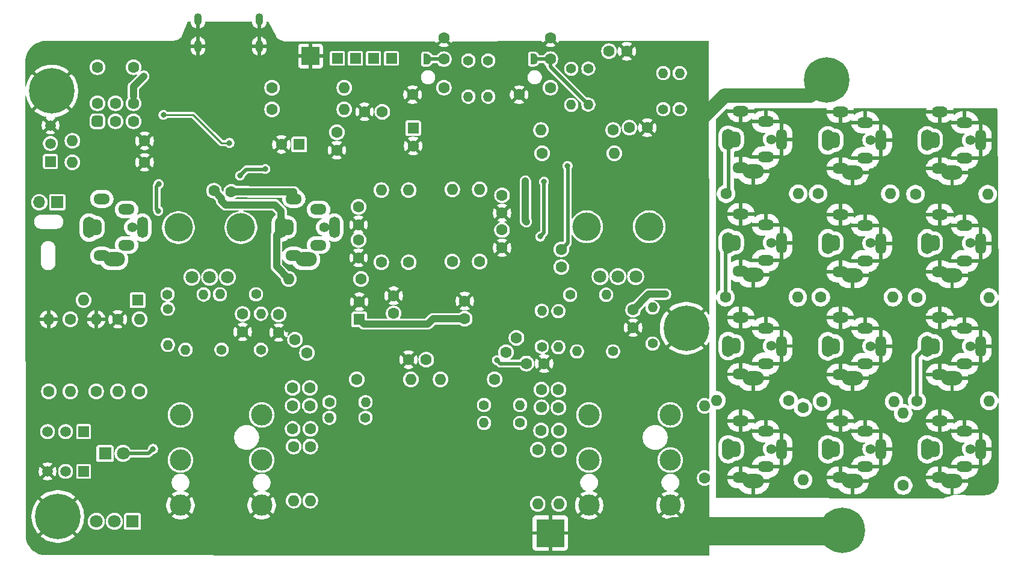
<source format=gbl>
G04 #@! TF.GenerationSoftware,KiCad,Pcbnew,9.0.1+1*
G04 #@! TF.CreationDate,2025-05-08T22:10:53+00:00*
G04 #@! TF.ProjectId,spider2,73706964-6572-4322-9e6b-696361645f70,rev?*
G04 #@! TF.SameCoordinates,Original*
G04 #@! TF.FileFunction,Copper,L2,Bot*
G04 #@! TF.FilePolarity,Positive*
%FSLAX46Y46*%
G04 Gerber Fmt 4.6, Leading zero omitted, Abs format (unit mm)*
G04 Created by KiCad (PCBNEW 9.0.1+1) date 2025-05-08 22:10:53*
%MOMM*%
%LPD*%
G01*
G04 APERTURE LIST*
G04 #@! TA.AperFunction,ComponentPad*
%ADD10C,1.400000*%
G04 #@! TD*
G04 #@! TA.AperFunction,ComponentPad*
%ADD11O,1.400000X1.400000*%
G04 #@! TD*
G04 #@! TA.AperFunction,ComponentPad*
%ADD12C,1.600000*%
G04 #@! TD*
G04 #@! TA.AperFunction,ComponentPad*
%ADD13O,1.600000X1.600000*%
G04 #@! TD*
G04 #@! TA.AperFunction,ComponentPad*
%ADD14R,1.600000X1.600000*%
G04 #@! TD*
G04 #@! TA.AperFunction,ComponentPad*
%ADD15R,2.500000X2.500000*%
G04 #@! TD*
G04 #@! TA.AperFunction,ComponentPad*
%ADD16O,2.300000X1.500000*%
G04 #@! TD*
G04 #@! TA.AperFunction,ComponentPad*
%ADD17O,1.500000X3.000000*%
G04 #@! TD*
G04 #@! TA.AperFunction,ComponentPad*
%ADD18O,1.700000X3.000000*%
G04 #@! TD*
G04 #@! TA.AperFunction,ComponentPad*
%ADD19O,1.500000X2.300000*%
G04 #@! TD*
G04 #@! TA.AperFunction,ComponentPad*
%ADD20O,3.000000X2.000000*%
G04 #@! TD*
G04 #@! TA.AperFunction,ComponentPad*
%ADD21C,0.800000*%
G04 #@! TD*
G04 #@! TA.AperFunction,ComponentPad*
%ADD22C,6.400000*%
G04 #@! TD*
G04 #@! TA.AperFunction,ComponentPad*
%ADD23C,3.000000*%
G04 #@! TD*
G04 #@! TA.AperFunction,ComponentPad*
%ADD24O,1.100000X1.700000*%
G04 #@! TD*
G04 #@! TA.AperFunction,ComponentPad*
%ADD25R,1.500000X1.500000*%
G04 #@! TD*
G04 #@! TA.AperFunction,ComponentPad*
%ADD26C,1.500000*%
G04 #@! TD*
G04 #@! TA.AperFunction,WasherPad*
%ADD27C,4.000000*%
G04 #@! TD*
G04 #@! TA.AperFunction,ComponentPad*
%ADD28C,1.800000*%
G04 #@! TD*
G04 #@! TA.AperFunction,ComponentPad*
%ADD29R,1.700000X1.700000*%
G04 #@! TD*
G04 #@! TA.AperFunction,ComponentPad*
%ADD30O,1.700000X1.700000*%
G04 #@! TD*
G04 #@! TA.AperFunction,ComponentPad*
%ADD31R,1.800000X1.800000*%
G04 #@! TD*
G04 #@! TA.AperFunction,ComponentPad*
%ADD32R,4.000000X4.000000*%
G04 #@! TD*
G04 #@! TA.AperFunction,ViaPad*
%ADD33C,0.800000*%
G04 #@! TD*
G04 #@! TA.AperFunction,ViaPad*
%ADD34C,1.600000*%
G04 #@! TD*
G04 #@! TA.AperFunction,Conductor*
%ADD35C,2.000000*%
G04 #@! TD*
G04 #@! TA.AperFunction,Conductor*
%ADD36C,4.000000*%
G04 #@! TD*
G04 #@! TA.AperFunction,Conductor*
%ADD37C,0.500000*%
G04 #@! TD*
G04 #@! TA.AperFunction,Conductor*
%ADD38C,1.000000*%
G04 #@! TD*
G04 #@! TA.AperFunction,Conductor*
%ADD39C,0.250000*%
G04 #@! TD*
G04 APERTURE END LIST*
D10*
X225940000Y-73240000D03*
D11*
X225940000Y-68160000D03*
D12*
X147799400Y-34323400D03*
X152879400Y-34323400D03*
G04 #@! TA.AperFunction,ComponentPad*
G36*
G01*
X147399400Y-41143400D02*
X148199400Y-41143400D01*
G75*
G02*
X148599400Y-41543400I0J-400000D01*
G01*
X148599400Y-42343400D01*
G75*
G02*
X148199400Y-42743400I-400000J0D01*
G01*
X147399400Y-42743400D01*
G75*
G02*
X146999400Y-42343400I0J400000D01*
G01*
X146999400Y-41543400D01*
G75*
G02*
X147399400Y-41143400I400000J0D01*
G01*
G37*
G04 #@! TD.AperFunction*
X150339400Y-41943400D03*
X152879400Y-41943400D03*
X147799400Y-39403400D03*
X150339400Y-39403400D03*
X152879400Y-39403400D03*
X262920000Y-52200000D03*
D13*
X273080000Y-52200000D03*
D12*
X219803450Y-32087766D03*
X222303450Y-32087766D03*
D10*
X214330000Y-66370000D03*
D11*
X219410000Y-66370000D03*
D10*
X227431600Y-40233600D03*
D11*
X227431600Y-35153600D03*
D12*
X187750000Y-61800000D03*
D13*
X187750000Y-51640000D03*
D10*
X220370000Y-74340000D03*
D11*
X215290000Y-74340000D03*
D12*
X263120000Y-81300000D03*
D13*
X273280000Y-81300000D03*
D12*
X177749200Y-87731600D03*
D13*
X177749200Y-95351600D03*
D14*
X192230000Y-42900000D03*
D12*
X192230000Y-45400000D03*
X204750000Y-52350000D03*
X204750000Y-54850000D03*
X204750000Y-59750000D03*
X204750000Y-57250000D03*
D14*
X153475000Y-67125000D03*
D13*
X145855000Y-67125000D03*
D12*
X154453450Y-47717766D03*
D13*
X144293450Y-47717766D03*
D10*
X202800000Y-33400000D03*
D11*
X202800000Y-38480000D03*
D12*
X208175000Y-76050000D03*
X210675000Y-76050000D03*
D15*
X177800000Y-32775000D03*
D16*
X238349112Y-92100000D03*
X241849112Y-90600000D03*
D10*
X242649112Y-88100000D03*
D17*
X244078391Y-88126253D03*
D18*
X236578391Y-88126253D03*
D19*
X237549112Y-88100000D03*
D16*
X238349112Y-84100000D03*
D20*
X240078391Y-92626253D03*
D16*
X241849112Y-85600000D03*
D21*
X248019532Y-36102461D03*
X248722476Y-34405405D03*
X248722476Y-37799517D03*
X250419532Y-33702461D03*
D22*
X250419532Y-36102461D03*
D21*
X250419532Y-38502461D03*
X252116588Y-34405405D03*
X252116588Y-37799517D03*
X252819532Y-36102461D03*
D10*
X157720000Y-68350000D03*
D11*
X157720000Y-73430000D03*
D12*
X199500000Y-69750000D03*
X199500000Y-67250000D03*
D10*
X216890600Y-34518600D03*
D11*
X216890600Y-39598600D03*
D12*
X196550000Y-33200000D03*
X196550000Y-30200000D03*
X192150000Y-38200000D03*
X196550000Y-37200000D03*
X212700000Y-82250000D03*
X212700000Y-79750000D03*
X175620000Y-72700000D03*
X177292827Y-74557862D03*
X175285400Y-85267800D03*
X177785400Y-85267800D03*
X191620000Y-61810000D03*
D13*
X191620000Y-51650000D03*
D12*
X261200000Y-93230000D03*
D13*
X261200000Y-83070000D03*
D12*
X249610000Y-66720000D03*
D13*
X259770000Y-66720000D03*
D23*
X217000000Y-96000000D03*
X228430000Y-89650000D03*
X217000000Y-89650000D03*
X228430000Y-96000000D03*
X228430000Y-83300000D03*
X217000000Y-83300000D03*
D12*
X184900000Y-64150000D03*
D13*
X174740000Y-64150000D03*
D23*
X159500000Y-96000000D03*
X170930000Y-89650000D03*
X159500000Y-89650000D03*
X170930000Y-96000000D03*
X170930000Y-83300000D03*
X159500000Y-83300000D03*
D12*
X147620000Y-79980000D03*
D13*
X147620000Y-69820000D03*
D12*
X249745000Y-81400000D03*
D13*
X259905000Y-81400000D03*
D10*
X185520000Y-83700000D03*
D11*
X180440000Y-83700000D03*
D12*
X249220000Y-52150000D03*
D13*
X259380000Y-52150000D03*
D24*
X170590000Y-31370000D03*
X170590000Y-27570000D03*
X161950000Y-31370000D03*
X161950000Y-27570000D03*
D12*
X203708000Y-78282800D03*
D13*
X196088000Y-78282800D03*
D12*
X201600000Y-61700000D03*
D13*
X201600000Y-51540000D03*
D10*
X229743000Y-40233600D03*
D11*
X229743000Y-35153600D03*
D12*
X236195000Y-66725000D03*
D13*
X246355000Y-66725000D03*
D14*
X176192380Y-45200000D03*
D12*
X173692380Y-45200000D03*
X191581400Y-75514200D03*
X194081400Y-75514200D03*
X143980000Y-69810000D03*
D13*
X143980000Y-79970000D03*
D12*
X181500000Y-43500000D03*
X181500000Y-46000000D03*
X247100000Y-82250000D03*
D13*
X247100000Y-92410000D03*
D10*
X210350000Y-73715000D03*
D11*
X210350000Y-68635000D03*
D16*
X238350000Y-63033333D03*
X241850000Y-61533333D03*
D10*
X242650000Y-59033333D03*
D17*
X244079279Y-59059586D03*
D18*
X236579279Y-59059586D03*
D19*
X237550000Y-59033333D03*
D16*
X238350000Y-55033333D03*
D20*
X240079279Y-63559586D03*
D16*
X241850000Y-56533333D03*
D25*
X145860000Y-85630000D03*
D26*
X143320000Y-85630000D03*
X140780000Y-85630000D03*
D12*
X173325000Y-69175000D03*
X173325000Y-71675000D03*
X175285400Y-81991200D03*
X175285400Y-79491200D03*
X210388200Y-46456600D03*
D13*
X220548200Y-46456600D03*
D25*
X189176000Y-33075000D03*
D16*
X238350000Y-77566666D03*
X241850000Y-76066666D03*
D10*
X242650000Y-73566666D03*
D17*
X244079279Y-73592919D03*
D18*
X236579279Y-73592919D03*
D19*
X237550000Y-73566666D03*
D16*
X238350000Y-69566666D03*
D20*
X240079279Y-78092919D03*
D16*
X241850000Y-71066666D03*
X175424065Y-60868249D03*
X178924065Y-59368249D03*
D10*
X179724065Y-56868249D03*
D17*
X181153344Y-56894502D03*
D18*
X173653344Y-56894502D03*
D19*
X174624065Y-56868249D03*
D16*
X175424065Y-52868249D03*
D20*
X177153344Y-61394502D03*
D16*
X178924065Y-54368249D03*
D21*
X228260142Y-71088261D03*
X228963086Y-69391205D03*
X228963086Y-72785317D03*
X230660142Y-68688261D03*
D22*
X230660142Y-71088261D03*
D21*
X230660142Y-73488261D03*
X232357198Y-69391205D03*
X232357198Y-72785317D03*
X233060142Y-71088261D03*
D12*
X154453450Y-44697766D03*
D13*
X144293450Y-44697766D03*
D16*
X266350000Y-48600000D03*
X269850000Y-47100000D03*
D10*
X270650000Y-44600000D03*
D17*
X272079279Y-44626253D03*
D18*
X264579279Y-44626253D03*
D19*
X265550000Y-44600000D03*
D16*
X266350000Y-40600000D03*
D20*
X268079279Y-49126253D03*
D16*
X269850000Y-42100000D03*
D12*
X184550000Y-56500000D03*
X184550000Y-54000000D03*
D25*
X181571000Y-33075000D03*
D10*
X202200000Y-81900000D03*
D11*
X207280000Y-81900000D03*
D27*
X159200000Y-56900000D03*
X168000000Y-56900000D03*
D28*
X166100000Y-63900000D03*
X163600000Y-63900000D03*
X161100000Y-63900000D03*
D12*
X206779532Y-72445529D03*
X205310069Y-74468071D03*
X189500000Y-69000000D03*
X189500000Y-66500000D03*
D25*
X184111000Y-33075000D03*
D12*
X172390000Y-37220000D03*
D13*
X182550000Y-37220000D03*
D12*
X175420000Y-87731600D03*
D13*
X175420000Y-95351600D03*
D25*
X186651000Y-33075000D03*
X145860000Y-91247766D03*
D26*
X143320000Y-91247766D03*
X140780000Y-91247766D03*
D12*
X150660000Y-69820000D03*
D13*
X150660000Y-79980000D03*
D16*
X266350000Y-77600000D03*
X269850000Y-76100000D03*
D10*
X270650000Y-73600000D03*
D17*
X272079279Y-73626253D03*
D18*
X264579279Y-73626253D03*
D19*
X265550000Y-73600000D03*
D16*
X266350000Y-69600000D03*
D20*
X268079279Y-78126253D03*
D16*
X269850000Y-71100000D03*
D10*
X157675000Y-66325000D03*
D11*
X162754999Y-66325000D03*
D29*
X142163450Y-53347766D03*
D30*
X139623450Y-53347766D03*
D12*
X187900000Y-40600000D03*
X185400000Y-40600000D03*
X172390000Y-40270000D03*
D13*
X182550000Y-40270000D03*
D21*
X250250000Y-99550000D03*
X250952944Y-97852944D03*
X250952944Y-101247056D03*
X252650000Y-97150000D03*
D22*
X252650000Y-99550000D03*
D21*
X252650000Y-101950000D03*
X254347056Y-97852944D03*
X254347056Y-101247056D03*
X255050000Y-99550000D03*
D12*
X209770000Y-88200000D03*
D13*
X209770000Y-95820000D03*
D12*
X236270000Y-52150000D03*
D13*
X246430000Y-52150000D03*
D10*
X214477600Y-34544000D03*
D11*
X214477600Y-39624000D03*
D12*
X211550000Y-33200000D03*
X211550000Y-30200000D03*
X207150000Y-38200000D03*
X211550000Y-37200000D03*
D16*
X266350000Y-63100000D03*
X269850000Y-61600000D03*
D10*
X270650000Y-59100000D03*
D17*
X272079279Y-59126253D03*
D18*
X264579279Y-59126253D03*
D19*
X265550000Y-59100000D03*
D16*
X266350000Y-55100000D03*
D20*
X268079279Y-63626253D03*
D16*
X269850000Y-56600000D03*
X238350000Y-48500000D03*
X241850000Y-47000000D03*
D10*
X242650000Y-44500000D03*
D17*
X244079279Y-44526253D03*
D18*
X236579279Y-44526253D03*
D19*
X237550000Y-44500000D03*
D16*
X238350000Y-40500000D03*
D20*
X240079279Y-49026253D03*
D16*
X241850000Y-42000000D03*
D12*
X263120000Y-66750000D03*
D13*
X273280000Y-66750000D03*
D12*
X233260000Y-92180000D03*
D13*
X233260000Y-82020000D03*
D16*
X252350000Y-63100000D03*
X255850000Y-61600000D03*
D10*
X256650000Y-59100000D03*
D17*
X258079279Y-59126253D03*
D18*
X250579279Y-59126253D03*
D19*
X251550000Y-59100000D03*
D16*
X252350000Y-55100000D03*
D20*
X254079279Y-63626253D03*
D16*
X255850000Y-56600000D03*
D10*
X170825000Y-74125000D03*
D11*
X170825000Y-69045000D03*
D16*
X252350000Y-77600000D03*
X255850000Y-76100000D03*
D10*
X256650000Y-73600000D03*
D17*
X258079279Y-73626253D03*
D18*
X250579279Y-73626253D03*
D19*
X251550000Y-73600000D03*
D16*
X252350000Y-69600000D03*
D20*
X254079279Y-78126253D03*
D16*
X255850000Y-71100000D03*
X252350000Y-48600000D03*
X255850000Y-47100000D03*
D10*
X256650000Y-44600000D03*
D17*
X258079279Y-44626253D03*
D18*
X250579279Y-44626253D03*
D19*
X251550000Y-44600000D03*
D16*
X252350000Y-40600000D03*
D20*
X254079279Y-49126253D03*
D16*
X255850000Y-42100000D03*
D10*
X212675000Y-68670000D03*
D11*
X212675000Y-73750000D03*
D10*
X170125000Y-66300000D03*
D11*
X165045000Y-66300000D03*
D12*
X225176400Y-42849800D03*
X222676400Y-42849800D03*
X184550000Y-58650000D03*
X184550000Y-61150000D03*
D16*
X148415198Y-60869712D03*
X151915198Y-59369712D03*
D10*
X152715198Y-56869712D03*
D17*
X154144477Y-56895965D03*
D18*
X146644477Y-56895965D03*
D19*
X147615198Y-56869712D03*
D16*
X148415198Y-52869712D03*
D20*
X150144477Y-61395965D03*
D16*
X151915198Y-54369712D03*
D12*
X168249600Y-71588000D03*
X168249600Y-69088000D03*
D10*
X165270000Y-74100000D03*
D11*
X160190000Y-74100000D03*
D16*
X252349112Y-92100000D03*
X255849112Y-90600000D03*
D10*
X256649112Y-88100000D03*
D17*
X258078391Y-88126253D03*
D18*
X250578391Y-88126253D03*
D19*
X251549112Y-88100000D03*
D16*
X252349112Y-84100000D03*
D20*
X254078391Y-92626253D03*
D16*
X255849112Y-85600000D03*
X266350000Y-92100000D03*
X269850000Y-90600000D03*
D10*
X270650000Y-88100000D03*
D17*
X272079279Y-88126253D03*
D18*
X264579279Y-88126253D03*
D19*
X265550000Y-88100000D03*
D16*
X266350000Y-84100000D03*
D20*
X268079279Y-92626253D03*
D16*
X269850000Y-85600000D03*
D12*
X177698400Y-81991200D03*
X177698400Y-79491200D03*
X153730000Y-79980000D03*
D13*
X153730000Y-69820000D03*
D12*
X184300000Y-78300000D03*
D13*
X191920000Y-78300000D03*
D31*
X148875000Y-88725000D03*
D28*
X151415000Y-88725000D03*
D10*
X200000000Y-33400000D03*
D11*
X200000000Y-38480000D03*
D10*
X207280000Y-84425000D03*
D11*
X202200000Y-84425000D03*
D12*
X220395800Y-43180000D03*
D13*
X210235800Y-43180000D03*
D12*
X210290000Y-82226600D03*
X210290000Y-79726600D03*
D27*
X216650000Y-56800000D03*
X225450000Y-56800000D03*
D28*
X223550000Y-63800000D03*
X221050000Y-63800000D03*
X218550000Y-63800000D03*
D12*
X197735200Y-61700000D03*
D13*
X197735200Y-51540000D03*
D12*
X212775000Y-88200000D03*
D13*
X212775000Y-95820000D03*
D12*
X213080600Y-59984000D03*
X213080600Y-62484000D03*
X245080000Y-81225000D03*
D13*
X234920000Y-81225000D03*
D31*
X152742934Y-98294059D03*
D28*
X150202934Y-98294059D03*
X147662934Y-98294059D03*
D10*
X180460000Y-81500000D03*
D11*
X185540000Y-81500000D03*
D21*
X139840000Y-97590000D03*
X140542944Y-95892944D03*
X140542944Y-99287056D03*
X142240000Y-95190000D03*
D22*
X142240000Y-97590000D03*
D21*
X142240000Y-99990000D03*
X143937056Y-95892944D03*
X143937056Y-99287056D03*
X144640000Y-97590000D03*
D12*
X140970000Y-79980000D03*
D13*
X140970000Y-69820000D03*
D12*
X223200000Y-71000000D03*
X223200000Y-68500000D03*
X210250000Y-85500000D03*
X212750000Y-85500000D03*
D14*
X184650000Y-69850000D03*
D12*
X184650000Y-67350000D03*
D21*
X138994600Y-37691600D03*
X139697544Y-35994544D03*
X139697544Y-39388656D03*
X141394600Y-35291600D03*
D22*
X141394600Y-37691600D03*
D21*
X141394600Y-40091600D03*
X143091656Y-35994544D03*
X143091656Y-39388656D03*
X143794600Y-37691600D03*
D25*
X141200000Y-47600000D03*
D26*
X141200000Y-45060000D03*
X141200000Y-42520000D03*
D32*
X211531200Y-99923600D03*
G04 #@! TA.AperFunction,SMDPad,CuDef*
G36*
X208430000Y-33920000D02*
G01*
X207930000Y-33920000D01*
X207930000Y-33915722D01*
X207864737Y-33915722D01*
X207738658Y-33881940D01*
X207625619Y-33816677D01*
X207533323Y-33724381D01*
X207468060Y-33611342D01*
X207434278Y-33485263D01*
X207434278Y-33420000D01*
X207430000Y-33420000D01*
X207430000Y-32920000D01*
X207434278Y-32920000D01*
X207434278Y-32854737D01*
X207468060Y-32728658D01*
X207533323Y-32615619D01*
X207625619Y-32523323D01*
X207738658Y-32458060D01*
X207864737Y-32424278D01*
X207930000Y-32424278D01*
X207930000Y-32420000D01*
X208430000Y-32420000D01*
X208430000Y-33920000D01*
G37*
G04 #@! TD.AperFunction*
G04 #@! TA.AperFunction,SMDPad,CuDef*
G36*
X209230000Y-32424278D02*
G01*
X209295263Y-32424278D01*
X209421342Y-32458060D01*
X209534381Y-32523323D01*
X209626677Y-32615619D01*
X209691940Y-32728658D01*
X209725722Y-32854737D01*
X209725722Y-32920000D01*
X209730000Y-32920000D01*
X209730000Y-33420000D01*
X209725722Y-33420000D01*
X209725722Y-33485263D01*
X209691940Y-33611342D01*
X209626677Y-33724381D01*
X209534381Y-33816677D01*
X209421342Y-33881940D01*
X209295263Y-33915722D01*
X209230000Y-33915722D01*
X209230000Y-33920000D01*
X208730000Y-33920000D01*
X208730000Y-32420000D01*
X209230000Y-32420000D01*
X209230000Y-32424278D01*
G37*
G04 #@! TD.AperFunction*
G04 #@! TA.AperFunction,SMDPad,CuDef*
G36*
X193400000Y-33940000D02*
G01*
X192900000Y-33940000D01*
X192900000Y-33935722D01*
X192834737Y-33935722D01*
X192708658Y-33901940D01*
X192595619Y-33836677D01*
X192503323Y-33744381D01*
X192438060Y-33631342D01*
X192404278Y-33505263D01*
X192404278Y-33440000D01*
X192400000Y-33440000D01*
X192400000Y-32940000D01*
X192404278Y-32940000D01*
X192404278Y-32874737D01*
X192438060Y-32748658D01*
X192503323Y-32635619D01*
X192595619Y-32543323D01*
X192708658Y-32478060D01*
X192834737Y-32444278D01*
X192900000Y-32444278D01*
X192900000Y-32440000D01*
X193400000Y-32440000D01*
X193400000Y-33940000D01*
G37*
G04 #@! TD.AperFunction*
G04 #@! TA.AperFunction,SMDPad,CuDef*
G36*
X194200000Y-32444278D02*
G01*
X194265263Y-32444278D01*
X194391342Y-32478060D01*
X194504381Y-32543323D01*
X194596677Y-32635619D01*
X194661940Y-32748658D01*
X194695722Y-32874737D01*
X194695722Y-32940000D01*
X194700000Y-32940000D01*
X194700000Y-33440000D01*
X194695722Y-33440000D01*
X194695722Y-33505263D01*
X194661940Y-33631342D01*
X194596677Y-33744381D01*
X194504381Y-33836677D01*
X194391342Y-33901940D01*
X194265263Y-33935722D01*
X194200000Y-33935722D01*
X194200000Y-33940000D01*
X193700000Y-33940000D01*
X193700000Y-32440000D01*
X194200000Y-32440000D01*
X194200000Y-32444278D01*
G37*
G04 #@! TD.AperFunction*
D33*
X219350000Y-73200000D03*
X160842400Y-43700000D03*
X158400000Y-64975000D03*
X218425000Y-71425000D03*
X163075000Y-71075000D03*
X211525000Y-62975000D03*
X175160000Y-89350000D03*
X229400000Y-86400000D03*
X168625000Y-91375000D03*
X200870000Y-75270000D03*
X182727600Y-77292200D03*
X160842400Y-47350000D03*
X216800000Y-73225000D03*
X158875000Y-67675000D03*
X158025000Y-75000000D03*
X213570000Y-89510000D03*
X194280000Y-78420000D03*
X169475000Y-67800000D03*
X189750000Y-75500000D03*
X213740000Y-86970000D03*
X203174600Y-76454000D03*
X211600000Y-69925000D03*
X157825000Y-71900000D03*
X215475000Y-63450000D03*
X224825000Y-65000000D03*
X208250000Y-74050000D03*
X166880000Y-74260000D03*
X215730000Y-91660000D03*
X195420000Y-71440000D03*
X176490000Y-86460000D03*
X167800000Y-62425000D03*
X176520000Y-82750000D03*
X159642400Y-46700000D03*
X219030000Y-90730000D03*
X197713600Y-75158600D03*
X176110000Y-70010000D03*
X211470000Y-83150000D03*
X164800000Y-64925000D03*
X211450000Y-67450000D03*
X229575000Y-66125000D03*
X160842400Y-46300000D03*
X206350000Y-77425000D03*
X164900000Y-62600000D03*
X173625000Y-84675000D03*
X174450000Y-71250000D03*
X186110000Y-75150000D03*
X221500000Y-67300000D03*
X211260000Y-95790000D03*
X229700000Y-101100000D03*
X161600000Y-65525000D03*
X161750000Y-73275000D03*
X172350000Y-87750000D03*
X197967600Y-78359000D03*
X216925000Y-87450000D03*
X213730000Y-71130000D03*
X157840000Y-101860000D03*
X169900000Y-71250000D03*
X178075000Y-72600000D03*
X204015503Y-75575722D03*
X210642200Y-50444400D03*
X210131082Y-58169118D03*
D34*
X166650305Y-51849695D03*
X164200000Y-51719712D03*
D33*
X156370000Y-54550000D03*
X156420000Y-50770000D03*
X155640000Y-88080000D03*
X208020000Y-50380000D03*
X227761800Y-66294000D03*
X171440000Y-48670000D03*
X167870000Y-49590000D03*
X208178400Y-56083200D03*
X154325000Y-35600000D03*
X213969600Y-48222800D03*
X166380600Y-44982200D03*
X157092400Y-41050000D03*
D35*
X248181993Y-38340000D02*
X236060000Y-38340000D01*
X252678178Y-99588332D02*
X252706510Y-99560000D01*
X233200000Y-41200000D02*
X232925000Y-41200000D01*
X236060000Y-38340000D02*
X233200000Y-41200000D01*
X250419532Y-36102461D02*
X248181993Y-38340000D01*
D36*
X252678178Y-99588332D02*
X228888332Y-99588332D01*
D37*
X263120000Y-75080000D02*
X264600000Y-73600000D01*
X263120000Y-81300000D02*
X263120000Y-75080000D01*
X236600000Y-44500000D02*
X236600000Y-51820000D01*
X236600000Y-51820000D02*
X236270000Y-52150000D01*
X236195000Y-59438333D02*
X236600000Y-59033333D01*
X236195000Y-66725000D02*
X236195000Y-59438333D01*
X211550000Y-34258000D02*
X211550000Y-33200000D01*
X209230000Y-33170000D02*
X211520000Y-33170000D01*
X211520000Y-33170000D02*
X211550000Y-33200000D01*
X216890600Y-39598600D02*
X211550000Y-34258000D01*
X196540000Y-33190000D02*
X196550000Y-33200000D01*
X194200000Y-33190000D02*
X196540000Y-33190000D01*
X210642200Y-57658000D02*
X210642200Y-50444400D01*
X204489781Y-76050000D02*
X204015503Y-75575722D01*
X210131082Y-58169118D02*
X210642200Y-57658000D01*
X208175000Y-76050000D02*
X204489781Y-76050000D01*
D38*
X181174065Y-57368249D02*
X181174065Y-56868249D01*
X175450000Y-52842314D02*
X175424065Y-52868249D01*
X169026346Y-51900000D02*
X175450000Y-51900000D01*
X168976041Y-51849695D02*
X169026346Y-51900000D01*
X175450000Y-51900000D02*
X175450000Y-52842314D01*
X166650305Y-51849695D02*
X168976041Y-51849695D01*
X173003450Y-57996550D02*
X173003450Y-62413450D01*
X173653344Y-54603344D02*
X173653344Y-56894502D01*
X165275000Y-52794712D02*
X165275000Y-53150000D01*
X164200000Y-51719712D02*
X165275000Y-52794712D01*
X173653344Y-56894502D02*
X173653344Y-57346656D01*
X173003450Y-62413450D02*
X174740000Y-64150000D01*
X172075000Y-53725000D02*
X172100000Y-53700000D01*
X165850000Y-53725000D02*
X172075000Y-53725000D01*
X173653344Y-57346656D02*
X173003450Y-57996550D01*
X172100000Y-53700000D02*
X172750000Y-53700000D01*
X165275000Y-53150000D02*
X165850000Y-53725000D01*
X172750000Y-53700000D02*
X173653344Y-54603344D01*
D37*
X156110000Y-51080000D02*
X156110000Y-54290000D01*
D38*
X195015075Y-69750000D02*
X199500000Y-69750000D01*
X185300000Y-70500000D02*
X194265075Y-70500000D01*
D37*
X156110000Y-54290000D02*
X156370000Y-54550000D01*
D38*
X194265075Y-70500000D02*
X195015075Y-69750000D01*
X184650000Y-69850000D02*
X185300000Y-70500000D01*
D37*
X154995000Y-88725000D02*
X155640000Y-88080000D01*
X151415000Y-88725000D02*
X154995000Y-88725000D01*
X156420000Y-50770000D02*
X156110000Y-51080000D01*
X168720000Y-48740000D02*
X171370000Y-48740000D01*
D38*
X208178400Y-56083200D02*
X208020000Y-55924800D01*
X225386000Y-66294000D02*
X223160000Y-68520000D01*
D37*
X171370000Y-48740000D02*
X171440000Y-48670000D01*
D38*
X208020000Y-55924800D02*
X208020000Y-50380000D01*
D37*
X167870000Y-49590000D02*
X168720000Y-48740000D01*
D38*
X227761800Y-66294000D02*
X225386000Y-66294000D01*
X152879400Y-38403400D02*
X152879400Y-37045600D01*
X152879400Y-37045600D02*
X154325000Y-35600000D01*
D37*
X214020000Y-55520000D02*
X214020000Y-59044600D01*
X214020000Y-59044600D02*
X213080600Y-59984000D01*
X213969600Y-48222800D02*
X214020000Y-48273200D01*
X214020000Y-48273200D02*
X214020000Y-55520000D01*
D39*
X157103650Y-41055566D02*
X161291250Y-41055566D01*
X161291250Y-41055566D02*
X165223450Y-44987766D01*
X165223450Y-44987766D02*
X166391850Y-44987766D01*
G04 #@! TA.AperFunction,Conductor*
G36*
X171859954Y-27885151D02*
G01*
X171868830Y-27897213D01*
X172926444Y-29923807D01*
X172926447Y-29923812D01*
X172934795Y-29939813D01*
X172934771Y-29939829D01*
X172935006Y-29940218D01*
X172935728Y-29941601D01*
X172935728Y-29941608D01*
X172935771Y-29941684D01*
X172937734Y-29945465D01*
X172939425Y-29947438D01*
X172990785Y-30032228D01*
X172990787Y-30032230D01*
X173129086Y-30196961D01*
X173158499Y-30222660D01*
X173158498Y-30222660D01*
X173160877Y-30224738D01*
X173168612Y-30233485D01*
X173191495Y-30251491D01*
X173192427Y-30252305D01*
X173192450Y-30252324D01*
X173241721Y-30295373D01*
X173291064Y-30338485D01*
X173347001Y-30373852D01*
X173365525Y-30388428D01*
X173393275Y-30403111D01*
X173394875Y-30404122D01*
X173394875Y-30404123D01*
X173472867Y-30453435D01*
X173559241Y-30490927D01*
X173586997Y-30505613D01*
X173609465Y-30512728D01*
X173670175Y-30539080D01*
X173798091Y-30572456D01*
X173825871Y-30581253D01*
X173837457Y-30582727D01*
X173878302Y-30593385D01*
X173909062Y-30596500D01*
X173942088Y-30614270D01*
X173945422Y-30618878D01*
X173996609Y-30699031D01*
X174010000Y-30720000D01*
X174010000Y-30719999D01*
X174010001Y-30720000D01*
X174046036Y-30719942D01*
X195308589Y-30686172D01*
X195343258Y-30700469D01*
X195352324Y-30712926D01*
X195438140Y-30881349D01*
X195470524Y-30925921D01*
X195710911Y-30685533D01*
X196210359Y-30684740D01*
X196223852Y-30735095D01*
X196269930Y-30814905D01*
X196279288Y-30824263D01*
X195824076Y-31279475D01*
X195868653Y-31311861D01*
X196050971Y-31404756D01*
X196245582Y-31467989D01*
X196245585Y-31467990D01*
X196447689Y-31500000D01*
X196652311Y-31500000D01*
X196854414Y-31467990D01*
X196854417Y-31467989D01*
X197049028Y-31404756D01*
X197231343Y-31311863D01*
X197275921Y-31279474D01*
X196820711Y-30824264D01*
X196830070Y-30814905D01*
X196876148Y-30735095D01*
X196889929Y-30683661D01*
X197386425Y-30682872D01*
X197629474Y-30925921D01*
X197661863Y-30881342D01*
X197749686Y-30708981D01*
X197778203Y-30684624D01*
X197793262Y-30682226D01*
X210297654Y-30662366D01*
X210332323Y-30676663D01*
X210344332Y-30696224D01*
X210345242Y-30699026D01*
X210438138Y-30881346D01*
X210438139Y-30881348D01*
X210470524Y-30925921D01*
X210734772Y-30661672D01*
X211203978Y-30660926D01*
X211223852Y-30735095D01*
X211269930Y-30814905D01*
X211279288Y-30824263D01*
X210824076Y-31279475D01*
X210868653Y-31311861D01*
X211050971Y-31404756D01*
X211245582Y-31467989D01*
X211245585Y-31467990D01*
X211447689Y-31500000D01*
X211652311Y-31500000D01*
X211854414Y-31467990D01*
X211854417Y-31467989D01*
X212049028Y-31404756D01*
X212231343Y-31311863D01*
X212275921Y-31279474D01*
X211820711Y-30824264D01*
X211830070Y-30814905D01*
X211876148Y-30735095D01*
X211896315Y-30659827D01*
X212362640Y-30659087D01*
X212629474Y-30925921D01*
X212661863Y-30881343D01*
X212754754Y-30699031D01*
X212754755Y-30699030D01*
X212756959Y-30692247D01*
X212781314Y-30663728D01*
X212803479Y-30658387D01*
X233775991Y-30625077D01*
X233810660Y-30639374D01*
X233825067Y-30673999D01*
X233825067Y-30674009D01*
X233878025Y-69082741D01*
X233863721Y-69117409D01*
X233829093Y-69131809D01*
X233794425Y-69117505D01*
X233788283Y-69110032D01*
X233635595Y-68881518D01*
X233448461Y-68653494D01*
X231954393Y-70147562D01*
X231880554Y-70045931D01*
X231702472Y-69867849D01*
X231600839Y-69794008D01*
X233094908Y-68299941D01*
X233094907Y-68299940D01*
X232866884Y-68112807D01*
X232564617Y-67910839D01*
X232243998Y-67739463D01*
X231908139Y-67600347D01*
X231908130Y-67600344D01*
X231560254Y-67494817D01*
X231560234Y-67494812D01*
X231203715Y-67423896D01*
X231203694Y-67423893D01*
X230841912Y-67388261D01*
X230478372Y-67388261D01*
X230116589Y-67423893D01*
X230116568Y-67423896D01*
X229760049Y-67494812D01*
X229760029Y-67494817D01*
X229412153Y-67600344D01*
X229412144Y-67600347D01*
X229076285Y-67739463D01*
X228755666Y-67910839D01*
X228453399Y-68112807D01*
X228225375Y-68299939D01*
X228225374Y-68299940D01*
X229719443Y-69794009D01*
X229617812Y-69867849D01*
X229439730Y-70045931D01*
X229365890Y-70147562D01*
X227871821Y-68653493D01*
X227871820Y-68653494D01*
X227684688Y-68881518D01*
X227482720Y-69183785D01*
X227311344Y-69504404D01*
X227172228Y-69840263D01*
X227172225Y-69840272D01*
X227066698Y-70188148D01*
X227066693Y-70188168D01*
X226995777Y-70544687D01*
X226995774Y-70544708D01*
X226960142Y-70906490D01*
X226960142Y-71270031D01*
X226995774Y-71631813D01*
X226995777Y-71631834D01*
X227066693Y-71988353D01*
X227066698Y-71988373D01*
X227172225Y-72336249D01*
X227172228Y-72336258D01*
X227311344Y-72672117D01*
X227482720Y-72992736D01*
X227684688Y-73295003D01*
X227871821Y-73523026D01*
X227871822Y-73523027D01*
X229365889Y-72028959D01*
X229439730Y-72130591D01*
X229617812Y-72308673D01*
X229719443Y-72382512D01*
X228225375Y-73876580D01*
X228453399Y-74063714D01*
X228755666Y-74265682D01*
X229076285Y-74437058D01*
X229412144Y-74576174D01*
X229412153Y-74576177D01*
X229760029Y-74681704D01*
X229760049Y-74681709D01*
X230116568Y-74752625D01*
X230116589Y-74752628D01*
X230478372Y-74788261D01*
X230841912Y-74788261D01*
X231203694Y-74752628D01*
X231203715Y-74752625D01*
X231560234Y-74681709D01*
X231560254Y-74681704D01*
X231908130Y-74576177D01*
X231908139Y-74576174D01*
X232243998Y-74437058D01*
X232564617Y-74265682D01*
X232866884Y-74063714D01*
X232866896Y-74063705D01*
X233094907Y-73876581D01*
X233094907Y-73876580D01*
X231600840Y-72382513D01*
X231702472Y-72308673D01*
X231880554Y-72130591D01*
X231954393Y-72028959D01*
X233448461Y-73523027D01*
X233448462Y-73523026D01*
X233635586Y-73295015D01*
X233635595Y-73295003D01*
X233793802Y-73058229D01*
X233824984Y-73037394D01*
X233861767Y-73044710D01*
X233882602Y-73075892D01*
X233883544Y-73085384D01*
X233894199Y-80812966D01*
X233891801Y-80828176D01*
X233846598Y-80967298D01*
X233846597Y-80967300D01*
X233840078Y-81008458D01*
X233820482Y-81040434D01*
X233784015Y-81049189D01*
X233769438Y-81044452D01*
X233682445Y-81000127D01*
X233682444Y-81000126D01*
X233682443Y-81000126D01*
X233517701Y-80946598D01*
X233517698Y-80946597D01*
X233357546Y-80921232D01*
X233346611Y-80919500D01*
X233173389Y-80919500D01*
X233162454Y-80921232D01*
X233002301Y-80946597D01*
X233002298Y-80946598D01*
X232837553Y-81000127D01*
X232683217Y-81078764D01*
X232543065Y-81180591D01*
X232420591Y-81303065D01*
X232318764Y-81443217D01*
X232240127Y-81597553D01*
X232186598Y-81762298D01*
X232186597Y-81762301D01*
X232176262Y-81827555D01*
X232159500Y-81933389D01*
X232159500Y-82106611D01*
X232160085Y-82110306D01*
X232186597Y-82277698D01*
X232186598Y-82277701D01*
X232240127Y-82442446D01*
X232318764Y-82596782D01*
X232318767Y-82596786D01*
X232318768Y-82596788D01*
X232420586Y-82736928D01*
X232420588Y-82736930D01*
X232420591Y-82736934D01*
X232543065Y-82859408D01*
X232543068Y-82859410D01*
X232543072Y-82859414D01*
X232683212Y-82961232D01*
X232683214Y-82961233D01*
X232683217Y-82961235D01*
X232779569Y-83010328D01*
X232837555Y-83039873D01*
X233002299Y-83093402D01*
X233173389Y-83120500D01*
X233173390Y-83120500D01*
X233346610Y-83120500D01*
X233346611Y-83120500D01*
X233517701Y-83093402D01*
X233682445Y-83039873D01*
X233825984Y-82966737D01*
X233863371Y-82963794D01*
X233891888Y-82988151D01*
X233897229Y-83010328D01*
X233908515Y-91195286D01*
X233894211Y-91229954D01*
X233859583Y-91244354D01*
X233837270Y-91239013D01*
X233682446Y-91160127D01*
X233517701Y-91106598D01*
X233517698Y-91106597D01*
X233386271Y-91085781D01*
X233346611Y-91079500D01*
X233173389Y-91079500D01*
X233141192Y-91084599D01*
X233002301Y-91106597D01*
X233002298Y-91106598D01*
X232837553Y-91160127D01*
X232683217Y-91238764D01*
X232543065Y-91340591D01*
X232420591Y-91463065D01*
X232318764Y-91603217D01*
X232240127Y-91757553D01*
X232186598Y-91922298D01*
X232186597Y-91922301D01*
X232159500Y-92093389D01*
X232159500Y-92266610D01*
X232186597Y-92437698D01*
X232186598Y-92437701D01*
X232240127Y-92602446D01*
X232318764Y-92756782D01*
X232318767Y-92756786D01*
X232318768Y-92756788D01*
X232420586Y-92896928D01*
X232420588Y-92896930D01*
X232420591Y-92896934D01*
X232543065Y-93019408D01*
X232543068Y-93019410D01*
X232543072Y-93019414D01*
X232683212Y-93121232D01*
X232683214Y-93121233D01*
X232683217Y-93121235D01*
X232715128Y-93137494D01*
X232837555Y-93199873D01*
X233002299Y-93253402D01*
X233173389Y-93280500D01*
X233173390Y-93280500D01*
X233346610Y-93280500D01*
X233346611Y-93280500D01*
X233517701Y-93253402D01*
X233682445Y-93199873D01*
X233804872Y-93137494D01*
X233838504Y-93120358D01*
X233838824Y-93120987D01*
X233873651Y-93115460D01*
X233903999Y-93137494D01*
X233911228Y-93163042D01*
X233924850Y-103042032D01*
X233910546Y-103076700D01*
X233875918Y-103091100D01*
X188595561Y-103091100D01*
X140044049Y-103028013D01*
X140033210Y-103026784D01*
X140024781Y-103024860D01*
X139982479Y-103015204D01*
X139980702Y-103014763D01*
X139733749Y-102948593D01*
X139730247Y-102947513D01*
X139683926Y-102931304D01*
X139682565Y-102930805D01*
X139432336Y-102834752D01*
X139428660Y-102833164D01*
X139404527Y-102821542D01*
X139403542Y-102821054D01*
X139147137Y-102690408D01*
X139142696Y-102687844D01*
X138883692Y-102519645D01*
X138879542Y-102516630D01*
X138639535Y-102322276D01*
X138635724Y-102318844D01*
X138417355Y-102100475D01*
X138413923Y-102096664D01*
X138219564Y-101856650D01*
X138216558Y-101852513D01*
X138048353Y-101593500D01*
X138045791Y-101589062D01*
X137977823Y-101455668D01*
X137915106Y-101332579D01*
X137914694Y-101331748D01*
X137903023Y-101307512D01*
X137901456Y-101303886D01*
X137805365Y-101053559D01*
X137804913Y-101052326D01*
X137788674Y-101005915D01*
X137787614Y-101002478D01*
X137724319Y-100766259D01*
X137722649Y-100753628D01*
X137722454Y-100565453D01*
X137719187Y-97408229D01*
X138540000Y-97408229D01*
X138540000Y-97771770D01*
X138575632Y-98133552D01*
X138575635Y-98133573D01*
X138646551Y-98490092D01*
X138646556Y-98490112D01*
X138752083Y-98837988D01*
X138752086Y-98837997D01*
X138891202Y-99173856D01*
X139062578Y-99494475D01*
X139264546Y-99796742D01*
X139451679Y-100024765D01*
X139451680Y-100024766D01*
X140945747Y-98530698D01*
X141019588Y-98632330D01*
X141197670Y-98810412D01*
X141299301Y-98884251D01*
X139805233Y-100378319D01*
X140033257Y-100565453D01*
X140335524Y-100767421D01*
X140656143Y-100938797D01*
X140992002Y-101077913D01*
X140992011Y-101077916D01*
X141339887Y-101183443D01*
X141339907Y-101183448D01*
X141696426Y-101254364D01*
X141696447Y-101254367D01*
X142058230Y-101290000D01*
X142421770Y-101290000D01*
X142783552Y-101254367D01*
X142783573Y-101254364D01*
X143140092Y-101183448D01*
X143140112Y-101183443D01*
X143487988Y-101077916D01*
X143487997Y-101077913D01*
X143823856Y-100938797D01*
X144144475Y-100767421D01*
X144446742Y-100565453D01*
X144446754Y-100565444D01*
X144674765Y-100378320D01*
X144674766Y-100378319D01*
X144484399Y-100187952D01*
X143180698Y-98884251D01*
X143282330Y-98810412D01*
X143460412Y-98632330D01*
X143534251Y-98530698D01*
X145028319Y-100024766D01*
X145028320Y-100024765D01*
X145215444Y-99796754D01*
X145215453Y-99796742D01*
X145417421Y-99494475D01*
X145588797Y-99173856D01*
X145727913Y-98837997D01*
X145727916Y-98837988D01*
X145833443Y-98490112D01*
X145833448Y-98490092D01*
X145891235Y-98199578D01*
X146462434Y-98199578D01*
X146462434Y-98388539D01*
X146491993Y-98575174D01*
X146491994Y-98575177D01*
X146550387Y-98754892D01*
X146636170Y-98923252D01*
X146636173Y-98923256D01*
X146636174Y-98923258D01*
X146747244Y-99076132D01*
X146747246Y-99076134D01*
X146747249Y-99076138D01*
X146880854Y-99209743D01*
X146880857Y-99209745D01*
X146880861Y-99209749D01*
X147033735Y-99320819D01*
X147033737Y-99320820D01*
X147033740Y-99320822D01*
X147124025Y-99366824D01*
X147202102Y-99406606D01*
X147381816Y-99464999D01*
X147568453Y-99494559D01*
X147568454Y-99494559D01*
X147757414Y-99494559D01*
X147757415Y-99494559D01*
X147944052Y-99464999D01*
X148123766Y-99406606D01*
X148292133Y-99320819D01*
X148445007Y-99209749D01*
X148578624Y-99076132D01*
X148689694Y-98923258D01*
X148775481Y-98754891D01*
X148833874Y-98575177D01*
X148863434Y-98388540D01*
X148863434Y-98199578D01*
X149002434Y-98199578D01*
X149002434Y-98388539D01*
X149031993Y-98575174D01*
X149031994Y-98575177D01*
X149090387Y-98754892D01*
X149176170Y-98923252D01*
X149176173Y-98923256D01*
X149176174Y-98923258D01*
X149287244Y-99076132D01*
X149287246Y-99076134D01*
X149287249Y-99076138D01*
X149420854Y-99209743D01*
X149420857Y-99209745D01*
X149420861Y-99209749D01*
X149573735Y-99320819D01*
X149573737Y-99320820D01*
X149573740Y-99320822D01*
X149664025Y-99366824D01*
X149742102Y-99406606D01*
X149921816Y-99464999D01*
X150108453Y-99494559D01*
X150108454Y-99494559D01*
X150297414Y-99494559D01*
X150297415Y-99494559D01*
X150484052Y-99464999D01*
X150663766Y-99406606D01*
X150832133Y-99320819D01*
X150985007Y-99209749D01*
X151118624Y-99076132D01*
X151229694Y-98923258D01*
X151315481Y-98754891D01*
X151373874Y-98575177D01*
X151403434Y-98388540D01*
X151403434Y-98199578D01*
X151373874Y-98012941D01*
X151315481Y-97833227D01*
X151230534Y-97666508D01*
X151229697Y-97664865D01*
X151229695Y-97664862D01*
X151229694Y-97664860D01*
X151118624Y-97511986D01*
X151118620Y-97511982D01*
X151118618Y-97511979D01*
X150985013Y-97378374D01*
X150985014Y-97378374D01*
X150955534Y-97356956D01*
X150944849Y-97349193D01*
X151542434Y-97349193D01*
X151542434Y-99238917D01*
X151542435Y-99238927D01*
X151545349Y-99264051D01*
X151590728Y-99366825D01*
X151670167Y-99446264D01*
X151670168Y-99446264D01*
X151670169Y-99446265D01*
X151697380Y-99458280D01*
X151772940Y-99491643D01*
X151772943Y-99491644D01*
X151798069Y-99494559D01*
X153687798Y-99494558D01*
X153712925Y-99491644D01*
X153815699Y-99446265D01*
X153895140Y-99366824D01*
X153940519Y-99264050D01*
X153943434Y-99238924D01*
X153943433Y-97349195D01*
X153940519Y-97324068D01*
X153895140Y-97221294D01*
X153895139Y-97221293D01*
X153895139Y-97221292D01*
X153815700Y-97141853D01*
X153815701Y-97141853D01*
X153712927Y-97096474D01*
X153700362Y-97095016D01*
X153687799Y-97093559D01*
X153687797Y-97093559D01*
X151798075Y-97093559D01*
X151798065Y-97093560D01*
X151772941Y-97096474D01*
X151670167Y-97141853D01*
X151590728Y-97221292D01*
X151545349Y-97324065D01*
X151542434Y-97349193D01*
X150944849Y-97349193D01*
X150832133Y-97267299D01*
X150832131Y-97267298D01*
X150832127Y-97267295D01*
X150663767Y-97181512D01*
X150484052Y-97123119D01*
X150484049Y-97123118D01*
X150340678Y-97100411D01*
X150297415Y-97093559D01*
X150108453Y-97093559D01*
X150073331Y-97099121D01*
X149921818Y-97123118D01*
X149921815Y-97123119D01*
X149742100Y-97181512D01*
X149573740Y-97267295D01*
X149420854Y-97378374D01*
X149287249Y-97511979D01*
X149176170Y-97664865D01*
X149090387Y-97833225D01*
X149031994Y-98012940D01*
X149031993Y-98012943D01*
X149002434Y-98199578D01*
X148863434Y-98199578D01*
X148833874Y-98012941D01*
X148775481Y-97833227D01*
X148690534Y-97666508D01*
X148689697Y-97664865D01*
X148689695Y-97664862D01*
X148689694Y-97664860D01*
X148578624Y-97511986D01*
X148578620Y-97511982D01*
X148578618Y-97511979D01*
X148445013Y-97378374D01*
X148445014Y-97378374D01*
X148415534Y-97356956D01*
X148292133Y-97267299D01*
X148292131Y-97267298D01*
X148292127Y-97267295D01*
X148123767Y-97181512D01*
X147944052Y-97123119D01*
X147944049Y-97123118D01*
X147800678Y-97100411D01*
X147757415Y-97093559D01*
X147568453Y-97093559D01*
X147533331Y-97099121D01*
X147381818Y-97123118D01*
X147381815Y-97123119D01*
X147202100Y-97181512D01*
X147033740Y-97267295D01*
X146880854Y-97378374D01*
X146747249Y-97511979D01*
X146636170Y-97664865D01*
X146550387Y-97833225D01*
X146491994Y-98012940D01*
X146491993Y-98012943D01*
X146462434Y-98199578D01*
X145891235Y-98199578D01*
X145893519Y-98188094D01*
X145893519Y-98188093D01*
X145904364Y-98133569D01*
X145904367Y-98133552D01*
X145940000Y-97771770D01*
X145940000Y-97408229D01*
X145904367Y-97046447D01*
X145904364Y-97046426D01*
X145833448Y-96689907D01*
X145833443Y-96689887D01*
X145727916Y-96342011D01*
X145727913Y-96342002D01*
X145640548Y-96131083D01*
X157499999Y-96131083D01*
X157534223Y-96391029D01*
X157602073Y-96644251D01*
X157602077Y-96644261D01*
X157702406Y-96886476D01*
X157833491Y-97113521D01*
X157833501Y-97113536D01*
X157920079Y-97226365D01*
X157920080Y-97226366D01*
X158822421Y-96324024D01*
X158835359Y-96355258D01*
X158917437Y-96478097D01*
X159021903Y-96582563D01*
X159144742Y-96664641D01*
X159175974Y-96677578D01*
X158273633Y-97579919D01*
X158386463Y-97666498D01*
X158386478Y-97666508D01*
X158613523Y-97797593D01*
X158855738Y-97897922D01*
X158855748Y-97897926D01*
X159108970Y-97965776D01*
X159368916Y-98000000D01*
X159631083Y-98000000D01*
X159891029Y-97965776D01*
X160144251Y-97897926D01*
X160144261Y-97897922D01*
X160386476Y-97797593D01*
X160613521Y-97666508D01*
X160613529Y-97666503D01*
X160726365Y-97579919D01*
X160726366Y-97579919D01*
X159824025Y-96677578D01*
X159855258Y-96664641D01*
X159978097Y-96582563D01*
X160082563Y-96478097D01*
X160164641Y-96355258D01*
X160177578Y-96324025D01*
X161079918Y-97226366D01*
X161079919Y-97226365D01*
X161166503Y-97113529D01*
X161166508Y-97113521D01*
X161297593Y-96886476D01*
X161397922Y-96644261D01*
X161397926Y-96644251D01*
X161465776Y-96391029D01*
X161500000Y-96131083D01*
X168929999Y-96131083D01*
X168964223Y-96391029D01*
X169032073Y-96644251D01*
X169032077Y-96644261D01*
X169132406Y-96886476D01*
X169263491Y-97113521D01*
X169263501Y-97113536D01*
X169350079Y-97226365D01*
X169350080Y-97226366D01*
X170252421Y-96324024D01*
X170265359Y-96355258D01*
X170347437Y-96478097D01*
X170451903Y-96582563D01*
X170574742Y-96664641D01*
X170605974Y-96677578D01*
X169703632Y-97579919D01*
X169816463Y-97666498D01*
X169816478Y-97666508D01*
X170043523Y-97797593D01*
X170285738Y-97897922D01*
X170285748Y-97897926D01*
X170538970Y-97965776D01*
X170798916Y-98000000D01*
X171061083Y-98000000D01*
X171321029Y-97965776D01*
X171574251Y-97897926D01*
X171574261Y-97897922D01*
X171627753Y-97875765D01*
X209031200Y-97875765D01*
X209031200Y-99673600D01*
X210561337Y-99673600D01*
X210531200Y-99825109D01*
X210531200Y-100022091D01*
X210561337Y-100173600D01*
X209031200Y-100173600D01*
X209031200Y-101971434D01*
X209037601Y-102030972D01*
X209037601Y-102030973D01*
X209087848Y-102165691D01*
X209174011Y-102280788D01*
X209289108Y-102366951D01*
X209423826Y-102417198D01*
X209483366Y-102423600D01*
X211281200Y-102423600D01*
X211281200Y-100893463D01*
X211432709Y-100923600D01*
X211629691Y-100923600D01*
X211781200Y-100893463D01*
X211781200Y-102423600D01*
X213579034Y-102423600D01*
X213638572Y-102417198D01*
X213638573Y-102417198D01*
X213773291Y-102366951D01*
X213888388Y-102280788D01*
X213974551Y-102165691D01*
X214024798Y-102030973D01*
X214024798Y-102030972D01*
X214031200Y-101971434D01*
X214031200Y-100173600D01*
X212501063Y-100173600D01*
X212531200Y-100022091D01*
X212531200Y-99825109D01*
X212501063Y-99673600D01*
X214031200Y-99673600D01*
X214031200Y-97875765D01*
X214024798Y-97816227D01*
X214024798Y-97816226D01*
X213974551Y-97681508D01*
X213906304Y-97590343D01*
X213906297Y-97590335D01*
X213888386Y-97566409D01*
X213773291Y-97480248D01*
X213638573Y-97430001D01*
X213579034Y-97423600D01*
X211781200Y-97423600D01*
X211781200Y-98953736D01*
X211629691Y-98923600D01*
X211432709Y-98923600D01*
X211281200Y-98953736D01*
X211281200Y-97423600D01*
X209483366Y-97423600D01*
X209423827Y-97430001D01*
X209423826Y-97430001D01*
X209289108Y-97480248D01*
X209174011Y-97566411D01*
X209087848Y-97681508D01*
X209037601Y-97816226D01*
X209037601Y-97816227D01*
X209031200Y-97875765D01*
X171627753Y-97875765D01*
X171740196Y-97829190D01*
X171816476Y-97797593D01*
X172043521Y-97666508D01*
X172043529Y-97666503D01*
X172156365Y-97579919D01*
X172156366Y-97579919D01*
X171254025Y-96677578D01*
X171285258Y-96664641D01*
X171408097Y-96582563D01*
X171512563Y-96478097D01*
X171594641Y-96355258D01*
X171607578Y-96324025D01*
X172509918Y-97226366D01*
X172509919Y-97226365D01*
X172596503Y-97113529D01*
X172596508Y-97113521D01*
X172727593Y-96886476D01*
X172827922Y-96644261D01*
X172827926Y-96644251D01*
X172895776Y-96391029D01*
X172930000Y-96131083D01*
X172930000Y-95868916D01*
X172895776Y-95608970D01*
X172827926Y-95355748D01*
X172827920Y-95355732D01*
X172797303Y-95281815D01*
X172790333Y-95264989D01*
X174319500Y-95264989D01*
X174319500Y-95438210D01*
X174346597Y-95609298D01*
X174346598Y-95609301D01*
X174400127Y-95774046D01*
X174478764Y-95928382D01*
X174478767Y-95928386D01*
X174478768Y-95928388D01*
X174580586Y-96068528D01*
X174580588Y-96068530D01*
X174580591Y-96068534D01*
X174703065Y-96191008D01*
X174703068Y-96191010D01*
X174703072Y-96191014D01*
X174843212Y-96292832D01*
X174843214Y-96292833D01*
X174843217Y-96292835D01*
X174965731Y-96355258D01*
X174997555Y-96371473D01*
X175162299Y-96425002D01*
X175333389Y-96452100D01*
X175333390Y-96452100D01*
X175506610Y-96452100D01*
X175506611Y-96452100D01*
X175677701Y-96425002D01*
X175842445Y-96371473D01*
X175996788Y-96292832D01*
X176136928Y-96191014D01*
X176259414Y-96068528D01*
X176361232Y-95928388D01*
X176439873Y-95774045D01*
X176493402Y-95609301D01*
X176520500Y-95438211D01*
X176520500Y-95264989D01*
X176648700Y-95264989D01*
X176648700Y-95438210D01*
X176675797Y-95609298D01*
X176675798Y-95609301D01*
X176729327Y-95774046D01*
X176807964Y-95928382D01*
X176807967Y-95928386D01*
X176807968Y-95928388D01*
X176909786Y-96068528D01*
X176909788Y-96068530D01*
X176909791Y-96068534D01*
X177032265Y-96191008D01*
X177032268Y-96191010D01*
X177032272Y-96191014D01*
X177172412Y-96292832D01*
X177172414Y-96292833D01*
X177172417Y-96292835D01*
X177294931Y-96355258D01*
X177326755Y-96371473D01*
X177491499Y-96425002D01*
X177662589Y-96452100D01*
X177662590Y-96452100D01*
X177835810Y-96452100D01*
X177835811Y-96452100D01*
X178006901Y-96425002D01*
X178171645Y-96371473D01*
X178325988Y-96292832D01*
X178466128Y-96191014D01*
X178588614Y-96068528D01*
X178690432Y-95928388D01*
X178769073Y-95774045D01*
X178782283Y-95733389D01*
X208669500Y-95733389D01*
X208669500Y-95906610D01*
X208696597Y-96077698D01*
X208696598Y-96077701D01*
X208750127Y-96242446D01*
X208828764Y-96396782D01*
X208828767Y-96396786D01*
X208828768Y-96396788D01*
X208930586Y-96536928D01*
X208930588Y-96536930D01*
X208930591Y-96536934D01*
X209053065Y-96659408D01*
X209053068Y-96659410D01*
X209053072Y-96659414D01*
X209193212Y-96761232D01*
X209193214Y-96761233D01*
X209193217Y-96761235D01*
X209347553Y-96839872D01*
X209347555Y-96839873D01*
X209512299Y-96893402D01*
X209683389Y-96920500D01*
X209683390Y-96920500D01*
X209856610Y-96920500D01*
X209856611Y-96920500D01*
X210027701Y-96893402D01*
X210192445Y-96839873D01*
X210346788Y-96761232D01*
X210486928Y-96659414D01*
X210609414Y-96536928D01*
X210711232Y-96396788D01*
X210789873Y-96242445D01*
X210843402Y-96077701D01*
X210870500Y-95906611D01*
X210870500Y-95733389D01*
X211674500Y-95733389D01*
X211674500Y-95906610D01*
X211701597Y-96077698D01*
X211701598Y-96077701D01*
X211755127Y-96242446D01*
X211833764Y-96396782D01*
X211833767Y-96396786D01*
X211833768Y-96396788D01*
X211935586Y-96536928D01*
X211935588Y-96536930D01*
X211935591Y-96536934D01*
X212058065Y-96659408D01*
X212058068Y-96659410D01*
X212058072Y-96659414D01*
X212198212Y-96761232D01*
X212198214Y-96761233D01*
X212198217Y-96761235D01*
X212352553Y-96839872D01*
X212352555Y-96839873D01*
X212517299Y-96893402D01*
X212688389Y-96920500D01*
X212688390Y-96920500D01*
X212861610Y-96920500D01*
X212861611Y-96920500D01*
X213032701Y-96893402D01*
X213197445Y-96839873D01*
X213351788Y-96761232D01*
X213491928Y-96659414D01*
X213614414Y-96536928D01*
X213716232Y-96396788D01*
X213794873Y-96242445D01*
X213831057Y-96131083D01*
X214999999Y-96131083D01*
X215034223Y-96391029D01*
X215102073Y-96644251D01*
X215102077Y-96644261D01*
X215202406Y-96886476D01*
X215333491Y-97113521D01*
X215333501Y-97113536D01*
X215420079Y-97226365D01*
X215420080Y-97226366D01*
X216322421Y-96324024D01*
X216335359Y-96355258D01*
X216417437Y-96478097D01*
X216521903Y-96582563D01*
X216644742Y-96664641D01*
X216675974Y-96677578D01*
X215773633Y-97579919D01*
X215886463Y-97666498D01*
X215886478Y-97666508D01*
X216113523Y-97797593D01*
X216355738Y-97897922D01*
X216355748Y-97897926D01*
X216608970Y-97965776D01*
X216868916Y-98000000D01*
X217131083Y-98000000D01*
X217391029Y-97965776D01*
X217644251Y-97897926D01*
X217644261Y-97897922D01*
X217886476Y-97797593D01*
X218113521Y-97666508D01*
X218113529Y-97666503D01*
X218226365Y-97579919D01*
X218226366Y-97579919D01*
X217324025Y-96677578D01*
X217355258Y-96664641D01*
X217478097Y-96582563D01*
X217582563Y-96478097D01*
X217664641Y-96355258D01*
X217677578Y-96324025D01*
X218579918Y-97226366D01*
X218579919Y-97226365D01*
X218666503Y-97113529D01*
X218666508Y-97113521D01*
X218797593Y-96886476D01*
X218897922Y-96644261D01*
X218897926Y-96644251D01*
X218965776Y-96391029D01*
X219000000Y-96131083D01*
X226429999Y-96131083D01*
X226464223Y-96391029D01*
X226532073Y-96644251D01*
X226532077Y-96644261D01*
X226632406Y-96886476D01*
X226763491Y-97113521D01*
X226763501Y-97113536D01*
X226850079Y-97226365D01*
X226850080Y-97226366D01*
X227752421Y-96324024D01*
X227765359Y-96355258D01*
X227847437Y-96478097D01*
X227951903Y-96582563D01*
X228074742Y-96664641D01*
X228105974Y-96677578D01*
X227203633Y-97579919D01*
X227316463Y-97666498D01*
X227316478Y-97666508D01*
X227543523Y-97797593D01*
X227785738Y-97897922D01*
X227785748Y-97897926D01*
X228038970Y-97965776D01*
X228298916Y-98000000D01*
X228561083Y-98000000D01*
X228821029Y-97965776D01*
X229074251Y-97897926D01*
X229074261Y-97897922D01*
X229316476Y-97797593D01*
X229543521Y-97666508D01*
X229543529Y-97666503D01*
X229656365Y-97579919D01*
X229656366Y-97579919D01*
X228754025Y-96677578D01*
X228785258Y-96664641D01*
X228908097Y-96582563D01*
X229012563Y-96478097D01*
X229094641Y-96355258D01*
X229107578Y-96324025D01*
X230009918Y-97226366D01*
X230009919Y-97226365D01*
X230096503Y-97113529D01*
X230096508Y-97113521D01*
X230227593Y-96886476D01*
X230327922Y-96644261D01*
X230327926Y-96644251D01*
X230395776Y-96391029D01*
X230430000Y-96131083D01*
X230430000Y-95868916D01*
X230395776Y-95608970D01*
X230327926Y-95355748D01*
X230327922Y-95355738D01*
X230227593Y-95113523D01*
X230096508Y-94886478D01*
X230096498Y-94886463D01*
X230009919Y-94773633D01*
X229107577Y-95675974D01*
X229094641Y-95644742D01*
X229012563Y-95521903D01*
X228908097Y-95417437D01*
X228785258Y-95335359D01*
X228754023Y-95322421D01*
X229656366Y-94420080D01*
X229656365Y-94420079D01*
X229543536Y-94333501D01*
X229543521Y-94333491D01*
X229316476Y-94202406D01*
X229074261Y-94102077D01*
X229074251Y-94102073D01*
X228902512Y-94056056D01*
X228872759Y-94033226D01*
X228867864Y-93996044D01*
X228890694Y-93966291D01*
X228900053Y-93962124D01*
X228910025Y-93958884D01*
X229085405Y-93869524D01*
X229244646Y-93753828D01*
X229383828Y-93614646D01*
X229499524Y-93455405D01*
X229588884Y-93280025D01*
X229649709Y-93092826D01*
X229680500Y-92898417D01*
X229680500Y-92701583D01*
X229649709Y-92507174D01*
X229588884Y-92319975D01*
X229561693Y-92266610D01*
X229499527Y-92144600D01*
X229499525Y-92144597D01*
X229499524Y-92144595D01*
X229383828Y-91985354D01*
X229383824Y-91985350D01*
X229383822Y-91985347D01*
X229244652Y-91846177D01*
X229244653Y-91846177D01*
X229213945Y-91823866D01*
X229085405Y-91730476D01*
X229085403Y-91730475D01*
X229085399Y-91730472D01*
X228910026Y-91641116D01*
X228722826Y-91580291D01*
X228722823Y-91580290D01*
X228573482Y-91556637D01*
X228528417Y-91549500D01*
X228331583Y-91549500D01*
X228294998Y-91555294D01*
X228137176Y-91580290D01*
X228137173Y-91580291D01*
X227949973Y-91641116D01*
X227774600Y-91730472D01*
X227615347Y-91846177D01*
X227476177Y-91985347D01*
X227360472Y-92144600D01*
X227271116Y-92319973D01*
X227210291Y-92507173D01*
X227210290Y-92507176D01*
X227179500Y-92701583D01*
X227179500Y-92898416D01*
X227210290Y-93092823D01*
X227210291Y-93092826D01*
X227271116Y-93280026D01*
X227360472Y-93455399D01*
X227360475Y-93455403D01*
X227360476Y-93455405D01*
X227476172Y-93614646D01*
X227476174Y-93614648D01*
X227476177Y-93614652D01*
X227615347Y-93753822D01*
X227615350Y-93753824D01*
X227615354Y-93753828D01*
X227774595Y-93869524D01*
X227774597Y-93869525D01*
X227774600Y-93869527D01*
X227949973Y-93958883D01*
X227949975Y-93958884D01*
X227959947Y-93962124D01*
X227988464Y-93986480D01*
X227991407Y-94023868D01*
X227967051Y-94052385D01*
X227957487Y-94056056D01*
X227785748Y-94102073D01*
X227785738Y-94102077D01*
X227543523Y-94202406D01*
X227316478Y-94333491D01*
X227316463Y-94333501D01*
X227203632Y-94420079D01*
X228105974Y-95322421D01*
X228074742Y-95335359D01*
X227951903Y-95417437D01*
X227847437Y-95521903D01*
X227765359Y-95644742D01*
X227752421Y-95675975D01*
X226850079Y-94773633D01*
X226763501Y-94886463D01*
X226763491Y-94886478D01*
X226632406Y-95113523D01*
X226532077Y-95355738D01*
X226532073Y-95355748D01*
X226464223Y-95608970D01*
X226430000Y-95868916D01*
X226430000Y-96131083D01*
X226429999Y-96131083D01*
X219000000Y-96131083D01*
X219000000Y-95868916D01*
X218965776Y-95608970D01*
X218897926Y-95355748D01*
X218897922Y-95355738D01*
X218797593Y-95113523D01*
X218666508Y-94886478D01*
X218666498Y-94886463D01*
X218579919Y-94773633D01*
X217677577Y-95675974D01*
X217664641Y-95644742D01*
X217582563Y-95521903D01*
X217478097Y-95417437D01*
X217355258Y-95335359D01*
X217324023Y-95322421D01*
X218226366Y-94420080D01*
X218226365Y-94420079D01*
X218113536Y-94333501D01*
X218113521Y-94333491D01*
X217886476Y-94202406D01*
X217644261Y-94102077D01*
X217644251Y-94102073D01*
X217472512Y-94056056D01*
X217442759Y-94033226D01*
X217437864Y-93996044D01*
X217460694Y-93966291D01*
X217470053Y-93962124D01*
X217480025Y-93958884D01*
X217655405Y-93869524D01*
X217814646Y-93753828D01*
X217953828Y-93614646D01*
X218069524Y-93455405D01*
X218158884Y-93280025D01*
X218219709Y-93092826D01*
X218250500Y-92898417D01*
X218250500Y-92701583D01*
X218219709Y-92507174D01*
X218158884Y-92319975D01*
X218131693Y-92266610D01*
X218069527Y-92144600D01*
X218069525Y-92144597D01*
X218069524Y-92144595D01*
X217953828Y-91985354D01*
X217953824Y-91985350D01*
X217953822Y-91985347D01*
X217814652Y-91846177D01*
X217814653Y-91846177D01*
X217783945Y-91823866D01*
X217655405Y-91730476D01*
X217655403Y-91730475D01*
X217655399Y-91730472D01*
X217480026Y-91641116D01*
X217292826Y-91580291D01*
X217292823Y-91580290D01*
X217143482Y-91556637D01*
X217098417Y-91549500D01*
X216901583Y-91549500D01*
X216864998Y-91555294D01*
X216707176Y-91580290D01*
X216707173Y-91580291D01*
X216519973Y-91641116D01*
X216344600Y-91730472D01*
X216185347Y-91846177D01*
X216046177Y-91985347D01*
X215930472Y-92144600D01*
X215841116Y-92319973D01*
X215780291Y-92507173D01*
X215780290Y-92507176D01*
X215749500Y-92701583D01*
X215749500Y-92898416D01*
X215780290Y-93092823D01*
X215780291Y-93092826D01*
X215841116Y-93280026D01*
X215930472Y-93455399D01*
X215930475Y-93455403D01*
X215930476Y-93455405D01*
X216046172Y-93614646D01*
X216046174Y-93614648D01*
X216046177Y-93614652D01*
X216185347Y-93753822D01*
X216185350Y-93753824D01*
X216185354Y-93753828D01*
X216344595Y-93869524D01*
X216344597Y-93869525D01*
X216344600Y-93869527D01*
X216519973Y-93958883D01*
X216519975Y-93958884D01*
X216529947Y-93962124D01*
X216558464Y-93986480D01*
X216561407Y-94023868D01*
X216537051Y-94052385D01*
X216527487Y-94056056D01*
X216355748Y-94102073D01*
X216355738Y-94102077D01*
X216113523Y-94202406D01*
X215886478Y-94333491D01*
X215886463Y-94333501D01*
X215773633Y-94420079D01*
X216675975Y-95322421D01*
X216644742Y-95335359D01*
X216521903Y-95417437D01*
X216417437Y-95521903D01*
X216335359Y-95644742D01*
X216322421Y-95675975D01*
X215420079Y-94773633D01*
X215333501Y-94886463D01*
X215333491Y-94886478D01*
X215202406Y-95113523D01*
X215102077Y-95355738D01*
X215102073Y-95355748D01*
X215034223Y-95608970D01*
X215000000Y-95868916D01*
X215000000Y-96131083D01*
X214999999Y-96131083D01*
X213831057Y-96131083D01*
X213848402Y-96077701D01*
X213875500Y-95906611D01*
X213875500Y-95733389D01*
X213848402Y-95562299D01*
X213794873Y-95397555D01*
X213787588Y-95383257D01*
X213716235Y-95243217D01*
X213716233Y-95243214D01*
X213716232Y-95243212D01*
X213614414Y-95103072D01*
X213614410Y-95103068D01*
X213614408Y-95103065D01*
X213491934Y-94980591D01*
X213491935Y-94980591D01*
X213464912Y-94960958D01*
X213351788Y-94878768D01*
X213351786Y-94878767D01*
X213351782Y-94878764D01*
X213197446Y-94800127D01*
X213032701Y-94746598D01*
X213032698Y-94746597D01*
X212901271Y-94725781D01*
X212861611Y-94719500D01*
X212688389Y-94719500D01*
X212656192Y-94724599D01*
X212517301Y-94746597D01*
X212517298Y-94746598D01*
X212352553Y-94800127D01*
X212198217Y-94878764D01*
X212058065Y-94980591D01*
X211935591Y-95103065D01*
X211833764Y-95243217D01*
X211755127Y-95397553D01*
X211701598Y-95562298D01*
X211701597Y-95562301D01*
X211674500Y-95733389D01*
X210870500Y-95733389D01*
X210843402Y-95562299D01*
X210789873Y-95397555D01*
X210782588Y-95383257D01*
X210711235Y-95243217D01*
X210711233Y-95243214D01*
X210711232Y-95243212D01*
X210609414Y-95103072D01*
X210609410Y-95103068D01*
X210609408Y-95103065D01*
X210486934Y-94980591D01*
X210486935Y-94980591D01*
X210459912Y-94960958D01*
X210346788Y-94878768D01*
X210346786Y-94878767D01*
X210346782Y-94878764D01*
X210192446Y-94800127D01*
X210027701Y-94746598D01*
X210027698Y-94746597D01*
X209896271Y-94725781D01*
X209856611Y-94719500D01*
X209683389Y-94719500D01*
X209651192Y-94724599D01*
X209512301Y-94746597D01*
X209512298Y-94746598D01*
X209347553Y-94800127D01*
X209193217Y-94878764D01*
X209053065Y-94980591D01*
X208930591Y-95103065D01*
X208828764Y-95243217D01*
X208750127Y-95397553D01*
X208696598Y-95562298D01*
X208696597Y-95562301D01*
X208669500Y-95733389D01*
X178782283Y-95733389D01*
X178822602Y-95609301D01*
X178849700Y-95438211D01*
X178849700Y-95264989D01*
X178822602Y-95093899D01*
X178769073Y-94929155D01*
X178704122Y-94801680D01*
X178690435Y-94774817D01*
X178690433Y-94774814D01*
X178690432Y-94774812D01*
X178588614Y-94634672D01*
X178588610Y-94634668D01*
X178588608Y-94634665D01*
X178466134Y-94512191D01*
X178466135Y-94512191D01*
X178339354Y-94420079D01*
X178325988Y-94410368D01*
X178325986Y-94410367D01*
X178325982Y-94410364D01*
X178171646Y-94331727D01*
X178006901Y-94278198D01*
X178006898Y-94278197D01*
X177875471Y-94257381D01*
X177835811Y-94251100D01*
X177662589Y-94251100D01*
X177630392Y-94256199D01*
X177491501Y-94278197D01*
X177491498Y-94278198D01*
X177326753Y-94331727D01*
X177172417Y-94410364D01*
X177032265Y-94512191D01*
X176909791Y-94634665D01*
X176807964Y-94774817D01*
X176729327Y-94929153D01*
X176675798Y-95093898D01*
X176675797Y-95093901D01*
X176648700Y-95264989D01*
X176520500Y-95264989D01*
X176493402Y-95093899D01*
X176439873Y-94929155D01*
X176374922Y-94801680D01*
X176361235Y-94774817D01*
X176361233Y-94774814D01*
X176361232Y-94774812D01*
X176259414Y-94634672D01*
X176259410Y-94634668D01*
X176259408Y-94634665D01*
X176136934Y-94512191D01*
X176136935Y-94512191D01*
X176010154Y-94420079D01*
X175996788Y-94410368D01*
X175996786Y-94410367D01*
X175996782Y-94410364D01*
X175842446Y-94331727D01*
X175677701Y-94278198D01*
X175677698Y-94278197D01*
X175546271Y-94257381D01*
X175506611Y-94251100D01*
X175333389Y-94251100D01*
X175301192Y-94256199D01*
X175162301Y-94278197D01*
X175162298Y-94278198D01*
X174997553Y-94331727D01*
X174843217Y-94410364D01*
X174703065Y-94512191D01*
X174580591Y-94634665D01*
X174478764Y-94774817D01*
X174400127Y-94929153D01*
X174346598Y-95093898D01*
X174346597Y-95093901D01*
X174319500Y-95264989D01*
X172790333Y-95264989D01*
X172727593Y-95113523D01*
X172596508Y-94886478D01*
X172596498Y-94886463D01*
X172509919Y-94773633D01*
X171607577Y-95675974D01*
X171594641Y-95644742D01*
X171512563Y-95521903D01*
X171408097Y-95417437D01*
X171285258Y-95335359D01*
X171254023Y-95322421D01*
X172156366Y-94420080D01*
X172156365Y-94420079D01*
X172043536Y-94333501D01*
X172043521Y-94333491D01*
X171816476Y-94202406D01*
X171574261Y-94102077D01*
X171574251Y-94102073D01*
X171402512Y-94056056D01*
X171372759Y-94033226D01*
X171367864Y-93996044D01*
X171390694Y-93966291D01*
X171400053Y-93962124D01*
X171410025Y-93958884D01*
X171585405Y-93869524D01*
X171744646Y-93753828D01*
X171883828Y-93614646D01*
X171999524Y-93455405D01*
X172088884Y-93280025D01*
X172149709Y-93092826D01*
X172180500Y-92898417D01*
X172180500Y-92701583D01*
X172149709Y-92507174D01*
X172088884Y-92319975D01*
X172061693Y-92266610D01*
X171999527Y-92144600D01*
X171999525Y-92144597D01*
X171999524Y-92144595D01*
X171883828Y-91985354D01*
X171883824Y-91985350D01*
X171883822Y-91985347D01*
X171744652Y-91846177D01*
X171744653Y-91846177D01*
X171713945Y-91823866D01*
X171585405Y-91730476D01*
X171585403Y-91730475D01*
X171585399Y-91730472D01*
X171410026Y-91641116D01*
X171222826Y-91580291D01*
X171222823Y-91580290D01*
X171073482Y-91556637D01*
X171028417Y-91549500D01*
X170831583Y-91549500D01*
X170794998Y-91555294D01*
X170637176Y-91580290D01*
X170637173Y-91580291D01*
X170449973Y-91641116D01*
X170274600Y-91730472D01*
X170115347Y-91846177D01*
X169976177Y-91985347D01*
X169860472Y-92144600D01*
X169771116Y-92319973D01*
X169710291Y-92507173D01*
X169710290Y-92507176D01*
X169679500Y-92701583D01*
X169679500Y-92898416D01*
X169710290Y-93092823D01*
X169710291Y-93092826D01*
X169771116Y-93280026D01*
X169860472Y-93455399D01*
X169860475Y-93455403D01*
X169860476Y-93455405D01*
X169976172Y-93614646D01*
X169976174Y-93614648D01*
X169976177Y-93614652D01*
X170115347Y-93753822D01*
X170115350Y-93753824D01*
X170115354Y-93753828D01*
X170274595Y-93869524D01*
X170274597Y-93869525D01*
X170274600Y-93869527D01*
X170449973Y-93958883D01*
X170449975Y-93958884D01*
X170459947Y-93962124D01*
X170488464Y-93986480D01*
X170491407Y-94023868D01*
X170467051Y-94052385D01*
X170457487Y-94056056D01*
X170285748Y-94102073D01*
X170285738Y-94102077D01*
X170043523Y-94202406D01*
X169816478Y-94333491D01*
X169816463Y-94333501D01*
X169703632Y-94420079D01*
X170605974Y-95322421D01*
X170574742Y-95335359D01*
X170451903Y-95417437D01*
X170347437Y-95521903D01*
X170265359Y-95644742D01*
X170252421Y-95675975D01*
X169350079Y-94773633D01*
X169263501Y-94886463D01*
X169263491Y-94886478D01*
X169132406Y-95113523D01*
X169032077Y-95355738D01*
X169032073Y-95355748D01*
X168964223Y-95608970D01*
X168930000Y-95868916D01*
X168930000Y-96131083D01*
X168929999Y-96131083D01*
X161500000Y-96131083D01*
X161500000Y-95868916D01*
X161465776Y-95608970D01*
X161397926Y-95355748D01*
X161397922Y-95355738D01*
X161297593Y-95113523D01*
X161166508Y-94886478D01*
X161166498Y-94886463D01*
X161079919Y-94773633D01*
X160177577Y-95675974D01*
X160164641Y-95644742D01*
X160082563Y-95521903D01*
X159978097Y-95417437D01*
X159855258Y-95335359D01*
X159824023Y-95322421D01*
X160726366Y-94420080D01*
X160726365Y-94420079D01*
X160613536Y-94333501D01*
X160613521Y-94333491D01*
X160386476Y-94202406D01*
X160144261Y-94102077D01*
X160144251Y-94102073D01*
X159972512Y-94056056D01*
X159942759Y-94033226D01*
X159937864Y-93996044D01*
X159960694Y-93966291D01*
X159970053Y-93962124D01*
X159980025Y-93958884D01*
X160155405Y-93869524D01*
X160314646Y-93753828D01*
X160453828Y-93614646D01*
X160569524Y-93455405D01*
X160658884Y-93280025D01*
X160719709Y-93092826D01*
X160750500Y-92898417D01*
X160750500Y-92701583D01*
X160719709Y-92507174D01*
X160658884Y-92319975D01*
X160631693Y-92266610D01*
X160569527Y-92144600D01*
X160569525Y-92144597D01*
X160569524Y-92144595D01*
X160453828Y-91985354D01*
X160453824Y-91985350D01*
X160453822Y-91985347D01*
X160314652Y-91846177D01*
X160314653Y-91846177D01*
X160283945Y-91823866D01*
X160155405Y-91730476D01*
X160155403Y-91730475D01*
X160155399Y-91730472D01*
X159980026Y-91641116D01*
X159792826Y-91580291D01*
X159792823Y-91580290D01*
X159643482Y-91556637D01*
X159598417Y-91549500D01*
X159401583Y-91549500D01*
X159364998Y-91555294D01*
X159207176Y-91580290D01*
X159207173Y-91580291D01*
X159019973Y-91641116D01*
X158844600Y-91730472D01*
X158685347Y-91846177D01*
X158546177Y-91985347D01*
X158430472Y-92144600D01*
X158341116Y-92319973D01*
X158280291Y-92507173D01*
X158280290Y-92507176D01*
X158249500Y-92701583D01*
X158249500Y-92898416D01*
X158280290Y-93092823D01*
X158280291Y-93092826D01*
X158341116Y-93280026D01*
X158430472Y-93455399D01*
X158430475Y-93455403D01*
X158430476Y-93455405D01*
X158546172Y-93614646D01*
X158546174Y-93614648D01*
X158546177Y-93614652D01*
X158685347Y-93753822D01*
X158685350Y-93753824D01*
X158685354Y-93753828D01*
X158844595Y-93869524D01*
X158844597Y-93869525D01*
X158844600Y-93869527D01*
X159019973Y-93958883D01*
X159019975Y-93958884D01*
X159029947Y-93962124D01*
X159058464Y-93986480D01*
X159061407Y-94023868D01*
X159037051Y-94052385D01*
X159027487Y-94056056D01*
X158855748Y-94102073D01*
X158855738Y-94102077D01*
X158613523Y-94202406D01*
X158386478Y-94333491D01*
X158386463Y-94333501D01*
X158273633Y-94420079D01*
X159175975Y-95322421D01*
X159144742Y-95335359D01*
X159021903Y-95417437D01*
X158917437Y-95521903D01*
X158835359Y-95644742D01*
X158822421Y-95675975D01*
X157920079Y-94773633D01*
X157833501Y-94886463D01*
X157833491Y-94886478D01*
X157702406Y-95113523D01*
X157602077Y-95355738D01*
X157602073Y-95355748D01*
X157534223Y-95608970D01*
X157500000Y-95868916D01*
X157500000Y-96131083D01*
X157499999Y-96131083D01*
X145640548Y-96131083D01*
X145588796Y-96006141D01*
X145588794Y-96006137D01*
X145526936Y-95890410D01*
X145526935Y-95890408D01*
X145417421Y-95685524D01*
X145215453Y-95383257D01*
X145028319Y-95155233D01*
X143534251Y-96649300D01*
X143460412Y-96547670D01*
X143282330Y-96369588D01*
X143180697Y-96295747D01*
X144674766Y-94801680D01*
X144674765Y-94801679D01*
X144446742Y-94614546D01*
X144144475Y-94412578D01*
X143823856Y-94241202D01*
X143487997Y-94102086D01*
X143487988Y-94102083D01*
X143140112Y-93996556D01*
X143140092Y-93996551D01*
X142783573Y-93925635D01*
X142783552Y-93925632D01*
X142421770Y-93890000D01*
X142058230Y-93890000D01*
X141696447Y-93925632D01*
X141696426Y-93925635D01*
X141339907Y-93996551D01*
X141339887Y-93996556D01*
X140992011Y-94102083D01*
X140992002Y-94102086D01*
X140656143Y-94241202D01*
X140335524Y-94412578D01*
X140033257Y-94614546D01*
X139805233Y-94801678D01*
X139805232Y-94801679D01*
X141299301Y-96295748D01*
X141197670Y-96369588D01*
X141019588Y-96547670D01*
X140945748Y-96649301D01*
X139451679Y-95155232D01*
X139451678Y-95155233D01*
X139264546Y-95383257D01*
X139062578Y-95685524D01*
X138891202Y-96006143D01*
X138752086Y-96342002D01*
X138752083Y-96342011D01*
X138646556Y-96689887D01*
X138646551Y-96689907D01*
X138575635Y-97046426D01*
X138575632Y-97046447D01*
X138540000Y-97408229D01*
X137719187Y-97408229D01*
X137715618Y-93958883D01*
X137714315Y-92699709D01*
X137713873Y-92272821D01*
X137713635Y-92042624D01*
X137712711Y-91149389D01*
X139530000Y-91149389D01*
X139530000Y-91346142D01*
X139560778Y-91540472D01*
X139560779Y-91540475D01*
X139621580Y-91727600D01*
X139710902Y-91902906D01*
X139710907Y-91902915D01*
X139736319Y-91937891D01*
X139736320Y-91937891D01*
X140380000Y-91294211D01*
X140380000Y-91300427D01*
X140407259Y-91402160D01*
X140459920Y-91493372D01*
X140534394Y-91567846D01*
X140625606Y-91620507D01*
X140727339Y-91647766D01*
X140733553Y-91647766D01*
X140089873Y-92291444D01*
X140124857Y-92316862D01*
X140124859Y-92316863D01*
X140300165Y-92406185D01*
X140487290Y-92466986D01*
X140487293Y-92466987D01*
X140681624Y-92497766D01*
X140878376Y-92497766D01*
X141072706Y-92466987D01*
X141072709Y-92466986D01*
X141259834Y-92406185D01*
X141435140Y-92316863D01*
X141470126Y-92291445D01*
X140826447Y-91647766D01*
X140832661Y-91647766D01*
X140934394Y-91620507D01*
X141025606Y-91567846D01*
X141100080Y-91493372D01*
X141152741Y-91402160D01*
X141180000Y-91300427D01*
X141180000Y-91294213D01*
X141823679Y-91937892D01*
X141849097Y-91902906D01*
X141938419Y-91727600D01*
X141999220Y-91540475D01*
X141999221Y-91540472D01*
X142030000Y-91346142D01*
X142030000Y-91149388D01*
X142029194Y-91144301D01*
X142269500Y-91144301D01*
X142269500Y-91351231D01*
X142296290Y-91485916D01*
X142309869Y-91554183D01*
X142309871Y-91554189D01*
X142320683Y-91580291D01*
X142389059Y-91745364D01*
X142504023Y-91917421D01*
X142650345Y-92063743D01*
X142822402Y-92178707D01*
X143013580Y-92257896D01*
X143216535Y-92298266D01*
X143216538Y-92298266D01*
X143423462Y-92298266D01*
X143423465Y-92298266D01*
X143626420Y-92257896D01*
X143817598Y-92178707D01*
X143989655Y-92063743D01*
X144135977Y-91917421D01*
X144250941Y-91745364D01*
X144330130Y-91554186D01*
X144370500Y-91351231D01*
X144370500Y-91144301D01*
X144330130Y-90941346D01*
X144250941Y-90750168D01*
X144135977Y-90578111D01*
X144010766Y-90452900D01*
X144809500Y-90452900D01*
X144809500Y-92042624D01*
X144809501Y-92042634D01*
X144812415Y-92067758D01*
X144857794Y-92170532D01*
X144937233Y-92249971D01*
X145040006Y-92295350D01*
X145040009Y-92295351D01*
X145065135Y-92298266D01*
X146654864Y-92298265D01*
X146679991Y-92295351D01*
X146782765Y-92249972D01*
X146862206Y-92170531D01*
X146907585Y-92067757D01*
X146910500Y-92042631D01*
X146910499Y-90452902D01*
X146907585Y-90427775D01*
X146862206Y-90325001D01*
X146862205Y-90325000D01*
X146862205Y-90324999D01*
X146782766Y-90245560D01*
X146782767Y-90245560D01*
X146679993Y-90200181D01*
X146667428Y-90198723D01*
X146654865Y-90197266D01*
X146654863Y-90197266D01*
X145065141Y-90197266D01*
X145065131Y-90197267D01*
X145040007Y-90200181D01*
X144937233Y-90245560D01*
X144857794Y-90324999D01*
X144812415Y-90427772D01*
X144809500Y-90452900D01*
X144010766Y-90452900D01*
X143989655Y-90431789D01*
X143983643Y-90427772D01*
X143829831Y-90324999D01*
X143817598Y-90316825D01*
X143817596Y-90316824D01*
X143626423Y-90237637D01*
X143626417Y-90237635D01*
X143544572Y-90221355D01*
X143423465Y-90197266D01*
X143216535Y-90197266D01*
X143115520Y-90217358D01*
X143013582Y-90237635D01*
X143013576Y-90237637D01*
X142822403Y-90316824D01*
X142650345Y-90431788D01*
X142504022Y-90578111D01*
X142389058Y-90750169D01*
X142309871Y-90941342D01*
X142309869Y-90941348D01*
X142307142Y-90955059D01*
X142269500Y-91144301D01*
X142029194Y-91144301D01*
X141999221Y-90955059D01*
X141999220Y-90955056D01*
X141938419Y-90767931D01*
X141849097Y-90592625D01*
X141849096Y-90592623D01*
X141823678Y-90557639D01*
X141180000Y-91201317D01*
X141180000Y-91195105D01*
X141152741Y-91093372D01*
X141100080Y-91002160D01*
X141025606Y-90927686D01*
X140934394Y-90875025D01*
X140832661Y-90847766D01*
X140826445Y-90847766D01*
X141470125Y-90204086D01*
X141470125Y-90204085D01*
X141435149Y-90178673D01*
X141435140Y-90178668D01*
X141259834Y-90089346D01*
X141072709Y-90028545D01*
X141072706Y-90028544D01*
X140878376Y-89997766D01*
X140681624Y-89997766D01*
X140487293Y-90028544D01*
X140487290Y-90028545D01*
X140300171Y-90089344D01*
X140124859Y-90178668D01*
X140124856Y-90178669D01*
X140089873Y-90204086D01*
X140733553Y-90847766D01*
X140727339Y-90847766D01*
X140625606Y-90875025D01*
X140534394Y-90927686D01*
X140459920Y-91002160D01*
X140407259Y-91093372D01*
X140380000Y-91195105D01*
X140380000Y-91201319D01*
X139736320Y-90557639D01*
X139710903Y-90592622D01*
X139710902Y-90592625D01*
X139621578Y-90767937D01*
X139560779Y-90955056D01*
X139560778Y-90955059D01*
X139530000Y-91149389D01*
X137712711Y-91149389D01*
X137709224Y-87780134D01*
X147674500Y-87780134D01*
X147674500Y-89669858D01*
X147674501Y-89669868D01*
X147677415Y-89694992D01*
X147722794Y-89797766D01*
X147802233Y-89877205D01*
X147905006Y-89922584D01*
X147905009Y-89922585D01*
X147930135Y-89925500D01*
X149819864Y-89925499D01*
X149844991Y-89922585D01*
X149947765Y-89877206D01*
X150027206Y-89797765D01*
X150072585Y-89694991D01*
X150075500Y-89669865D01*
X150075499Y-88630519D01*
X150214500Y-88630519D01*
X150214500Y-88819480D01*
X150244059Y-89006115D01*
X150244060Y-89006118D01*
X150302453Y-89185833D01*
X150388236Y-89354193D01*
X150388239Y-89354197D01*
X150388240Y-89354199D01*
X150499310Y-89507073D01*
X150499312Y-89507075D01*
X150499315Y-89507079D01*
X150632920Y-89640684D01*
X150632923Y-89640686D01*
X150632927Y-89640690D01*
X150785801Y-89751760D01*
X150785803Y-89751761D01*
X150785806Y-89751763D01*
X150817695Y-89768011D01*
X150954168Y-89837547D01*
X151133882Y-89895940D01*
X151320519Y-89925500D01*
X151320520Y-89925500D01*
X151509480Y-89925500D01*
X151509481Y-89925500D01*
X151696118Y-89895940D01*
X151875832Y-89837547D01*
X152044199Y-89751760D01*
X152197073Y-89640690D01*
X152305774Y-89531989D01*
X157699500Y-89531989D01*
X157699500Y-89768011D01*
X157730307Y-90002014D01*
X157730308Y-90002018D01*
X157730309Y-90002025D01*
X157791391Y-90229986D01*
X157791395Y-90229996D01*
X157881716Y-90448050D01*
X157999725Y-90652447D01*
X157999735Y-90652462D01*
X158143403Y-90839693D01*
X158143413Y-90839705D01*
X158310294Y-91006586D01*
X158310306Y-91006596D01*
X158497537Y-91150264D01*
X158497552Y-91150274D01*
X158635561Y-91229954D01*
X158701951Y-91268284D01*
X158920007Y-91358606D01*
X158920010Y-91358606D01*
X158920013Y-91358608D01*
X159147974Y-91419690D01*
X159147975Y-91419690D01*
X159147986Y-91419693D01*
X159381989Y-91450500D01*
X159381993Y-91450500D01*
X159618007Y-91450500D01*
X159618011Y-91450500D01*
X159852014Y-91419693D01*
X160079993Y-91358606D01*
X160298049Y-91268284D01*
X160502450Y-91150273D01*
X160503604Y-91149388D01*
X160594683Y-91079500D01*
X160689699Y-91006592D01*
X160856592Y-90839699D01*
X161000273Y-90652450D01*
X161118284Y-90448049D01*
X161208606Y-90229993D01*
X161269693Y-90002014D01*
X161300500Y-89768011D01*
X161300500Y-89531989D01*
X169129500Y-89531989D01*
X169129500Y-89768011D01*
X169160307Y-90002014D01*
X169160308Y-90002018D01*
X169160309Y-90002025D01*
X169221391Y-90229986D01*
X169221395Y-90229996D01*
X169311716Y-90448050D01*
X169429725Y-90652447D01*
X169429735Y-90652462D01*
X169573403Y-90839693D01*
X169573413Y-90839705D01*
X169740294Y-91006586D01*
X169740306Y-91006596D01*
X169927537Y-91150264D01*
X169927552Y-91150274D01*
X170065561Y-91229954D01*
X170131951Y-91268284D01*
X170350007Y-91358606D01*
X170350010Y-91358606D01*
X170350013Y-91358608D01*
X170577974Y-91419690D01*
X170577975Y-91419690D01*
X170577986Y-91419693D01*
X170811989Y-91450500D01*
X170811993Y-91450500D01*
X171048007Y-91450500D01*
X171048011Y-91450500D01*
X171282014Y-91419693D01*
X171509993Y-91358606D01*
X171728049Y-91268284D01*
X171932450Y-91150273D01*
X171933604Y-91149388D01*
X172024683Y-91079500D01*
X172119699Y-91006592D01*
X172286592Y-90839699D01*
X172430273Y-90652450D01*
X172548284Y-90448049D01*
X172638606Y-90229993D01*
X172699693Y-90002014D01*
X172730500Y-89768011D01*
X172730500Y-89531989D01*
X215199500Y-89531989D01*
X215199500Y-89768011D01*
X215230307Y-90002014D01*
X215230308Y-90002018D01*
X215230309Y-90002025D01*
X215291391Y-90229986D01*
X215291395Y-90229996D01*
X215381716Y-90448050D01*
X215499725Y-90652447D01*
X215499735Y-90652462D01*
X215643403Y-90839693D01*
X215643413Y-90839705D01*
X215810294Y-91006586D01*
X215810306Y-91006596D01*
X215997537Y-91150264D01*
X215997552Y-91150274D01*
X216135561Y-91229954D01*
X216201951Y-91268284D01*
X216420007Y-91358606D01*
X216420010Y-91358606D01*
X216420013Y-91358608D01*
X216647974Y-91419690D01*
X216647975Y-91419690D01*
X216647986Y-91419693D01*
X216881989Y-91450500D01*
X216881993Y-91450500D01*
X217118007Y-91450500D01*
X217118011Y-91450500D01*
X217352014Y-91419693D01*
X217579993Y-91358606D01*
X217798049Y-91268284D01*
X218002450Y-91150273D01*
X218003604Y-91149388D01*
X218094683Y-91079500D01*
X218189699Y-91006592D01*
X218356592Y-90839699D01*
X218500273Y-90652450D01*
X218618284Y-90448049D01*
X218708606Y-90229993D01*
X218769693Y-90002014D01*
X218800500Y-89768011D01*
X218800500Y-89531989D01*
X226629500Y-89531989D01*
X226629500Y-89768011D01*
X226660307Y-90002014D01*
X226660308Y-90002018D01*
X226660309Y-90002025D01*
X226721391Y-90229986D01*
X226721395Y-90229996D01*
X226811716Y-90448050D01*
X226929725Y-90652447D01*
X226929735Y-90652462D01*
X227073403Y-90839693D01*
X227073413Y-90839705D01*
X227240294Y-91006586D01*
X227240306Y-91006596D01*
X227427537Y-91150264D01*
X227427552Y-91150274D01*
X227565561Y-91229954D01*
X227631951Y-91268284D01*
X227850007Y-91358606D01*
X227850010Y-91358606D01*
X227850013Y-91358608D01*
X228077974Y-91419690D01*
X228077975Y-91419690D01*
X228077986Y-91419693D01*
X228311989Y-91450500D01*
X228311993Y-91450500D01*
X228548007Y-91450500D01*
X228548011Y-91450500D01*
X228782014Y-91419693D01*
X229009993Y-91358606D01*
X229228049Y-91268284D01*
X229432450Y-91150273D01*
X229433604Y-91149388D01*
X229524683Y-91079500D01*
X229619699Y-91006592D01*
X229786592Y-90839699D01*
X229930273Y-90652450D01*
X230048284Y-90448049D01*
X230138606Y-90229993D01*
X230199693Y-90002014D01*
X230230500Y-89768011D01*
X230230500Y-89531989D01*
X230199693Y-89297986D01*
X230199690Y-89297974D01*
X230138608Y-89070013D01*
X230138604Y-89070003D01*
X230048283Y-88851949D01*
X229944871Y-88672835D01*
X229930273Y-88647550D01*
X229930270Y-88647546D01*
X229930264Y-88647537D01*
X229786596Y-88460306D01*
X229786586Y-88460294D01*
X229619705Y-88293413D01*
X229619693Y-88293403D01*
X229432462Y-88149735D01*
X229432447Y-88149725D01*
X229228050Y-88031716D01*
X229009996Y-87941395D01*
X229009986Y-87941391D01*
X228782025Y-87880309D01*
X228782018Y-87880308D01*
X228782014Y-87880307D01*
X228548011Y-87849500D01*
X228311989Y-87849500D01*
X228077986Y-87880307D01*
X228077982Y-87880307D01*
X228077974Y-87880309D01*
X227850013Y-87941391D01*
X227850003Y-87941395D01*
X227631949Y-88031716D01*
X227427552Y-88149725D01*
X227427537Y-88149735D01*
X227240306Y-88293403D01*
X227240294Y-88293413D01*
X227073413Y-88460294D01*
X227073403Y-88460306D01*
X226929735Y-88647537D01*
X226929725Y-88647552D01*
X226811716Y-88851949D01*
X226721395Y-89070003D01*
X226721391Y-89070013D01*
X226660309Y-89297974D01*
X226660307Y-89297982D01*
X226660307Y-89297986D01*
X226629500Y-89531989D01*
X218800500Y-89531989D01*
X218769693Y-89297986D01*
X218769690Y-89297974D01*
X218708608Y-89070013D01*
X218708604Y-89070003D01*
X218618283Y-88851949D01*
X218514871Y-88672835D01*
X218500273Y-88647550D01*
X218500270Y-88647546D01*
X218500264Y-88647537D01*
X218356596Y-88460306D01*
X218356586Y-88460294D01*
X218189705Y-88293413D01*
X218189693Y-88293403D01*
X218002462Y-88149735D01*
X218002447Y-88149725D01*
X217798050Y-88031716D01*
X217579996Y-87941395D01*
X217579986Y-87941391D01*
X217352025Y-87880309D01*
X217352018Y-87880308D01*
X217352014Y-87880307D01*
X217118011Y-87849500D01*
X216881989Y-87849500D01*
X216647986Y-87880307D01*
X216647982Y-87880307D01*
X216647974Y-87880309D01*
X216420013Y-87941391D01*
X216420003Y-87941395D01*
X216201949Y-88031716D01*
X215997552Y-88149725D01*
X215997537Y-88149735D01*
X215810306Y-88293403D01*
X215810294Y-88293413D01*
X215643413Y-88460294D01*
X215643403Y-88460306D01*
X215499735Y-88647537D01*
X215499725Y-88647552D01*
X215381716Y-88851949D01*
X215291395Y-89070003D01*
X215291391Y-89070013D01*
X215230309Y-89297974D01*
X215230307Y-89297982D01*
X215230307Y-89297986D01*
X215199500Y-89531989D01*
X172730500Y-89531989D01*
X172699693Y-89297986D01*
X172699690Y-89297974D01*
X172638608Y-89070013D01*
X172638604Y-89070003D01*
X172548283Y-88851949D01*
X172444871Y-88672835D01*
X172430273Y-88647550D01*
X172430270Y-88647546D01*
X172430264Y-88647537D01*
X172286596Y-88460306D01*
X172286586Y-88460294D01*
X172119705Y-88293413D01*
X172119693Y-88293403D01*
X171932462Y-88149735D01*
X171932447Y-88149725D01*
X171728050Y-88031716D01*
X171509996Y-87941395D01*
X171509986Y-87941391D01*
X171282025Y-87880309D01*
X171282018Y-87880308D01*
X171282014Y-87880307D01*
X171048011Y-87849500D01*
X170811989Y-87849500D01*
X170577986Y-87880307D01*
X170577982Y-87880307D01*
X170577974Y-87880309D01*
X170350013Y-87941391D01*
X170350003Y-87941395D01*
X170131949Y-88031716D01*
X169927552Y-88149725D01*
X169927537Y-88149735D01*
X169740306Y-88293403D01*
X169740294Y-88293413D01*
X169573413Y-88460294D01*
X169573403Y-88460306D01*
X169429735Y-88647537D01*
X169429725Y-88647552D01*
X169311716Y-88851949D01*
X169221395Y-89070003D01*
X169221391Y-89070013D01*
X169160309Y-89297974D01*
X169160307Y-89297982D01*
X169160307Y-89297986D01*
X169129500Y-89531989D01*
X161300500Y-89531989D01*
X161269693Y-89297986D01*
X161269690Y-89297974D01*
X161208608Y-89070013D01*
X161208604Y-89070003D01*
X161118283Y-88851949D01*
X161014871Y-88672835D01*
X161000273Y-88647550D01*
X161000270Y-88647546D01*
X161000264Y-88647537D01*
X160856596Y-88460306D01*
X160856586Y-88460294D01*
X160689705Y-88293413D01*
X160689693Y-88293403D01*
X160502462Y-88149735D01*
X160502447Y-88149725D01*
X160298050Y-88031716D01*
X160079996Y-87941395D01*
X160079986Y-87941391D01*
X159852025Y-87880309D01*
X159852018Y-87880308D01*
X159852014Y-87880307D01*
X159618011Y-87849500D01*
X159381989Y-87849500D01*
X159147986Y-87880307D01*
X159147982Y-87880307D01*
X159147974Y-87880309D01*
X158920013Y-87941391D01*
X158920003Y-87941395D01*
X158701949Y-88031716D01*
X158497552Y-88149725D01*
X158497537Y-88149735D01*
X158310306Y-88293403D01*
X158310294Y-88293413D01*
X158143413Y-88460294D01*
X158143403Y-88460306D01*
X157999735Y-88647537D01*
X157999725Y-88647552D01*
X157881716Y-88851949D01*
X157791395Y-89070003D01*
X157791391Y-89070013D01*
X157730309Y-89297974D01*
X157730307Y-89297982D01*
X157730307Y-89297986D01*
X157699500Y-89531989D01*
X152305774Y-89531989D01*
X152330690Y-89507073D01*
X152441760Y-89354199D01*
X152468227Y-89302255D01*
X152496744Y-89277898D01*
X152511886Y-89275500D01*
X155067477Y-89275500D01*
X155137480Y-89256742D01*
X155207485Y-89237984D01*
X155333015Y-89165510D01*
X155709758Y-88788765D01*
X155734841Y-88775358D01*
X155844328Y-88753580D01*
X155971811Y-88700775D01*
X156086542Y-88624114D01*
X156184114Y-88526542D01*
X156260775Y-88411811D01*
X156313580Y-88284328D01*
X156340500Y-88148993D01*
X156340500Y-88011007D01*
X156338257Y-87999732D01*
X156313582Y-87875681D01*
X156313579Y-87875670D01*
X156289779Y-87818211D01*
X156260775Y-87748189D01*
X156214613Y-87679102D01*
X156184116Y-87633460D01*
X156086539Y-87535883D01*
X155993772Y-87473899D01*
X155971811Y-87459225D01*
X155971808Y-87459223D01*
X155971807Y-87459223D01*
X155844329Y-87406420D01*
X155844318Y-87406417D01*
X155708998Y-87379500D01*
X155708993Y-87379500D01*
X155571007Y-87379500D01*
X155571001Y-87379500D01*
X155435681Y-87406417D01*
X155435670Y-87406420D01*
X155308192Y-87459223D01*
X155193460Y-87535883D01*
X155095883Y-87633460D01*
X155019223Y-87748192D01*
X154966420Y-87875669D01*
X154966417Y-87875678D01*
X154944641Y-87985154D01*
X154931231Y-88010242D01*
X154781327Y-88160148D01*
X154746679Y-88174500D01*
X152511886Y-88174500D01*
X152477238Y-88160148D01*
X152468227Y-88147745D01*
X152441763Y-88095806D01*
X152441761Y-88095803D01*
X152441760Y-88095801D01*
X152330690Y-87942927D01*
X152330686Y-87942923D01*
X152330684Y-87942920D01*
X152197079Y-87809315D01*
X152197080Y-87809315D01*
X152167600Y-87787897D01*
X152044199Y-87698240D01*
X152044197Y-87698239D01*
X152044193Y-87698236D01*
X151875833Y-87612453D01*
X151696118Y-87554060D01*
X151696115Y-87554059D01*
X151552744Y-87531352D01*
X151509481Y-87524500D01*
X151320519Y-87524500D01*
X151285397Y-87530062D01*
X151133884Y-87554059D01*
X151133881Y-87554060D01*
X150954166Y-87612453D01*
X150785806Y-87698236D01*
X150632920Y-87809315D01*
X150499315Y-87942920D01*
X150388236Y-88095806D01*
X150302453Y-88264166D01*
X150244060Y-88443881D01*
X150244059Y-88443884D01*
X150214500Y-88630519D01*
X150075499Y-88630519D01*
X150075499Y-87780136D01*
X150072585Y-87755009D01*
X150027206Y-87652235D01*
X150027205Y-87652234D01*
X150027205Y-87652233D01*
X149947766Y-87572794D01*
X149947767Y-87572794D01*
X149844993Y-87527415D01*
X149832428Y-87525957D01*
X149819865Y-87524500D01*
X149819863Y-87524500D01*
X147930141Y-87524500D01*
X147930131Y-87524501D01*
X147905007Y-87527415D01*
X147802233Y-87572794D01*
X147722794Y-87652233D01*
X147677415Y-87755006D01*
X147674500Y-87780134D01*
X137709224Y-87780134D01*
X137706892Y-85526535D01*
X139729500Y-85526535D01*
X139729500Y-85733465D01*
X139751604Y-85844588D01*
X139769869Y-85936417D01*
X139769871Y-85936423D01*
X139849058Y-86127596D01*
X139963594Y-86299014D01*
X139964023Y-86299655D01*
X140110345Y-86445977D01*
X140282402Y-86560941D01*
X140473580Y-86640130D01*
X140676535Y-86680500D01*
X140676538Y-86680500D01*
X140883462Y-86680500D01*
X140883465Y-86680500D01*
X141086420Y-86640130D01*
X141277598Y-86560941D01*
X141449655Y-86445977D01*
X141595977Y-86299655D01*
X141710941Y-86127598D01*
X141790130Y-85936420D01*
X141830500Y-85733465D01*
X141830500Y-85526535D01*
X142269500Y-85526535D01*
X142269500Y-85733465D01*
X142291604Y-85844588D01*
X142309869Y-85936417D01*
X142309871Y-85936423D01*
X142389058Y-86127596D01*
X142503594Y-86299014D01*
X142504023Y-86299655D01*
X142650345Y-86445977D01*
X142822402Y-86560941D01*
X143013580Y-86640130D01*
X143216535Y-86680500D01*
X143216538Y-86680500D01*
X143423462Y-86680500D01*
X143423465Y-86680500D01*
X143626420Y-86640130D01*
X143817598Y-86560941D01*
X143989655Y-86445977D01*
X144135977Y-86299655D01*
X144250941Y-86127598D01*
X144330130Y-85936420D01*
X144370500Y-85733465D01*
X144370500Y-85526535D01*
X144330130Y-85323580D01*
X144250941Y-85132402D01*
X144135977Y-84960345D01*
X144010766Y-84835134D01*
X144809500Y-84835134D01*
X144809500Y-86424858D01*
X144809501Y-86424868D01*
X144812415Y-86449992D01*
X144857794Y-86552766D01*
X144937233Y-86632205D01*
X145040006Y-86677584D01*
X145040009Y-86677585D01*
X145065135Y-86680500D01*
X146654864Y-86680499D01*
X146679991Y-86677585D01*
X146782765Y-86632206D01*
X146850241Y-86564730D01*
X167049499Y-86564730D01*
X167058237Y-86631100D01*
X167079452Y-86792238D01*
X167079453Y-86792242D01*
X167079454Y-86792249D01*
X167138842Y-87013887D01*
X167226656Y-87225889D01*
X167341387Y-87424609D01*
X167341397Y-87424624D01*
X167481072Y-87606651D01*
X167481083Y-87606663D01*
X167643336Y-87768916D01*
X167643348Y-87768927D01*
X167825375Y-87908602D01*
X167825390Y-87908612D01*
X168002743Y-88011007D01*
X168024112Y-88023344D01*
X168236113Y-88111158D01*
X168380086Y-88149735D01*
X168457750Y-88170545D01*
X168457751Y-88170545D01*
X168457762Y-88170548D01*
X168685266Y-88200500D01*
X168685269Y-88200500D01*
X168914730Y-88200500D01*
X168914734Y-88200500D01*
X169142238Y-88170548D01*
X169363887Y-88111158D01*
X169575888Y-88023344D01*
X169774612Y-87908611D01*
X169811496Y-87880309D01*
X169956651Y-87768927D01*
X169956653Y-87768924D01*
X169956661Y-87768919D01*
X170080591Y-87644989D01*
X174319500Y-87644989D01*
X174319500Y-87818210D01*
X174346597Y-87989298D01*
X174346598Y-87989301D01*
X174400127Y-88154046D01*
X174478764Y-88308382D01*
X174478767Y-88308386D01*
X174478768Y-88308388D01*
X174580586Y-88448528D01*
X174580588Y-88448530D01*
X174580591Y-88448534D01*
X174703065Y-88571008D01*
X174703068Y-88571010D01*
X174703072Y-88571014D01*
X174843212Y-88672832D01*
X174843214Y-88672833D01*
X174843217Y-88672835D01*
X174997553Y-88751472D01*
X174997555Y-88751473D01*
X175162299Y-88805002D01*
X175333389Y-88832100D01*
X175333390Y-88832100D01*
X175506610Y-88832100D01*
X175506611Y-88832100D01*
X175677701Y-88805002D01*
X175842445Y-88751473D01*
X175996788Y-88672832D01*
X176136928Y-88571014D01*
X176259414Y-88448528D01*
X176361232Y-88308388D01*
X176439873Y-88154045D01*
X176493402Y-87989301D01*
X176520500Y-87818211D01*
X176520500Y-87644989D01*
X176648700Y-87644989D01*
X176648700Y-87818210D01*
X176675797Y-87989298D01*
X176675798Y-87989301D01*
X176729327Y-88154046D01*
X176807964Y-88308382D01*
X176807967Y-88308386D01*
X176807968Y-88308388D01*
X176909786Y-88448528D01*
X176909788Y-88448530D01*
X176909791Y-88448534D01*
X177032265Y-88571008D01*
X177032268Y-88571010D01*
X177032272Y-88571014D01*
X177172412Y-88672832D01*
X177172414Y-88672833D01*
X177172417Y-88672835D01*
X177326753Y-88751472D01*
X177326755Y-88751473D01*
X177491499Y-88805002D01*
X177662589Y-88832100D01*
X177662590Y-88832100D01*
X177835810Y-88832100D01*
X177835811Y-88832100D01*
X178006901Y-88805002D01*
X178171645Y-88751473D01*
X178325988Y-88672832D01*
X178466128Y-88571014D01*
X178588614Y-88448528D01*
X178690432Y-88308388D01*
X178769073Y-88154045D01*
X178782283Y-88113389D01*
X208669500Y-88113389D01*
X208669500Y-88286610D01*
X208696597Y-88457698D01*
X208696598Y-88457701D01*
X208750127Y-88622446D01*
X208828764Y-88776782D01*
X208828767Y-88776786D01*
X208828768Y-88776788D01*
X208930586Y-88916928D01*
X208930588Y-88916930D01*
X208930591Y-88916934D01*
X209053065Y-89039408D01*
X209053068Y-89039410D01*
X209053072Y-89039414D01*
X209193212Y-89141232D01*
X209193214Y-89141233D01*
X209193217Y-89141235D01*
X209280745Y-89185832D01*
X209347555Y-89219873D01*
X209512299Y-89273402D01*
X209683389Y-89300500D01*
X209683390Y-89300500D01*
X209856610Y-89300500D01*
X209856611Y-89300500D01*
X210027701Y-89273402D01*
X210192445Y-89219873D01*
X210346788Y-89141232D01*
X210486928Y-89039414D01*
X210609414Y-88916928D01*
X210711232Y-88776788D01*
X210789873Y-88622445D01*
X210843402Y-88457701D01*
X210870500Y-88286611D01*
X210870500Y-88113389D01*
X211674500Y-88113389D01*
X211674500Y-88286610D01*
X211701597Y-88457698D01*
X211701598Y-88457701D01*
X211755127Y-88622446D01*
X211833764Y-88776782D01*
X211833767Y-88776786D01*
X211833768Y-88776788D01*
X211935586Y-88916928D01*
X211935588Y-88916930D01*
X211935591Y-88916934D01*
X212058065Y-89039408D01*
X212058068Y-89039410D01*
X212058072Y-89039414D01*
X212198212Y-89141232D01*
X212198214Y-89141233D01*
X212198217Y-89141235D01*
X212285745Y-89185832D01*
X212352555Y-89219873D01*
X212517299Y-89273402D01*
X212688389Y-89300500D01*
X212688390Y-89300500D01*
X212861610Y-89300500D01*
X212861611Y-89300500D01*
X213032701Y-89273402D01*
X213197445Y-89219873D01*
X213351788Y-89141232D01*
X213491928Y-89039414D01*
X213614414Y-88916928D01*
X213716232Y-88776788D01*
X213794873Y-88622445D01*
X213848402Y-88457701D01*
X213875500Y-88286611D01*
X213875500Y-88113389D01*
X213848402Y-87942299D01*
X213794873Y-87777555D01*
X213779912Y-87748192D01*
X213716235Y-87623217D01*
X213716233Y-87623214D01*
X213716232Y-87623212D01*
X213614414Y-87483072D01*
X213614410Y-87483068D01*
X213614408Y-87483065D01*
X213491934Y-87360591D01*
X213491935Y-87360591D01*
X213464912Y-87340958D01*
X213351788Y-87258768D01*
X213351786Y-87258767D01*
X213351782Y-87258764D01*
X213197446Y-87180127D01*
X213032701Y-87126598D01*
X213032698Y-87126597D01*
X212901271Y-87105781D01*
X212861611Y-87099500D01*
X212688389Y-87099500D01*
X212656192Y-87104599D01*
X212517301Y-87126597D01*
X212517298Y-87126598D01*
X212352553Y-87180127D01*
X212198217Y-87258764D01*
X212058065Y-87360591D01*
X211935591Y-87483065D01*
X211833764Y-87623217D01*
X211755127Y-87777553D01*
X211701598Y-87942298D01*
X211701597Y-87942301D01*
X211674500Y-88113389D01*
X210870500Y-88113389D01*
X210843402Y-87942299D01*
X210789873Y-87777555D01*
X210774912Y-87748192D01*
X210711235Y-87623217D01*
X210711233Y-87623214D01*
X210711232Y-87623212D01*
X210609414Y-87483072D01*
X210609410Y-87483068D01*
X210609408Y-87483065D01*
X210486934Y-87360591D01*
X210486935Y-87360591D01*
X210459912Y-87340958D01*
X210346788Y-87258768D01*
X210346786Y-87258767D01*
X210346782Y-87258764D01*
X210192446Y-87180127D01*
X210027701Y-87126598D01*
X210027698Y-87126597D01*
X209896271Y-87105781D01*
X209856611Y-87099500D01*
X209683389Y-87099500D01*
X209651192Y-87104599D01*
X209512301Y-87126597D01*
X209512298Y-87126598D01*
X209347553Y-87180127D01*
X209193217Y-87258764D01*
X209053065Y-87360591D01*
X208930591Y-87483065D01*
X208828764Y-87623217D01*
X208750127Y-87777553D01*
X208696598Y-87942298D01*
X208696597Y-87942301D01*
X208669500Y-88113389D01*
X178782283Y-88113389D01*
X178822602Y-87989301D01*
X178849700Y-87818211D01*
X178849700Y-87644989D01*
X178822602Y-87473899D01*
X178769073Y-87309155D01*
X178690432Y-87154812D01*
X178588614Y-87014672D01*
X178588610Y-87014668D01*
X178588608Y-87014665D01*
X178466134Y-86892191D01*
X178466135Y-86892191D01*
X178439112Y-86872558D01*
X178325988Y-86790368D01*
X178325986Y-86790367D01*
X178325982Y-86790364D01*
X178171646Y-86711727D01*
X178006901Y-86658198D01*
X178006898Y-86658197D01*
X177875471Y-86637381D01*
X177835811Y-86631100D01*
X177662589Y-86631100D01*
X177630392Y-86636199D01*
X177491501Y-86658197D01*
X177491498Y-86658198D01*
X177326753Y-86711727D01*
X177172417Y-86790364D01*
X177032265Y-86892191D01*
X176909791Y-87014665D01*
X176807964Y-87154817D01*
X176729327Y-87309153D01*
X176675798Y-87473898D01*
X176675797Y-87473901D01*
X176648700Y-87644989D01*
X176520500Y-87644989D01*
X176493402Y-87473899D01*
X176439873Y-87309155D01*
X176361232Y-87154812D01*
X176259414Y-87014672D01*
X176259410Y-87014668D01*
X176259408Y-87014665D01*
X176136934Y-86892191D01*
X176136935Y-86892191D01*
X176109912Y-86872558D01*
X175996788Y-86790368D01*
X175996786Y-86790367D01*
X175996782Y-86790364D01*
X175842446Y-86711727D01*
X175677701Y-86658198D01*
X175677698Y-86658197D01*
X175546271Y-86637381D01*
X175506611Y-86631100D01*
X175333389Y-86631100D01*
X175301192Y-86636199D01*
X175162301Y-86658197D01*
X175162298Y-86658198D01*
X174997553Y-86711727D01*
X174843217Y-86790364D01*
X174703065Y-86892191D01*
X174580591Y-87014665D01*
X174478764Y-87154817D01*
X174400127Y-87309153D01*
X174346598Y-87473898D01*
X174346597Y-87473901D01*
X174319500Y-87644989D01*
X170080591Y-87644989D01*
X170118919Y-87606661D01*
X170144907Y-87572794D01*
X170258602Y-87424624D01*
X170258603Y-87424621D01*
X170258611Y-87424612D01*
X170373344Y-87225888D01*
X170461158Y-87013887D01*
X170520548Y-86792238D01*
X170550500Y-86564734D01*
X170550500Y-86335266D01*
X170520548Y-86107762D01*
X170461158Y-85886113D01*
X170373344Y-85674112D01*
X170258611Y-85475388D01*
X170258608Y-85475384D01*
X170258602Y-85475375D01*
X170118927Y-85293348D01*
X170118916Y-85293336D01*
X170006769Y-85181189D01*
X174184900Y-85181189D01*
X174184900Y-85354410D01*
X174211997Y-85525498D01*
X174211998Y-85525501D01*
X174265527Y-85690246D01*
X174344164Y-85844582D01*
X174344167Y-85844586D01*
X174344168Y-85844588D01*
X174445986Y-85984728D01*
X174445988Y-85984730D01*
X174445991Y-85984734D01*
X174568465Y-86107208D01*
X174568468Y-86107210D01*
X174568472Y-86107214D01*
X174708612Y-86209032D01*
X174708614Y-86209033D01*
X174708617Y-86209035D01*
X174862953Y-86287672D01*
X174862955Y-86287673D01*
X175027699Y-86341202D01*
X175198789Y-86368300D01*
X175198790Y-86368300D01*
X175372010Y-86368300D01*
X175372011Y-86368300D01*
X175543101Y-86341202D01*
X175707845Y-86287673D01*
X175862188Y-86209032D01*
X176002328Y-86107214D01*
X176124814Y-85984728D01*
X176226632Y-85844588D01*
X176305273Y-85690245D01*
X176358802Y-85525501D01*
X176385900Y-85354411D01*
X176385900Y-85181189D01*
X176684900Y-85181189D01*
X176684900Y-85354410D01*
X176711997Y-85525498D01*
X176711998Y-85525501D01*
X176765527Y-85690246D01*
X176844164Y-85844582D01*
X176844167Y-85844586D01*
X176844168Y-85844588D01*
X176945986Y-85984728D01*
X176945988Y-85984730D01*
X176945991Y-85984734D01*
X177068465Y-86107208D01*
X177068468Y-86107210D01*
X177068472Y-86107214D01*
X177208612Y-86209032D01*
X177208614Y-86209033D01*
X177208617Y-86209035D01*
X177362953Y-86287672D01*
X177362955Y-86287673D01*
X177527699Y-86341202D01*
X177698789Y-86368300D01*
X177698790Y-86368300D01*
X177872010Y-86368300D01*
X177872011Y-86368300D01*
X178043101Y-86341202D01*
X178207845Y-86287673D01*
X178362188Y-86209032D01*
X178502328Y-86107214D01*
X178624814Y-85984728D01*
X178726632Y-85844588D01*
X178805273Y-85690245D01*
X178858802Y-85525501D01*
X178885900Y-85354411D01*
X178885900Y-85181189D01*
X178858802Y-85010099D01*
X178805273Y-84845355D01*
X178789308Y-84814022D01*
X178726635Y-84691017D01*
X178726633Y-84691014D01*
X178726632Y-84691012D01*
X178624814Y-84550872D01*
X178624810Y-84550868D01*
X178624808Y-84550865D01*
X178502334Y-84428391D01*
X178502335Y-84428391D01*
X178462570Y-84399500D01*
X178362188Y-84326568D01*
X178362186Y-84326567D01*
X178362182Y-84326564D01*
X178207846Y-84247927D01*
X178043101Y-84194398D01*
X178043098Y-84194397D01*
X177911671Y-84173581D01*
X177872011Y-84167300D01*
X177698789Y-84167300D01*
X177666592Y-84172399D01*
X177527701Y-84194397D01*
X177527698Y-84194398D01*
X177362953Y-84247927D01*
X177208617Y-84326564D01*
X177068465Y-84428391D01*
X176945991Y-84550865D01*
X176844164Y-84691017D01*
X176765527Y-84845353D01*
X176711998Y-85010098D01*
X176711997Y-85010101D01*
X176684900Y-85181189D01*
X176385900Y-85181189D01*
X176358802Y-85010099D01*
X176305273Y-84845355D01*
X176289308Y-84814022D01*
X176226635Y-84691017D01*
X176226633Y-84691014D01*
X176226632Y-84691012D01*
X176124814Y-84550872D01*
X176124810Y-84550868D01*
X176124808Y-84550865D01*
X176002334Y-84428391D01*
X176002335Y-84428391D01*
X175962570Y-84399500D01*
X175862188Y-84326568D01*
X175862186Y-84326567D01*
X175862182Y-84326564D01*
X175707846Y-84247927D01*
X175543101Y-84194398D01*
X175543098Y-84194397D01*
X175411671Y-84173581D01*
X175372011Y-84167300D01*
X175198789Y-84167300D01*
X175166592Y-84172399D01*
X175027701Y-84194397D01*
X175027698Y-84194398D01*
X174862953Y-84247927D01*
X174708617Y-84326564D01*
X174568465Y-84428391D01*
X174445991Y-84550865D01*
X174344164Y-84691017D01*
X174265527Y-84845353D01*
X174211998Y-85010098D01*
X174211997Y-85010101D01*
X174184900Y-85181189D01*
X170006769Y-85181189D01*
X169956663Y-85131083D01*
X169956651Y-85131072D01*
X169774624Y-84991397D01*
X169774609Y-84991387D01*
X169575889Y-84876656D01*
X169363887Y-84788842D01*
X169142249Y-84729454D01*
X169142242Y-84729453D01*
X169142238Y-84729452D01*
X168914734Y-84699500D01*
X168685266Y-84699500D01*
X168457762Y-84729452D01*
X168457758Y-84729452D01*
X168457750Y-84729454D01*
X168236112Y-84788842D01*
X168024110Y-84876656D01*
X167825390Y-84991387D01*
X167825375Y-84991397D01*
X167643348Y-85131072D01*
X167643336Y-85131083D01*
X167481083Y-85293336D01*
X167481072Y-85293348D01*
X167341397Y-85475375D01*
X167341387Y-85475390D01*
X167226656Y-85674110D01*
X167138842Y-85886112D01*
X167079454Y-86107750D01*
X167079452Y-86107758D01*
X167079452Y-86107762D01*
X167049500Y-86335266D01*
X167049500Y-86335269D01*
X167049500Y-86564730D01*
X167049499Y-86564730D01*
X146850241Y-86564730D01*
X146862206Y-86552765D01*
X146907585Y-86449991D01*
X146910500Y-86424865D01*
X146910499Y-85586611D01*
X146910499Y-84835141D01*
X146910498Y-84835135D01*
X146907585Y-84810009D01*
X146862206Y-84707235D01*
X146862205Y-84707234D01*
X146862205Y-84707233D01*
X146782766Y-84627794D01*
X146782767Y-84627794D01*
X146679993Y-84582415D01*
X146667428Y-84580957D01*
X146654865Y-84579500D01*
X146654863Y-84579500D01*
X145065141Y-84579500D01*
X145065131Y-84579501D01*
X145040007Y-84582415D01*
X144937233Y-84627794D01*
X144857794Y-84707233D01*
X144812415Y-84810006D01*
X144809500Y-84835134D01*
X144010766Y-84835134D01*
X143989655Y-84814023D01*
X143983643Y-84810006D01*
X143904207Y-84756929D01*
X143817598Y-84699059D01*
X143728256Y-84662052D01*
X143626423Y-84619871D01*
X143626417Y-84619869D01*
X143544572Y-84603589D01*
X143423465Y-84579500D01*
X143216535Y-84579500D01*
X143115520Y-84599592D01*
X143013582Y-84619869D01*
X143013576Y-84619871D01*
X142822403Y-84699058D01*
X142650345Y-84814022D01*
X142504022Y-84960345D01*
X142389058Y-85132403D01*
X142309871Y-85323576D01*
X142309869Y-85323582D01*
X142292006Y-85413389D01*
X142269500Y-85526535D01*
X141830500Y-85526535D01*
X141790130Y-85323580D01*
X141710941Y-85132402D01*
X141595977Y-84960345D01*
X141449655Y-84814023D01*
X141443643Y-84810006D01*
X141364207Y-84756929D01*
X141277598Y-84699059D01*
X141188256Y-84662052D01*
X141086423Y-84619871D01*
X141086417Y-84619869D01*
X141004572Y-84603589D01*
X140883465Y-84579500D01*
X140676535Y-84579500D01*
X140575520Y-84599592D01*
X140473582Y-84619869D01*
X140473576Y-84619871D01*
X140282403Y-84699058D01*
X140110345Y-84814022D01*
X139964022Y-84960345D01*
X139849058Y-85132403D01*
X139769871Y-85323576D01*
X139769869Y-85323582D01*
X139752006Y-85413389D01*
X139729500Y-85526535D01*
X137706892Y-85526535D01*
X137704466Y-83181989D01*
X157699500Y-83181989D01*
X157699500Y-83418011D01*
X157730307Y-83652014D01*
X157730308Y-83652018D01*
X157730309Y-83652025D01*
X157791391Y-83879986D01*
X157791395Y-83879996D01*
X157881716Y-84098050D01*
X157999725Y-84302447D01*
X157999735Y-84302462D01*
X158143403Y-84489693D01*
X158143413Y-84489705D01*
X158310294Y-84656586D01*
X158310306Y-84656596D01*
X158497537Y-84800264D01*
X158497546Y-84800270D01*
X158497550Y-84800273D01*
X158701951Y-84918284D01*
X158920007Y-85008606D01*
X158920010Y-85008606D01*
X158920013Y-85008608D01*
X159147974Y-85069690D01*
X159147975Y-85069690D01*
X159147986Y-85069693D01*
X159381989Y-85100500D01*
X159381993Y-85100500D01*
X159618007Y-85100500D01*
X159618011Y-85100500D01*
X159852014Y-85069693D01*
X160074414Y-85010101D01*
X160079986Y-85008608D01*
X160079986Y-85008607D01*
X160079993Y-85008606D01*
X160298049Y-84918284D01*
X160502450Y-84800273D01*
X160689699Y-84656592D01*
X160856592Y-84489699D01*
X161000273Y-84302450D01*
X161118284Y-84098049D01*
X161208606Y-83879993D01*
X161269693Y-83652014D01*
X161300500Y-83418011D01*
X161300500Y-83181989D01*
X169129500Y-83181989D01*
X169129500Y-83418011D01*
X169160307Y-83652014D01*
X169160308Y-83652018D01*
X169160309Y-83652025D01*
X169221391Y-83879986D01*
X169221395Y-83879996D01*
X169311716Y-84098050D01*
X169429725Y-84302447D01*
X169429735Y-84302462D01*
X169573403Y-84489693D01*
X169573413Y-84489705D01*
X169740294Y-84656586D01*
X169740306Y-84656596D01*
X169927537Y-84800264D01*
X169927546Y-84800270D01*
X169927550Y-84800273D01*
X170131951Y-84918284D01*
X170350007Y-85008606D01*
X170350010Y-85008606D01*
X170350013Y-85008608D01*
X170577974Y-85069690D01*
X170577975Y-85069690D01*
X170577986Y-85069693D01*
X170811989Y-85100500D01*
X170811993Y-85100500D01*
X171048007Y-85100500D01*
X171048011Y-85100500D01*
X171282014Y-85069693D01*
X171504414Y-85010101D01*
X171509986Y-85008608D01*
X171509986Y-85008607D01*
X171509993Y-85008606D01*
X171728049Y-84918284D01*
X171932450Y-84800273D01*
X172119699Y-84656592D01*
X172286592Y-84489699D01*
X172430273Y-84302450D01*
X172548284Y-84098049D01*
X172638606Y-83879993D01*
X172699693Y-83652014D01*
X172706349Y-83601455D01*
X179439500Y-83601455D01*
X179439500Y-83798544D01*
X179477947Y-83991827D01*
X179477949Y-83991836D01*
X179536489Y-84133165D01*
X179553368Y-84173914D01*
X179602822Y-84247927D01*
X179655292Y-84326455D01*
X179662861Y-84337782D01*
X179802218Y-84477139D01*
X179966086Y-84586632D01*
X180148165Y-84662051D01*
X180341459Y-84700500D01*
X180538541Y-84700500D01*
X180731835Y-84662051D01*
X180913914Y-84586632D01*
X181077782Y-84477139D01*
X181217139Y-84337782D01*
X181326632Y-84173914D01*
X181402051Y-83991835D01*
X181440500Y-83798541D01*
X181440500Y-83601459D01*
X181440499Y-83601455D01*
X184519500Y-83601455D01*
X184519500Y-83798544D01*
X184557947Y-83991827D01*
X184557949Y-83991836D01*
X184616489Y-84133165D01*
X184633368Y-84173914D01*
X184682822Y-84247927D01*
X184735292Y-84326455D01*
X184742861Y-84337782D01*
X184882218Y-84477139D01*
X185046086Y-84586632D01*
X185228165Y-84662051D01*
X185421459Y-84700500D01*
X185618541Y-84700500D01*
X185811835Y-84662051D01*
X185993914Y-84586632D01*
X186157782Y-84477139D01*
X186297139Y-84337782D01*
X186304707Y-84326455D01*
X201199500Y-84326455D01*
X201199500Y-84523544D01*
X201237947Y-84716827D01*
X201237949Y-84716836D01*
X201313366Y-84898910D01*
X201313368Y-84898914D01*
X201422861Y-85062782D01*
X201562218Y-85202139D01*
X201726086Y-85311632D01*
X201908165Y-85387051D01*
X202101459Y-85425500D01*
X202298541Y-85425500D01*
X202491835Y-85387051D01*
X202673914Y-85311632D01*
X202837782Y-85202139D01*
X202977139Y-85062782D01*
X203086632Y-84898914D01*
X203162051Y-84716835D01*
X203200500Y-84523541D01*
X203200500Y-84326459D01*
X203200499Y-84326455D01*
X206279500Y-84326455D01*
X206279500Y-84523544D01*
X206317947Y-84716827D01*
X206317949Y-84716836D01*
X206393366Y-84898910D01*
X206393368Y-84898914D01*
X206502861Y-85062782D01*
X206642218Y-85202139D01*
X206806086Y-85311632D01*
X206988165Y-85387051D01*
X207181459Y-85425500D01*
X207378541Y-85425500D01*
X207439426Y-85413389D01*
X209149500Y-85413389D01*
X209149500Y-85586610D01*
X209176597Y-85757698D01*
X209176598Y-85757701D01*
X209230127Y-85922446D01*
X209308764Y-86076782D01*
X209308767Y-86076786D01*
X209308768Y-86076788D01*
X209410586Y-86216928D01*
X209410588Y-86216930D01*
X209410591Y-86216934D01*
X209533065Y-86339408D01*
X209533068Y-86339410D01*
X209533072Y-86339414D01*
X209673212Y-86441232D01*
X209673214Y-86441233D01*
X209673217Y-86441235D01*
X209827553Y-86519872D01*
X209827555Y-86519873D01*
X209992299Y-86573402D01*
X210163389Y-86600500D01*
X210163390Y-86600500D01*
X210336610Y-86600500D01*
X210336611Y-86600500D01*
X210507701Y-86573402D01*
X210672445Y-86519873D01*
X210826788Y-86441232D01*
X210966928Y-86339414D01*
X211089414Y-86216928D01*
X211191232Y-86076788D01*
X211269873Y-85922445D01*
X211323402Y-85757701D01*
X211350500Y-85586611D01*
X211350500Y-85413389D01*
X211649500Y-85413389D01*
X211649500Y-85586610D01*
X211676597Y-85757698D01*
X211676598Y-85757701D01*
X211730127Y-85922446D01*
X211808764Y-86076782D01*
X211808767Y-86076786D01*
X211808768Y-86076788D01*
X211910586Y-86216928D01*
X211910588Y-86216930D01*
X211910591Y-86216934D01*
X212033065Y-86339408D01*
X212033068Y-86339410D01*
X212033072Y-86339414D01*
X212173212Y-86441232D01*
X212173214Y-86441233D01*
X212173217Y-86441235D01*
X212327553Y-86519872D01*
X212327555Y-86519873D01*
X212492299Y-86573402D01*
X212663389Y-86600500D01*
X212663390Y-86600500D01*
X212836610Y-86600500D01*
X212836611Y-86600500D01*
X213007701Y-86573402D01*
X213034390Y-86564730D01*
X224549499Y-86564730D01*
X224558237Y-86631100D01*
X224579452Y-86792238D01*
X224579453Y-86792242D01*
X224579454Y-86792249D01*
X224638842Y-87013887D01*
X224726656Y-87225889D01*
X224841387Y-87424609D01*
X224841397Y-87424624D01*
X224981072Y-87606651D01*
X224981083Y-87606663D01*
X225143336Y-87768916D01*
X225143348Y-87768927D01*
X225325375Y-87908602D01*
X225325390Y-87908612D01*
X225502743Y-88011007D01*
X225524112Y-88023344D01*
X225736113Y-88111158D01*
X225880086Y-88149735D01*
X225957750Y-88170545D01*
X225957751Y-88170545D01*
X225957762Y-88170548D01*
X226185266Y-88200500D01*
X226185269Y-88200500D01*
X226414730Y-88200500D01*
X226414734Y-88200500D01*
X226642238Y-88170548D01*
X226863887Y-88111158D01*
X227075888Y-88023344D01*
X227274612Y-87908611D01*
X227311496Y-87880309D01*
X227456651Y-87768927D01*
X227456653Y-87768924D01*
X227456661Y-87768919D01*
X227618919Y-87606661D01*
X227644907Y-87572794D01*
X227758602Y-87424624D01*
X227758603Y-87424621D01*
X227758611Y-87424612D01*
X227873344Y-87225888D01*
X227961158Y-87013887D01*
X228020548Y-86792238D01*
X228050500Y-86564734D01*
X228050500Y-86335266D01*
X228020548Y-86107762D01*
X227961158Y-85886113D01*
X227873344Y-85674112D01*
X227758611Y-85475388D01*
X227758608Y-85475384D01*
X227758602Y-85475375D01*
X227618927Y-85293348D01*
X227618916Y-85293336D01*
X227456663Y-85131083D01*
X227456651Y-85131072D01*
X227274624Y-84991397D01*
X227274609Y-84991387D01*
X227075889Y-84876656D01*
X226863887Y-84788842D01*
X226642249Y-84729454D01*
X226642242Y-84729453D01*
X226642238Y-84729452D01*
X226414734Y-84699500D01*
X226185266Y-84699500D01*
X225957762Y-84729452D01*
X225957758Y-84729452D01*
X225957750Y-84729454D01*
X225736112Y-84788842D01*
X225524110Y-84876656D01*
X225325390Y-84991387D01*
X225325375Y-84991397D01*
X225143348Y-85131072D01*
X225143336Y-85131083D01*
X224981083Y-85293336D01*
X224981072Y-85293348D01*
X224841397Y-85475375D01*
X224841387Y-85475390D01*
X224726656Y-85674110D01*
X224638842Y-85886112D01*
X224579454Y-86107750D01*
X224579452Y-86107758D01*
X224579452Y-86107762D01*
X224549500Y-86335266D01*
X224549500Y-86335269D01*
X224549500Y-86564730D01*
X224549499Y-86564730D01*
X213034390Y-86564730D01*
X213172445Y-86519873D01*
X213326788Y-86441232D01*
X213466928Y-86339414D01*
X213472680Y-86333662D01*
X213507329Y-86299014D01*
X213589408Y-86216934D01*
X213589414Y-86216928D01*
X213691232Y-86076788D01*
X213769873Y-85922445D01*
X213823402Y-85757701D01*
X213850500Y-85586611D01*
X213850500Y-85413389D01*
X213823402Y-85242299D01*
X213769873Y-85077555D01*
X213691232Y-84923212D01*
X213589414Y-84783072D01*
X213589410Y-84783068D01*
X213589408Y-84783065D01*
X213466934Y-84660591D01*
X213466935Y-84660591D01*
X213410886Y-84619869D01*
X213326788Y-84558768D01*
X213326786Y-84558767D01*
X213326782Y-84558764D01*
X213172446Y-84480127D01*
X213007701Y-84426598D01*
X213007698Y-84426597D01*
X212876271Y-84405781D01*
X212836611Y-84399500D01*
X212663389Y-84399500D01*
X212631192Y-84404599D01*
X212492301Y-84426597D01*
X212492298Y-84426598D01*
X212327553Y-84480127D01*
X212173217Y-84558764D01*
X212033065Y-84660591D01*
X211910591Y-84783065D01*
X211808764Y-84923217D01*
X211730127Y-85077553D01*
X211676598Y-85242298D01*
X211676597Y-85242301D01*
X211649500Y-85413389D01*
X211350500Y-85413389D01*
X211323402Y-85242299D01*
X211269873Y-85077555D01*
X211191232Y-84923212D01*
X211089414Y-84783072D01*
X211089410Y-84783068D01*
X211089408Y-84783065D01*
X210966934Y-84660591D01*
X210966935Y-84660591D01*
X210910886Y-84619869D01*
X210826788Y-84558768D01*
X210826786Y-84558767D01*
X210826782Y-84558764D01*
X210672446Y-84480127D01*
X210507701Y-84426598D01*
X210507698Y-84426597D01*
X210376271Y-84405781D01*
X210336611Y-84399500D01*
X210163389Y-84399500D01*
X210131192Y-84404599D01*
X209992301Y-84426597D01*
X209992298Y-84426598D01*
X209827553Y-84480127D01*
X209673217Y-84558764D01*
X209533065Y-84660591D01*
X209410591Y-84783065D01*
X209308764Y-84923217D01*
X209230127Y-85077553D01*
X209176598Y-85242298D01*
X209176597Y-85242301D01*
X209149500Y-85413389D01*
X207439426Y-85413389D01*
X207571835Y-85387051D01*
X207753914Y-85311632D01*
X207917782Y-85202139D01*
X208057139Y-85062782D01*
X208166632Y-84898914D01*
X208242051Y-84716835D01*
X208280500Y-84523541D01*
X208280500Y-84326459D01*
X208242051Y-84133165D01*
X208166632Y-83951086D01*
X208057139Y-83787218D01*
X207917782Y-83647861D01*
X207753914Y-83538368D01*
X207753911Y-83538366D01*
X207753910Y-83538366D01*
X207571836Y-83462949D01*
X207571827Y-83462947D01*
X207378544Y-83424500D01*
X207378541Y-83424500D01*
X207181459Y-83424500D01*
X207181455Y-83424500D01*
X206988172Y-83462947D01*
X206988163Y-83462949D01*
X206806089Y-83538366D01*
X206642218Y-83647860D01*
X206502860Y-83787218D01*
X206393366Y-83951089D01*
X206317949Y-84133163D01*
X206317947Y-84133172D01*
X206279500Y-84326455D01*
X203200499Y-84326455D01*
X203162051Y-84133165D01*
X203086632Y-83951086D01*
X202977139Y-83787218D01*
X202837782Y-83647861D01*
X202673914Y-83538368D01*
X202673911Y-83538366D01*
X202673910Y-83538366D01*
X202491836Y-83462949D01*
X202491827Y-83462947D01*
X202298544Y-83424500D01*
X202298541Y-83424500D01*
X202101459Y-83424500D01*
X202101455Y-83424500D01*
X201908172Y-83462947D01*
X201908163Y-83462949D01*
X201726089Y-83538366D01*
X201562218Y-83647860D01*
X201422860Y-83787218D01*
X201313366Y-83951089D01*
X201237949Y-84133163D01*
X201237947Y-84133172D01*
X201199500Y-84326455D01*
X186304707Y-84326455D01*
X186406632Y-84173914D01*
X186482051Y-83991835D01*
X186520500Y-83798541D01*
X186520500Y-83601459D01*
X186482051Y-83408165D01*
X186406632Y-83226086D01*
X186297139Y-83062218D01*
X186157782Y-82922861D01*
X186124316Y-82900500D01*
X186103650Y-82886691D01*
X185993914Y-82813368D01*
X185993911Y-82813366D01*
X185993910Y-82813366D01*
X185811836Y-82737949D01*
X185811827Y-82737947D01*
X185618544Y-82699500D01*
X185618541Y-82699500D01*
X185421459Y-82699500D01*
X185421455Y-82699500D01*
X185228172Y-82737947D01*
X185228163Y-82737949D01*
X185046089Y-82813366D01*
X184882218Y-82922860D01*
X184742860Y-83062218D01*
X184633366Y-83226089D01*
X184557949Y-83408163D01*
X184557947Y-83408172D01*
X184519500Y-83601455D01*
X181440499Y-83601455D01*
X181402051Y-83408165D01*
X181326632Y-83226086D01*
X181217139Y-83062218D01*
X181077782Y-82922861D01*
X181044316Y-82900500D01*
X181023650Y-82886691D01*
X180913914Y-82813368D01*
X180913911Y-82813366D01*
X180913910Y-82813366D01*
X180731836Y-82737949D01*
X180731827Y-82737947D01*
X180538544Y-82699500D01*
X180538541Y-82699500D01*
X180341459Y-82699500D01*
X180341455Y-82699500D01*
X180148172Y-82737947D01*
X180148163Y-82737949D01*
X179966089Y-82813366D01*
X179802218Y-82922860D01*
X179662860Y-83062218D01*
X179553366Y-83226089D01*
X179477949Y-83408163D01*
X179477947Y-83408172D01*
X179439500Y-83601455D01*
X172706349Y-83601455D01*
X172730500Y-83418011D01*
X172730500Y-83181989D01*
X172699693Y-82947986D01*
X172698500Y-82943534D01*
X172638608Y-82720013D01*
X172638604Y-82720003D01*
X172633685Y-82708128D01*
X172548284Y-82501951D01*
X172497300Y-82413645D01*
X172430274Y-82297552D01*
X172430264Y-82297537D01*
X172286596Y-82110306D01*
X172286586Y-82110294D01*
X172119705Y-81943413D01*
X172119693Y-81943403D01*
X172117263Y-81941538D01*
X172069110Y-81904589D01*
X174184900Y-81904589D01*
X174184900Y-82077811D01*
X174190045Y-82110294D01*
X174211997Y-82248898D01*
X174211998Y-82248901D01*
X174265527Y-82413646D01*
X174344164Y-82567982D01*
X174344167Y-82567986D01*
X174344168Y-82567988D01*
X174445986Y-82708128D01*
X174445988Y-82708130D01*
X174445991Y-82708134D01*
X174568465Y-82830608D01*
X174568468Y-82830610D01*
X174568472Y-82830614D01*
X174708612Y-82932432D01*
X174708614Y-82932433D01*
X174708617Y-82932435D01*
X174861493Y-83010328D01*
X174862955Y-83011073D01*
X175027699Y-83064602D01*
X175198789Y-83091700D01*
X175198790Y-83091700D01*
X175372010Y-83091700D01*
X175372011Y-83091700D01*
X175543101Y-83064602D01*
X175707845Y-83011073D01*
X175862188Y-82932432D01*
X176002328Y-82830614D01*
X176124814Y-82708128D01*
X176226632Y-82567988D01*
X176305273Y-82413645D01*
X176358802Y-82248901D01*
X176385900Y-82077811D01*
X176385900Y-81904589D01*
X176597900Y-81904589D01*
X176597900Y-82077811D01*
X176603045Y-82110294D01*
X176624997Y-82248898D01*
X176624998Y-82248901D01*
X176678527Y-82413646D01*
X176757164Y-82567982D01*
X176757167Y-82567986D01*
X176757168Y-82567988D01*
X176858986Y-82708128D01*
X176858988Y-82708130D01*
X176858991Y-82708134D01*
X176981465Y-82830608D01*
X176981468Y-82830610D01*
X176981472Y-82830614D01*
X177121612Y-82932432D01*
X177121614Y-82932433D01*
X177121617Y-82932435D01*
X177274493Y-83010328D01*
X177275955Y-83011073D01*
X177440699Y-83064602D01*
X177611789Y-83091700D01*
X177611790Y-83091700D01*
X177785010Y-83091700D01*
X177785011Y-83091700D01*
X177956101Y-83064602D01*
X178120845Y-83011073D01*
X178275188Y-82932432D01*
X178415328Y-82830614D01*
X178537814Y-82708128D01*
X178639632Y-82567988D01*
X178718273Y-82413645D01*
X178771802Y-82248901D01*
X178798900Y-82077811D01*
X178798900Y-81904589D01*
X178771802Y-81733499D01*
X178718273Y-81568755D01*
X178639632Y-81414412D01*
X178630218Y-81401455D01*
X179459500Y-81401455D01*
X179459500Y-81598544D01*
X179497947Y-81791827D01*
X179497949Y-81791836D01*
X179573366Y-81973910D01*
X179573368Y-81973914D01*
X179589827Y-81998546D01*
X179676661Y-82128504D01*
X179682861Y-82137782D01*
X179822218Y-82277139D01*
X179986086Y-82386632D01*
X180168165Y-82462051D01*
X180361459Y-82500500D01*
X180558541Y-82500500D01*
X180751835Y-82462051D01*
X180933914Y-82386632D01*
X181097782Y-82277139D01*
X181237139Y-82137782D01*
X181346632Y-81973914D01*
X181422051Y-81791835D01*
X181460500Y-81598541D01*
X181460500Y-81401459D01*
X181460499Y-81401455D01*
X184539500Y-81401455D01*
X184539500Y-81598544D01*
X184577947Y-81791827D01*
X184577949Y-81791836D01*
X184653366Y-81973910D01*
X184653368Y-81973914D01*
X184669827Y-81998546D01*
X184756661Y-82128504D01*
X184762861Y-82137782D01*
X184902218Y-82277139D01*
X185066086Y-82386632D01*
X185248165Y-82462051D01*
X185441459Y-82500500D01*
X185638541Y-82500500D01*
X185831835Y-82462051D01*
X186013914Y-82386632D01*
X186177782Y-82277139D01*
X186317139Y-82137782D01*
X186426632Y-81973914D01*
X186498066Y-81801455D01*
X201199500Y-81801455D01*
X201199500Y-81998544D01*
X201237947Y-82191827D01*
X201237949Y-82191836D01*
X201313366Y-82373910D01*
X201313368Y-82373914D01*
X201339916Y-82413646D01*
X201402761Y-82507701D01*
X201422861Y-82537782D01*
X201562218Y-82677139D01*
X201726086Y-82786632D01*
X201908165Y-82862051D01*
X202101459Y-82900500D01*
X202298541Y-82900500D01*
X202491835Y-82862051D01*
X202673914Y-82786632D01*
X202837782Y-82677139D01*
X202977139Y-82537782D01*
X203086632Y-82373914D01*
X203162051Y-82191835D01*
X203200500Y-81998541D01*
X203200500Y-81801459D01*
X203200499Y-81801455D01*
X206279500Y-81801455D01*
X206279500Y-81998544D01*
X206317947Y-82191827D01*
X206317949Y-82191836D01*
X206393366Y-82373910D01*
X206393368Y-82373914D01*
X206419916Y-82413646D01*
X206482761Y-82507701D01*
X206502861Y-82537782D01*
X206642218Y-82677139D01*
X206806086Y-82786632D01*
X206988165Y-82862051D01*
X207181459Y-82900500D01*
X207378541Y-82900500D01*
X207571835Y-82862051D01*
X207753914Y-82786632D01*
X207917782Y-82677139D01*
X208057139Y-82537782D01*
X208166632Y-82373914D01*
X208242051Y-82191835D01*
X208252364Y-82139989D01*
X209189500Y-82139989D01*
X209189500Y-82313210D01*
X209216597Y-82484298D01*
X209216598Y-82484301D01*
X209270127Y-82649046D01*
X209348764Y-82803382D01*
X209348767Y-82803386D01*
X209348768Y-82803388D01*
X209450586Y-82943528D01*
X209450588Y-82943530D01*
X209450591Y-82943534D01*
X209573065Y-83066008D01*
X209573068Y-83066010D01*
X209573072Y-83066014D01*
X209713212Y-83167832D01*
X209713214Y-83167833D01*
X209713217Y-83167835D01*
X209759137Y-83191232D01*
X209867555Y-83246473D01*
X210032299Y-83300002D01*
X210203389Y-83327100D01*
X210203390Y-83327100D01*
X210376610Y-83327100D01*
X210376611Y-83327100D01*
X210547701Y-83300002D01*
X210712445Y-83246473D01*
X210866788Y-83167832D01*
X211006928Y-83066014D01*
X211129414Y-82943528D01*
X211231232Y-82803388D01*
X211309873Y-82649045D01*
X211363402Y-82484301D01*
X211390500Y-82313211D01*
X211390500Y-82163389D01*
X211599500Y-82163389D01*
X211599500Y-82336610D01*
X211626597Y-82507698D01*
X211626598Y-82507701D01*
X211680127Y-82672446D01*
X211758764Y-82826782D01*
X211758767Y-82826786D01*
X211758768Y-82826788D01*
X211860586Y-82966928D01*
X211860588Y-82966930D01*
X211860591Y-82966934D01*
X211983065Y-83089408D01*
X211983068Y-83089410D01*
X211983072Y-83089414D01*
X212123212Y-83191232D01*
X212123214Y-83191233D01*
X212123217Y-83191235D01*
X212277553Y-83269872D01*
X212277555Y-83269873D01*
X212442299Y-83323402D01*
X212613389Y-83350500D01*
X212613390Y-83350500D01*
X212786610Y-83350500D01*
X212786611Y-83350500D01*
X212957701Y-83323402D01*
X213122445Y-83269873D01*
X213276788Y-83191232D01*
X213289510Y-83181989D01*
X215199500Y-83181989D01*
X215199500Y-83418011D01*
X215230307Y-83652014D01*
X215230308Y-83652018D01*
X215230309Y-83652025D01*
X215291391Y-83879986D01*
X215291395Y-83879996D01*
X215381716Y-84098050D01*
X215499725Y-84302447D01*
X215499735Y-84302462D01*
X215643403Y-84489693D01*
X215643413Y-84489705D01*
X215810294Y-84656586D01*
X215810306Y-84656596D01*
X215997537Y-84800264D01*
X215997546Y-84800270D01*
X215997550Y-84800273D01*
X216201951Y-84918284D01*
X216420007Y-85008606D01*
X216420010Y-85008606D01*
X216420013Y-85008608D01*
X216647974Y-85069690D01*
X216647975Y-85069690D01*
X216647986Y-85069693D01*
X216881989Y-85100500D01*
X216881993Y-85100500D01*
X217118007Y-85100500D01*
X217118011Y-85100500D01*
X217352014Y-85069693D01*
X217574414Y-85010101D01*
X217579986Y-85008608D01*
X217579986Y-85008607D01*
X217579993Y-85008606D01*
X217798049Y-84918284D01*
X218002450Y-84800273D01*
X218189699Y-84656592D01*
X218356592Y-84489699D01*
X218500273Y-84302450D01*
X218618284Y-84098049D01*
X218708606Y-83879993D01*
X218769693Y-83652014D01*
X218800500Y-83418011D01*
X218800500Y-83181989D01*
X226629500Y-83181989D01*
X226629500Y-83418011D01*
X226660307Y-83652014D01*
X226660308Y-83652018D01*
X226660309Y-83652025D01*
X226721391Y-83879986D01*
X226721395Y-83879996D01*
X226811716Y-84098050D01*
X226929725Y-84302447D01*
X226929735Y-84302462D01*
X227073403Y-84489693D01*
X227073413Y-84489705D01*
X227240294Y-84656586D01*
X227240306Y-84656596D01*
X227427537Y-84800264D01*
X227427546Y-84800270D01*
X227427550Y-84800273D01*
X227631951Y-84918284D01*
X227850007Y-85008606D01*
X227850010Y-85008606D01*
X227850013Y-85008608D01*
X228077974Y-85069690D01*
X228077975Y-85069690D01*
X228077986Y-85069693D01*
X228311989Y-85100500D01*
X228311993Y-85100500D01*
X228548007Y-85100500D01*
X228548011Y-85100500D01*
X228782014Y-85069693D01*
X229004414Y-85010101D01*
X229009986Y-85008608D01*
X229009986Y-85008607D01*
X229009993Y-85008606D01*
X229228049Y-84918284D01*
X229432450Y-84800273D01*
X229619699Y-84656592D01*
X229786592Y-84489699D01*
X229930273Y-84302450D01*
X230048284Y-84098049D01*
X230138606Y-83879993D01*
X230199693Y-83652014D01*
X230230500Y-83418011D01*
X230230500Y-83181989D01*
X230199693Y-82947986D01*
X230198500Y-82943534D01*
X230138608Y-82720013D01*
X230138604Y-82720003D01*
X230133685Y-82708128D01*
X230048284Y-82501951D01*
X229997300Y-82413645D01*
X229930274Y-82297552D01*
X229930264Y-82297537D01*
X229786596Y-82110306D01*
X229786586Y-82110294D01*
X229619705Y-81943413D01*
X229619693Y-81943403D01*
X229432462Y-81799735D01*
X229432447Y-81799725D01*
X229228050Y-81681716D01*
X229009996Y-81591395D01*
X229009986Y-81591391D01*
X228782025Y-81530309D01*
X228782018Y-81530308D01*
X228782014Y-81530307D01*
X228548011Y-81499500D01*
X228311989Y-81499500D01*
X228077986Y-81530307D01*
X228077982Y-81530307D01*
X228077974Y-81530309D01*
X227850013Y-81591391D01*
X227850003Y-81591395D01*
X227631949Y-81681716D01*
X227427552Y-81799725D01*
X227427537Y-81799735D01*
X227240306Y-81943403D01*
X227240294Y-81943413D01*
X227073413Y-82110294D01*
X227073403Y-82110306D01*
X226929735Y-82297537D01*
X226929725Y-82297552D01*
X226811716Y-82501949D01*
X226721395Y-82720003D01*
X226721391Y-82720013D01*
X226660309Y-82947974D01*
X226660307Y-82947982D01*
X226660307Y-82947986D01*
X226629500Y-83181989D01*
X218800500Y-83181989D01*
X218769693Y-82947986D01*
X218768500Y-82943534D01*
X218708608Y-82720013D01*
X218708604Y-82720003D01*
X218703685Y-82708128D01*
X218618284Y-82501951D01*
X218567300Y-82413645D01*
X218500274Y-82297552D01*
X218500264Y-82297537D01*
X218356596Y-82110306D01*
X218356586Y-82110294D01*
X218189705Y-81943413D01*
X218189693Y-81943403D01*
X218002462Y-81799735D01*
X218002447Y-81799725D01*
X217798050Y-81681716D01*
X217579996Y-81591395D01*
X217579986Y-81591391D01*
X217352025Y-81530309D01*
X217352018Y-81530308D01*
X217352014Y-81530307D01*
X217118011Y-81499500D01*
X216881989Y-81499500D01*
X216647986Y-81530307D01*
X216647982Y-81530307D01*
X216647974Y-81530309D01*
X216420013Y-81591391D01*
X216420003Y-81591395D01*
X216201949Y-81681716D01*
X215997552Y-81799725D01*
X215997537Y-81799735D01*
X215810306Y-81943403D01*
X215810294Y-81943413D01*
X215643413Y-82110294D01*
X215643403Y-82110306D01*
X215499735Y-82297537D01*
X215499725Y-82297552D01*
X215381716Y-82501949D01*
X215291395Y-82720003D01*
X215291391Y-82720013D01*
X215230309Y-82947974D01*
X215230307Y-82947982D01*
X215230307Y-82947986D01*
X215199500Y-83181989D01*
X213289510Y-83181989D01*
X213416928Y-83089414D01*
X213539414Y-82966928D01*
X213641232Y-82826788D01*
X213719873Y-82672445D01*
X213773402Y-82507701D01*
X213800500Y-82336611D01*
X213800500Y-82163389D01*
X213773402Y-81992299D01*
X213719873Y-81827555D01*
X213705693Y-81799725D01*
X213641235Y-81673217D01*
X213641233Y-81673214D01*
X213641232Y-81673212D01*
X213539414Y-81533072D01*
X213539410Y-81533068D01*
X213539408Y-81533065D01*
X213416934Y-81410591D01*
X213416935Y-81410591D01*
X213276782Y-81308764D01*
X213122446Y-81230127D01*
X212957701Y-81176598D01*
X212957698Y-81176597D01*
X212809953Y-81153197D01*
X212786611Y-81149500D01*
X212613389Y-81149500D01*
X212590047Y-81153197D01*
X212442301Y-81176597D01*
X212442298Y-81176598D01*
X212277553Y-81230127D01*
X212123217Y-81308764D01*
X211983065Y-81410591D01*
X211860591Y-81533065D01*
X211758764Y-81673217D01*
X211680127Y-81827553D01*
X211626598Y-81992298D01*
X211626597Y-81992301D01*
X211599500Y-82163389D01*
X211390500Y-82163389D01*
X211390500Y-82139989D01*
X211363402Y-81968899D01*
X211309873Y-81804155D01*
X211303592Y-81791827D01*
X211231235Y-81649817D01*
X211231233Y-81649814D01*
X211231232Y-81649812D01*
X211129414Y-81509672D01*
X211129410Y-81509668D01*
X211129408Y-81509665D01*
X211006934Y-81387191D01*
X211006935Y-81387191D01*
X210898995Y-81308768D01*
X210866788Y-81285368D01*
X210866786Y-81285367D01*
X210866782Y-81285364D01*
X210712446Y-81206727D01*
X210547701Y-81153198D01*
X210547698Y-81153197D01*
X210416271Y-81132381D01*
X210376611Y-81126100D01*
X210203389Y-81126100D01*
X210171192Y-81131199D01*
X210032301Y-81153197D01*
X210032298Y-81153198D01*
X209867553Y-81206727D01*
X209713217Y-81285364D01*
X209573065Y-81387191D01*
X209450591Y-81509665D01*
X209348764Y-81649817D01*
X209270127Y-81804153D01*
X209216598Y-81968898D01*
X209216597Y-81968901D01*
X209189500Y-82139989D01*
X208252364Y-82139989D01*
X208252803Y-82137782D01*
X208254649Y-82128504D01*
X208254649Y-82128503D01*
X208280499Y-81998546D01*
X208280500Y-81998541D01*
X208280500Y-81801459D01*
X208280499Y-81801455D01*
X208278586Y-81791836D01*
X208242051Y-81608165D01*
X208166632Y-81426086D01*
X208057139Y-81262218D01*
X207917782Y-81122861D01*
X207753914Y-81013368D01*
X207753911Y-81013366D01*
X207753910Y-81013366D01*
X207571836Y-80937949D01*
X207571827Y-80937947D01*
X207378544Y-80899500D01*
X207378541Y-80899500D01*
X207181459Y-80899500D01*
X207181455Y-80899500D01*
X206988172Y-80937947D01*
X206988163Y-80937949D01*
X206806089Y-81013366D01*
X206642218Y-81122860D01*
X206502860Y-81262218D01*
X206393366Y-81426089D01*
X206317949Y-81608163D01*
X206317947Y-81608172D01*
X206279500Y-81801455D01*
X203200499Y-81801455D01*
X203162051Y-81608165D01*
X203086632Y-81426086D01*
X202977139Y-81262218D01*
X202837782Y-81122861D01*
X202673914Y-81013368D01*
X202673911Y-81013366D01*
X202673910Y-81013366D01*
X202491836Y-80937949D01*
X202491827Y-80937947D01*
X202298544Y-80899500D01*
X202298541Y-80899500D01*
X202101459Y-80899500D01*
X202101455Y-80899500D01*
X201908172Y-80937947D01*
X201908163Y-80937949D01*
X201726089Y-81013366D01*
X201562218Y-81122860D01*
X201422860Y-81262218D01*
X201313366Y-81426089D01*
X201237949Y-81608163D01*
X201237947Y-81608172D01*
X201199500Y-81801455D01*
X186498066Y-81801455D01*
X186502051Y-81791835D01*
X186540500Y-81598541D01*
X186540500Y-81401459D01*
X186502051Y-81208165D01*
X186426632Y-81026086D01*
X186317139Y-80862218D01*
X186177782Y-80722861D01*
X186138979Y-80696934D01*
X186123650Y-80686691D01*
X186013914Y-80613368D01*
X186013911Y-80613366D01*
X186013910Y-80613366D01*
X185831836Y-80537949D01*
X185831827Y-80537947D01*
X185638544Y-80499500D01*
X185638541Y-80499500D01*
X185441459Y-80499500D01*
X185441455Y-80499500D01*
X185248172Y-80537947D01*
X185248163Y-80537949D01*
X185066089Y-80613366D01*
X184902218Y-80722860D01*
X184762860Y-80862218D01*
X184653366Y-81026089D01*
X184577949Y-81208163D01*
X184577947Y-81208172D01*
X184539500Y-81401455D01*
X181460499Y-81401455D01*
X181422051Y-81208165D01*
X181346632Y-81026086D01*
X181237139Y-80862218D01*
X181097782Y-80722861D01*
X181058979Y-80696934D01*
X181043650Y-80686691D01*
X180933914Y-80613368D01*
X180933911Y-80613366D01*
X180933910Y-80613366D01*
X180751836Y-80537949D01*
X180751827Y-80537947D01*
X180558544Y-80499500D01*
X180558541Y-80499500D01*
X180361459Y-80499500D01*
X180361455Y-80499500D01*
X180168172Y-80537947D01*
X180168163Y-80537949D01*
X179986089Y-80613366D01*
X179822218Y-80722860D01*
X179682860Y-80862218D01*
X179573366Y-81026089D01*
X179497949Y-81208163D01*
X179497947Y-81208172D01*
X179459500Y-81401455D01*
X178630218Y-81401455D01*
X178537814Y-81274272D01*
X178537810Y-81274268D01*
X178537808Y-81274265D01*
X178415334Y-81151791D01*
X178415335Y-81151791D01*
X178375515Y-81122860D01*
X178275188Y-81049968D01*
X178275186Y-81049967D01*
X178275182Y-81049964D01*
X178120846Y-80971327D01*
X177956101Y-80917798D01*
X177956098Y-80917797D01*
X177824671Y-80896981D01*
X177785011Y-80890700D01*
X177611789Y-80890700D01*
X177579592Y-80895799D01*
X177440701Y-80917797D01*
X177440698Y-80917798D01*
X177275953Y-80971327D01*
X177121617Y-81049964D01*
X176981465Y-81151791D01*
X176858991Y-81274265D01*
X176757164Y-81414417D01*
X176678527Y-81568753D01*
X176624998Y-81733498D01*
X176624997Y-81733501D01*
X176613807Y-81804155D01*
X176597900Y-81904589D01*
X176385900Y-81904589D01*
X176358802Y-81733499D01*
X176305273Y-81568755D01*
X176275169Y-81509672D01*
X176226635Y-81414417D01*
X176226633Y-81414414D01*
X176226632Y-81414412D01*
X176124814Y-81274272D01*
X176124810Y-81274268D01*
X176124808Y-81274265D01*
X176002334Y-81151791D01*
X176002335Y-81151791D01*
X175962515Y-81122860D01*
X175862188Y-81049968D01*
X175862186Y-81049967D01*
X175862182Y-81049964D01*
X175707846Y-80971327D01*
X175543101Y-80917798D01*
X175543098Y-80917797D01*
X175411671Y-80896981D01*
X175372011Y-80890700D01*
X175198789Y-80890700D01*
X175166592Y-80895799D01*
X175027701Y-80917797D01*
X175027698Y-80917798D01*
X174862953Y-80971327D01*
X174708617Y-81049964D01*
X174568465Y-81151791D01*
X174445991Y-81274265D01*
X174344164Y-81414417D01*
X174265527Y-81568753D01*
X174211998Y-81733498D01*
X174211997Y-81733501D01*
X174200807Y-81804155D01*
X174184900Y-81904589D01*
X172069110Y-81904589D01*
X171932462Y-81799735D01*
X171932447Y-81799725D01*
X171728050Y-81681716D01*
X171509996Y-81591395D01*
X171509986Y-81591391D01*
X171282025Y-81530309D01*
X171282018Y-81530308D01*
X171282014Y-81530307D01*
X171048011Y-81499500D01*
X170811989Y-81499500D01*
X170577986Y-81530307D01*
X170577982Y-81530307D01*
X170577974Y-81530309D01*
X170350013Y-81591391D01*
X170350003Y-81591395D01*
X170131949Y-81681716D01*
X169927552Y-81799725D01*
X169927537Y-81799735D01*
X169740306Y-81943403D01*
X169740294Y-81943413D01*
X169573413Y-82110294D01*
X169573403Y-82110306D01*
X169429735Y-82297537D01*
X169429725Y-82297552D01*
X169311716Y-82501949D01*
X169221395Y-82720003D01*
X169221391Y-82720013D01*
X169160309Y-82947974D01*
X169160307Y-82947982D01*
X169160307Y-82947986D01*
X169129500Y-83181989D01*
X161300500Y-83181989D01*
X161269693Y-82947986D01*
X161268500Y-82943534D01*
X161208608Y-82720013D01*
X161208604Y-82720003D01*
X161203685Y-82708128D01*
X161118284Y-82501951D01*
X161067300Y-82413645D01*
X161000274Y-82297552D01*
X161000264Y-82297537D01*
X160856596Y-82110306D01*
X160856586Y-82110294D01*
X160689705Y-81943413D01*
X160689693Y-81943403D01*
X160502462Y-81799735D01*
X160502447Y-81799725D01*
X160298050Y-81681716D01*
X160079996Y-81591395D01*
X160079986Y-81591391D01*
X159852025Y-81530309D01*
X159852018Y-81530308D01*
X159852014Y-81530307D01*
X159618011Y-81499500D01*
X159381989Y-81499500D01*
X159147986Y-81530307D01*
X159147982Y-81530307D01*
X159147974Y-81530309D01*
X158920013Y-81591391D01*
X158920003Y-81591395D01*
X158701949Y-81681716D01*
X158497552Y-81799725D01*
X158497537Y-81799735D01*
X158310306Y-81943403D01*
X158310294Y-81943413D01*
X158143413Y-82110294D01*
X158143403Y-82110306D01*
X157999735Y-82297537D01*
X157999725Y-82297552D01*
X157881716Y-82501949D01*
X157791395Y-82720003D01*
X157791391Y-82720013D01*
X157730309Y-82947974D01*
X157730307Y-82947982D01*
X157730307Y-82947986D01*
X157699500Y-83181989D01*
X137704466Y-83181989D01*
X137701062Y-79893389D01*
X139869500Y-79893389D01*
X139869500Y-80066610D01*
X139896597Y-80237698D01*
X139896598Y-80237701D01*
X139950127Y-80402446D01*
X140028764Y-80556782D01*
X140028767Y-80556786D01*
X140028768Y-80556788D01*
X140130586Y-80696928D01*
X140130588Y-80696930D01*
X140130591Y-80696934D01*
X140253065Y-80819408D01*
X140253068Y-80819410D01*
X140253072Y-80819414D01*
X140393212Y-80921232D01*
X140393214Y-80921233D01*
X140393217Y-80921235D01*
X140527927Y-80989872D01*
X140547555Y-80999873D01*
X140712299Y-81053402D01*
X140883389Y-81080500D01*
X140883390Y-81080500D01*
X141056610Y-81080500D01*
X141056611Y-81080500D01*
X141227701Y-81053402D01*
X141392445Y-80999873D01*
X141546788Y-80921232D01*
X141686928Y-80819414D01*
X141809414Y-80696928D01*
X141911232Y-80556788D01*
X141989873Y-80402445D01*
X142043402Y-80237701D01*
X142070500Y-80066611D01*
X142070500Y-79893389D01*
X142069826Y-79889131D01*
X142069826Y-79889130D01*
X142069825Y-79889129D01*
X142068916Y-79883389D01*
X142879500Y-79883389D01*
X142879500Y-80056610D01*
X142906597Y-80227698D01*
X142906598Y-80227701D01*
X142960127Y-80392446D01*
X143038764Y-80546782D01*
X143038767Y-80546786D01*
X143038768Y-80546788D01*
X143140586Y-80686928D01*
X143140588Y-80686930D01*
X143140591Y-80686934D01*
X143263065Y-80809408D01*
X143263068Y-80809410D01*
X143263072Y-80809414D01*
X143403212Y-80911232D01*
X143403214Y-80911233D01*
X143403217Y-80911235D01*
X143521156Y-80971327D01*
X143557555Y-80989873D01*
X143722299Y-81043402D01*
X143893389Y-81070500D01*
X143893390Y-81070500D01*
X144066610Y-81070500D01*
X144066611Y-81070500D01*
X144237701Y-81043402D01*
X144402445Y-80989873D01*
X144556788Y-80911232D01*
X144696928Y-80809414D01*
X144819414Y-80686928D01*
X144921232Y-80546788D01*
X144999873Y-80392445D01*
X145053402Y-80227701D01*
X145080500Y-80056611D01*
X145080500Y-79893389D01*
X146519500Y-79893389D01*
X146519500Y-80066610D01*
X146546597Y-80237698D01*
X146546598Y-80237701D01*
X146600127Y-80402446D01*
X146678764Y-80556782D01*
X146678767Y-80556786D01*
X146678768Y-80556788D01*
X146780586Y-80696928D01*
X146780588Y-80696930D01*
X146780591Y-80696934D01*
X146903065Y-80819408D01*
X146903068Y-80819410D01*
X146903072Y-80819414D01*
X147043212Y-80921232D01*
X147043214Y-80921233D01*
X147043217Y-80921235D01*
X147177927Y-80989872D01*
X147197555Y-80999873D01*
X147362299Y-81053402D01*
X147533389Y-81080500D01*
X147533390Y-81080500D01*
X147706610Y-81080500D01*
X147706611Y-81080500D01*
X147877701Y-81053402D01*
X148042445Y-80999873D01*
X148196788Y-80921232D01*
X148336928Y-80819414D01*
X148459414Y-80696928D01*
X148561232Y-80556788D01*
X148639873Y-80402445D01*
X148693402Y-80237701D01*
X148720500Y-80066611D01*
X148720500Y-79893389D01*
X149559500Y-79893389D01*
X149559500Y-80066610D01*
X149586597Y-80237698D01*
X149586598Y-80237701D01*
X149640127Y-80402446D01*
X149718764Y-80556782D01*
X149718767Y-80556786D01*
X149718768Y-80556788D01*
X149820586Y-80696928D01*
X149820588Y-80696930D01*
X149820591Y-80696934D01*
X149943065Y-80819408D01*
X149943068Y-80819410D01*
X149943072Y-80819414D01*
X150083212Y-80921232D01*
X150083214Y-80921233D01*
X150083217Y-80921235D01*
X150217927Y-80989872D01*
X150237555Y-80999873D01*
X150402299Y-81053402D01*
X150573389Y-81080500D01*
X150573390Y-81080500D01*
X150746610Y-81080500D01*
X150746611Y-81080500D01*
X150917701Y-81053402D01*
X151082445Y-80999873D01*
X151236788Y-80921232D01*
X151376928Y-80819414D01*
X151499414Y-80696928D01*
X151601232Y-80556788D01*
X151679873Y-80402445D01*
X151733402Y-80237701D01*
X151760500Y-80066611D01*
X151760500Y-79893389D01*
X152629500Y-79893389D01*
X152629500Y-80066610D01*
X152656597Y-80237698D01*
X152656598Y-80237701D01*
X152710127Y-80402446D01*
X152788764Y-80556782D01*
X152788767Y-80556786D01*
X152788768Y-80556788D01*
X152890586Y-80696928D01*
X152890588Y-80696930D01*
X152890591Y-80696934D01*
X153013065Y-80819408D01*
X153013068Y-80819410D01*
X153013072Y-80819414D01*
X153153212Y-80921232D01*
X153153214Y-80921233D01*
X153153217Y-80921235D01*
X153287927Y-80989872D01*
X153307555Y-80999873D01*
X153472299Y-81053402D01*
X153643389Y-81080500D01*
X153643390Y-81080500D01*
X153816610Y-81080500D01*
X153816611Y-81080500D01*
X153987701Y-81053402D01*
X154152445Y-80999873D01*
X154306788Y-80921232D01*
X154446928Y-80819414D01*
X154569414Y-80696928D01*
X154671232Y-80556788D01*
X154749873Y-80402445D01*
X154803402Y-80237701D01*
X154830500Y-80066611D01*
X154830500Y-79893389D01*
X154803402Y-79722299D01*
X154749873Y-79557555D01*
X154671934Y-79404589D01*
X174184900Y-79404589D01*
X174184900Y-79577810D01*
X174211997Y-79748898D01*
X174211998Y-79748901D01*
X174265527Y-79913646D01*
X174344164Y-80067982D01*
X174344167Y-80067986D01*
X174344168Y-80067988D01*
X174445986Y-80208128D01*
X174445988Y-80208130D01*
X174445991Y-80208134D01*
X174568465Y-80330608D01*
X174568468Y-80330610D01*
X174568472Y-80330614D01*
X174708612Y-80432432D01*
X174708614Y-80432433D01*
X174708617Y-80432435D01*
X174857065Y-80508072D01*
X174862955Y-80511073D01*
X175027699Y-80564602D01*
X175198789Y-80591700D01*
X175198790Y-80591700D01*
X175372010Y-80591700D01*
X175372011Y-80591700D01*
X175543101Y-80564602D01*
X175707845Y-80511073D01*
X175862188Y-80432432D01*
X176002328Y-80330614D01*
X176124814Y-80208128D01*
X176226632Y-80067988D01*
X176305273Y-79913645D01*
X176358802Y-79748901D01*
X176385900Y-79577811D01*
X176385900Y-79404589D01*
X176597900Y-79404589D01*
X176597900Y-79577810D01*
X176624997Y-79748898D01*
X176624998Y-79748901D01*
X176678527Y-79913646D01*
X176757164Y-80067982D01*
X176757167Y-80067986D01*
X176757168Y-80067988D01*
X176858986Y-80208128D01*
X176858988Y-80208130D01*
X176858991Y-80208134D01*
X176981465Y-80330608D01*
X176981468Y-80330610D01*
X176981472Y-80330614D01*
X177121612Y-80432432D01*
X177121614Y-80432433D01*
X177121617Y-80432435D01*
X177270065Y-80508072D01*
X177275955Y-80511073D01*
X177440699Y-80564602D01*
X177611789Y-80591700D01*
X177611790Y-80591700D01*
X177785010Y-80591700D01*
X177785011Y-80591700D01*
X177956101Y-80564602D01*
X178120845Y-80511073D01*
X178275188Y-80432432D01*
X178415328Y-80330614D01*
X178537814Y-80208128D01*
X178639632Y-80067988D01*
X178718273Y-79913645D01*
X178771802Y-79748901D01*
X178789052Y-79639989D01*
X209189500Y-79639989D01*
X209189500Y-79813210D01*
X209216597Y-79984298D01*
X209216598Y-79984301D01*
X209270127Y-80149046D01*
X209348764Y-80303382D01*
X209348767Y-80303386D01*
X209348768Y-80303388D01*
X209450586Y-80443528D01*
X209450588Y-80443530D01*
X209450591Y-80443534D01*
X209573065Y-80566008D01*
X209573068Y-80566010D01*
X209573072Y-80566014D01*
X209713212Y-80667832D01*
X209713214Y-80667833D01*
X209713217Y-80667835D01*
X209770328Y-80696934D01*
X209867555Y-80746473D01*
X210032299Y-80800002D01*
X210203389Y-80827100D01*
X210203390Y-80827100D01*
X210376610Y-80827100D01*
X210376611Y-80827100D01*
X210547701Y-80800002D01*
X210712445Y-80746473D01*
X210866788Y-80667832D01*
X211006928Y-80566014D01*
X211129414Y-80443528D01*
X211231232Y-80303388D01*
X211309873Y-80149045D01*
X211363402Y-79984301D01*
X211390500Y-79813211D01*
X211390500Y-79663389D01*
X211599500Y-79663389D01*
X211599500Y-79836610D01*
X211626597Y-80007698D01*
X211626598Y-80007701D01*
X211680127Y-80172446D01*
X211758764Y-80326782D01*
X211758767Y-80326786D01*
X211758768Y-80326788D01*
X211860586Y-80466928D01*
X211860588Y-80466930D01*
X211860591Y-80466934D01*
X211983065Y-80589408D01*
X211983068Y-80589410D01*
X211983072Y-80589414D01*
X212123212Y-80691232D01*
X212123214Y-80691233D01*
X212123217Y-80691235D01*
X212277553Y-80769872D01*
X212277555Y-80769873D01*
X212442299Y-80823402D01*
X212613389Y-80850500D01*
X212613390Y-80850500D01*
X212786610Y-80850500D01*
X212786611Y-80850500D01*
X212957701Y-80823402D01*
X213122445Y-80769873D01*
X213276788Y-80691232D01*
X213416928Y-80589414D01*
X213539414Y-80466928D01*
X213641232Y-80326788D01*
X213719873Y-80172445D01*
X213773402Y-80007701D01*
X213800500Y-79836611D01*
X213800500Y-79663389D01*
X213773402Y-79492299D01*
X213719873Y-79327555D01*
X213687014Y-79263065D01*
X213641235Y-79173217D01*
X213641233Y-79173214D01*
X213641232Y-79173212D01*
X213539414Y-79033072D01*
X213539410Y-79033068D01*
X213539408Y-79033065D01*
X213416934Y-78910591D01*
X213416935Y-78910591D01*
X213360378Y-78869500D01*
X213276788Y-78808768D01*
X213276786Y-78808767D01*
X213276782Y-78808764D01*
X213122446Y-78730127D01*
X212957701Y-78676598D01*
X212957698Y-78676597D01*
X212809953Y-78653197D01*
X212786611Y-78649500D01*
X212613389Y-78649500D01*
X212590047Y-78653197D01*
X212442301Y-78676597D01*
X212442298Y-78676598D01*
X212277553Y-78730127D01*
X212123217Y-78808764D01*
X211983065Y-78910591D01*
X211860591Y-79033065D01*
X211758764Y-79173217D01*
X211680127Y-79327553D01*
X211626598Y-79492298D01*
X211626597Y-79492301D01*
X211599500Y-79663389D01*
X211390500Y-79663389D01*
X211390500Y-79639989D01*
X211363402Y-79468899D01*
X211309873Y-79304155D01*
X211277814Y-79241235D01*
X211231235Y-79149817D01*
X211231233Y-79149814D01*
X211231232Y-79149812D01*
X211129414Y-79009672D01*
X211129410Y-79009668D01*
X211129408Y-79009665D01*
X211006934Y-78887191D01*
X211006935Y-78887191D01*
X210898995Y-78808768D01*
X210866788Y-78785368D01*
X210866786Y-78785367D01*
X210866782Y-78785364D01*
X210712446Y-78706727D01*
X210547701Y-78653198D01*
X210547698Y-78653197D01*
X210416271Y-78632381D01*
X210376611Y-78626100D01*
X210203389Y-78626100D01*
X210171192Y-78631199D01*
X210032301Y-78653197D01*
X210032298Y-78653198D01*
X209867553Y-78706727D01*
X209713217Y-78785364D01*
X209573065Y-78887191D01*
X209450591Y-79009665D01*
X209348764Y-79149817D01*
X209270127Y-79304153D01*
X209216598Y-79468898D01*
X209216597Y-79468901D01*
X209189500Y-79639989D01*
X178789052Y-79639989D01*
X178798900Y-79577811D01*
X178798900Y-79404589D01*
X178771802Y-79233499D01*
X178718273Y-79068755D01*
X178688169Y-79009672D01*
X178639635Y-78914417D01*
X178639633Y-78914414D01*
X178639632Y-78914412D01*
X178537814Y-78774272D01*
X178537810Y-78774268D01*
X178537808Y-78774265D01*
X178415334Y-78651791D01*
X178415335Y-78651791D01*
X178379974Y-78626100D01*
X178275188Y-78549968D01*
X178275186Y-78549967D01*
X178275182Y-78549964D01*
X178120846Y-78471327D01*
X177956101Y-78417798D01*
X177956098Y-78417797D01*
X177824671Y-78396981D01*
X177785011Y-78390700D01*
X177611789Y-78390700D01*
X177579592Y-78395799D01*
X177440701Y-78417797D01*
X177440698Y-78417798D01*
X177275953Y-78471327D01*
X177121617Y-78549964D01*
X176981465Y-78651791D01*
X176858991Y-78774265D01*
X176757164Y-78914417D01*
X176678527Y-79068753D01*
X176624998Y-79233498D01*
X176624997Y-79233501D01*
X176597900Y-79404589D01*
X176385900Y-79404589D01*
X176358802Y-79233499D01*
X176305273Y-79068755D01*
X176275169Y-79009672D01*
X176226635Y-78914417D01*
X176226633Y-78914414D01*
X176226632Y-78914412D01*
X176124814Y-78774272D01*
X176124810Y-78774268D01*
X176124808Y-78774265D01*
X176002334Y-78651791D01*
X176002335Y-78651791D01*
X175966974Y-78626100D01*
X175862188Y-78549968D01*
X175862186Y-78549967D01*
X175862182Y-78549964D01*
X175707846Y-78471327D01*
X175543101Y-78417798D01*
X175543098Y-78417797D01*
X175411671Y-78396981D01*
X175372011Y-78390700D01*
X175198789Y-78390700D01*
X175166592Y-78395799D01*
X175027701Y-78417797D01*
X175027698Y-78417798D01*
X174862953Y-78471327D01*
X174708617Y-78549964D01*
X174568465Y-78651791D01*
X174445991Y-78774265D01*
X174344164Y-78914417D01*
X174265527Y-79068753D01*
X174211998Y-79233498D01*
X174211997Y-79233501D01*
X174184900Y-79404589D01*
X154671934Y-79404589D01*
X154671232Y-79403212D01*
X154569414Y-79263072D01*
X154569410Y-79263068D01*
X154569408Y-79263065D01*
X154446934Y-79140591D01*
X154446935Y-79140591D01*
X154348061Y-79068755D01*
X154306788Y-79038768D01*
X154306786Y-79038767D01*
X154306782Y-79038764D01*
X154152446Y-78960127D01*
X153987701Y-78906598D01*
X153987698Y-78906597D01*
X153856271Y-78885781D01*
X153816611Y-78879500D01*
X153643389Y-78879500D01*
X153611192Y-78884599D01*
X153472301Y-78906597D01*
X153472298Y-78906598D01*
X153307553Y-78960127D01*
X153153217Y-79038764D01*
X153013065Y-79140591D01*
X152890591Y-79263065D01*
X152788764Y-79403217D01*
X152710127Y-79557553D01*
X152656598Y-79722298D01*
X152656597Y-79722301D01*
X152629500Y-79893389D01*
X151760500Y-79893389D01*
X151733402Y-79722299D01*
X151679873Y-79557555D01*
X151634701Y-79468899D01*
X151601235Y-79403217D01*
X151601233Y-79403214D01*
X151601232Y-79403212D01*
X151499414Y-79263072D01*
X151499410Y-79263068D01*
X151499408Y-79263065D01*
X151376934Y-79140591D01*
X151376935Y-79140591D01*
X151278061Y-79068755D01*
X151236788Y-79038768D01*
X151236786Y-79038767D01*
X151236782Y-79038764D01*
X151082446Y-78960127D01*
X150917701Y-78906598D01*
X150917698Y-78906597D01*
X150786271Y-78885781D01*
X150746611Y-78879500D01*
X150573389Y-78879500D01*
X150541192Y-78884599D01*
X150402301Y-78906597D01*
X150402298Y-78906598D01*
X150237553Y-78960127D01*
X150083217Y-79038764D01*
X149943065Y-79140591D01*
X149820591Y-79263065D01*
X149718764Y-79403217D01*
X149640127Y-79557553D01*
X149586598Y-79722298D01*
X149586597Y-79722301D01*
X149559500Y-79893389D01*
X148720500Y-79893389D01*
X148693402Y-79722299D01*
X148639873Y-79557555D01*
X148594701Y-79468899D01*
X148561235Y-79403217D01*
X148561233Y-79403214D01*
X148561232Y-79403212D01*
X148459414Y-79263072D01*
X148459410Y-79263068D01*
X148459408Y-79263065D01*
X148336934Y-79140591D01*
X148336935Y-79140591D01*
X148238061Y-79068755D01*
X148196788Y-79038768D01*
X148196786Y-79038767D01*
X148196782Y-79038764D01*
X148042446Y-78960127D01*
X147877701Y-78906598D01*
X147877698Y-78906597D01*
X147746271Y-78885781D01*
X147706611Y-78879500D01*
X147533389Y-78879500D01*
X147501192Y-78884599D01*
X147362301Y-78906597D01*
X147362298Y-78906598D01*
X147197553Y-78960127D01*
X147043217Y-79038764D01*
X146903065Y-79140591D01*
X146780591Y-79263065D01*
X146678764Y-79403217D01*
X146600127Y-79557553D01*
X146546598Y-79722298D01*
X146546597Y-79722301D01*
X146519500Y-79893389D01*
X145080500Y-79893389D01*
X145080500Y-79883389D01*
X145053402Y-79712299D01*
X144999873Y-79547555D01*
X144971719Y-79492299D01*
X144921235Y-79393217D01*
X144921233Y-79393214D01*
X144921232Y-79393212D01*
X144819414Y-79253072D01*
X144819410Y-79253068D01*
X144819408Y-79253065D01*
X144696934Y-79130591D01*
X144696935Y-79130591D01*
X144611822Y-79068753D01*
X144556788Y-79028768D01*
X144556786Y-79028767D01*
X144556782Y-79028764D01*
X144402446Y-78950127D01*
X144237701Y-78896598D01*
X144237698Y-78896597D01*
X144106271Y-78875781D01*
X144066611Y-78869500D01*
X143893389Y-78869500D01*
X143861192Y-78874599D01*
X143722301Y-78896597D01*
X143722298Y-78896598D01*
X143557553Y-78950127D01*
X143403217Y-79028764D01*
X143263065Y-79130591D01*
X143140591Y-79253065D01*
X143038764Y-79393217D01*
X142960127Y-79547553D01*
X142906598Y-79712298D01*
X142906597Y-79712301D01*
X142879500Y-79883389D01*
X142068916Y-79883389D01*
X142043402Y-79722301D01*
X142043402Y-79722299D01*
X141989873Y-79557555D01*
X141944701Y-79468899D01*
X141911235Y-79403217D01*
X141911233Y-79403214D01*
X141911232Y-79403212D01*
X141809414Y-79263072D01*
X141809410Y-79263068D01*
X141809408Y-79263065D01*
X141686934Y-79140591D01*
X141686935Y-79140591D01*
X141588061Y-79068755D01*
X141546788Y-79038768D01*
X141546786Y-79038767D01*
X141546782Y-79038764D01*
X141392446Y-78960127D01*
X141227701Y-78906598D01*
X141227698Y-78906597D01*
X141096271Y-78885781D01*
X141056611Y-78879500D01*
X140883389Y-78879500D01*
X140851192Y-78884599D01*
X140712301Y-78906597D01*
X140712298Y-78906598D01*
X140547553Y-78960127D01*
X140393217Y-79038764D01*
X140253065Y-79140591D01*
X140130591Y-79263065D01*
X140028764Y-79403217D01*
X139950127Y-79557553D01*
X139896598Y-79722298D01*
X139896597Y-79722301D01*
X139869500Y-79893389D01*
X137701062Y-79893389D01*
X137699323Y-78213389D01*
X183199500Y-78213389D01*
X183199500Y-78386610D01*
X183226597Y-78557698D01*
X183226598Y-78557701D01*
X183280127Y-78722446D01*
X183358764Y-78876782D01*
X183358767Y-78876786D01*
X183358768Y-78876788D01*
X183460586Y-79016928D01*
X183460588Y-79016930D01*
X183460591Y-79016934D01*
X183583065Y-79139408D01*
X183583068Y-79139410D01*
X183583072Y-79139414D01*
X183723212Y-79241232D01*
X183723214Y-79241233D01*
X183723217Y-79241235D01*
X183843796Y-79302672D01*
X183877555Y-79319873D01*
X184042299Y-79373402D01*
X184213389Y-79400500D01*
X184213390Y-79400500D01*
X184386610Y-79400500D01*
X184386611Y-79400500D01*
X184557701Y-79373402D01*
X184722445Y-79319873D01*
X184876788Y-79241232D01*
X185016928Y-79139414D01*
X185139414Y-79016928D01*
X185241232Y-78876788D01*
X185319873Y-78722445D01*
X185373402Y-78557701D01*
X185400500Y-78386611D01*
X185400500Y-78213389D01*
X190819500Y-78213389D01*
X190819500Y-78386610D01*
X190846597Y-78557698D01*
X190846598Y-78557701D01*
X190900127Y-78722446D01*
X190978764Y-78876782D01*
X190978767Y-78876786D01*
X190978768Y-78876788D01*
X191080586Y-79016928D01*
X191080588Y-79016930D01*
X191080591Y-79016934D01*
X191203065Y-79139408D01*
X191203068Y-79139410D01*
X191203072Y-79139414D01*
X191343212Y-79241232D01*
X191343214Y-79241233D01*
X191343217Y-79241235D01*
X191463796Y-79302672D01*
X191497555Y-79319873D01*
X191662299Y-79373402D01*
X191833389Y-79400500D01*
X191833390Y-79400500D01*
X192006610Y-79400500D01*
X192006611Y-79400500D01*
X192177701Y-79373402D01*
X192342445Y-79319873D01*
X192496788Y-79241232D01*
X192636928Y-79139414D01*
X192759414Y-79016928D01*
X192861232Y-78876788D01*
X192939873Y-78722445D01*
X192993402Y-78557701D01*
X193020500Y-78386611D01*
X193020500Y-78213389D01*
X193017776Y-78196189D01*
X194987500Y-78196189D01*
X194987500Y-78369410D01*
X195014597Y-78540498D01*
X195014598Y-78540501D01*
X195068127Y-78705246D01*
X195146764Y-78859582D01*
X195146767Y-78859586D01*
X195146768Y-78859588D01*
X195248586Y-78999728D01*
X195248588Y-78999730D01*
X195248591Y-78999734D01*
X195371065Y-79122208D01*
X195371068Y-79122210D01*
X195371072Y-79122214D01*
X195511212Y-79224032D01*
X195511214Y-79224033D01*
X195511217Y-79224035D01*
X195587819Y-79263065D01*
X195665555Y-79302673D01*
X195830299Y-79356202D01*
X196001389Y-79383300D01*
X196001390Y-79383300D01*
X196174610Y-79383300D01*
X196174611Y-79383300D01*
X196345701Y-79356202D01*
X196510445Y-79302673D01*
X196664788Y-79224032D01*
X196804928Y-79122214D01*
X196927414Y-78999728D01*
X197029232Y-78859588D01*
X197107873Y-78705245D01*
X197161402Y-78540501D01*
X197188500Y-78369411D01*
X197188500Y-78196189D01*
X202607500Y-78196189D01*
X202607500Y-78369410D01*
X202634597Y-78540498D01*
X202634598Y-78540501D01*
X202688127Y-78705246D01*
X202766764Y-78859582D01*
X202766767Y-78859586D01*
X202766768Y-78859588D01*
X202868586Y-78999728D01*
X202868588Y-78999730D01*
X202868591Y-78999734D01*
X202991065Y-79122208D01*
X202991068Y-79122210D01*
X202991072Y-79122214D01*
X203131212Y-79224032D01*
X203131214Y-79224033D01*
X203131217Y-79224035D01*
X203207819Y-79263065D01*
X203285555Y-79302673D01*
X203450299Y-79356202D01*
X203621389Y-79383300D01*
X203621390Y-79383300D01*
X203794610Y-79383300D01*
X203794611Y-79383300D01*
X203965701Y-79356202D01*
X204130445Y-79302673D01*
X204284788Y-79224032D01*
X204424928Y-79122214D01*
X204547414Y-78999728D01*
X204649232Y-78859588D01*
X204727873Y-78705245D01*
X204781402Y-78540501D01*
X204808500Y-78369411D01*
X204808500Y-78196189D01*
X204781402Y-78025099D01*
X204727873Y-77860355D01*
X204727872Y-77860353D01*
X204649235Y-77706017D01*
X204649233Y-77706014D01*
X204649232Y-77706012D01*
X204547414Y-77565872D01*
X204547410Y-77565868D01*
X204547408Y-77565865D01*
X204424934Y-77443391D01*
X204424935Y-77443391D01*
X204397912Y-77423758D01*
X204284788Y-77341568D01*
X204284786Y-77341567D01*
X204284782Y-77341564D01*
X204130446Y-77262927D01*
X203965701Y-77209398D01*
X203965698Y-77209397D01*
X203834271Y-77188581D01*
X203794611Y-77182300D01*
X203621389Y-77182300D01*
X203589192Y-77187399D01*
X203450301Y-77209397D01*
X203450298Y-77209398D01*
X203285553Y-77262927D01*
X203131217Y-77341564D01*
X202991065Y-77443391D01*
X202868591Y-77565865D01*
X202766764Y-77706017D01*
X202688127Y-77860353D01*
X202634598Y-78025098D01*
X202634597Y-78025101D01*
X202607500Y-78196189D01*
X197188500Y-78196189D01*
X197161402Y-78025099D01*
X197107873Y-77860355D01*
X197107872Y-77860353D01*
X197029235Y-77706017D01*
X197029233Y-77706014D01*
X197029232Y-77706012D01*
X196927414Y-77565872D01*
X196927410Y-77565868D01*
X196927408Y-77565865D01*
X196804934Y-77443391D01*
X196804935Y-77443391D01*
X196777912Y-77423758D01*
X196664788Y-77341568D01*
X196664786Y-77341567D01*
X196664782Y-77341564D01*
X196510446Y-77262927D01*
X196345701Y-77209398D01*
X196345698Y-77209397D01*
X196214271Y-77188581D01*
X196174611Y-77182300D01*
X196001389Y-77182300D01*
X195969192Y-77187399D01*
X195830301Y-77209397D01*
X195830298Y-77209398D01*
X195665553Y-77262927D01*
X195511217Y-77341564D01*
X195371065Y-77443391D01*
X195248591Y-77565865D01*
X195146764Y-77706017D01*
X195068127Y-77860353D01*
X195014598Y-78025098D01*
X195014597Y-78025101D01*
X194987500Y-78196189D01*
X193017776Y-78196189D01*
X192993402Y-78042299D01*
X192939873Y-77877555D01*
X192861232Y-77723212D01*
X192759414Y-77583072D01*
X192759410Y-77583068D01*
X192759408Y-77583065D01*
X192636934Y-77460591D01*
X192636935Y-77460591D01*
X192496782Y-77358764D01*
X192342446Y-77280127D01*
X192177701Y-77226598D01*
X192177698Y-77226597D01*
X192046271Y-77205781D01*
X192006611Y-77199500D01*
X191833389Y-77199500D01*
X191801192Y-77204599D01*
X191662301Y-77226597D01*
X191662298Y-77226598D01*
X191497553Y-77280127D01*
X191343217Y-77358764D01*
X191203065Y-77460591D01*
X191080591Y-77583065D01*
X190978764Y-77723217D01*
X190900127Y-77877553D01*
X190846598Y-78042298D01*
X190846597Y-78042301D01*
X190819500Y-78213389D01*
X185400500Y-78213389D01*
X185373402Y-78042299D01*
X185319873Y-77877555D01*
X185241232Y-77723212D01*
X185139414Y-77583072D01*
X185139410Y-77583068D01*
X185139408Y-77583065D01*
X185016934Y-77460591D01*
X185016935Y-77460591D01*
X184876782Y-77358764D01*
X184722446Y-77280127D01*
X184557701Y-77226598D01*
X184557698Y-77226597D01*
X184426271Y-77205781D01*
X184386611Y-77199500D01*
X184213389Y-77199500D01*
X184181192Y-77204599D01*
X184042301Y-77226597D01*
X184042298Y-77226598D01*
X183877553Y-77280127D01*
X183723217Y-77358764D01*
X183583065Y-77460591D01*
X183460591Y-77583065D01*
X183358764Y-77723217D01*
X183280127Y-77877553D01*
X183226598Y-78042298D01*
X183226597Y-78042301D01*
X183199500Y-78213389D01*
X137699323Y-78213389D01*
X137694271Y-73331455D01*
X156719500Y-73331455D01*
X156719500Y-73528544D01*
X156757947Y-73721827D01*
X156757949Y-73721836D01*
X156802780Y-73830068D01*
X156833368Y-73903914D01*
X156902132Y-74006827D01*
X156928055Y-74045624D01*
X156942861Y-74067782D01*
X157082218Y-74207139D01*
X157246086Y-74316632D01*
X157428165Y-74392051D01*
X157621459Y-74430500D01*
X157818541Y-74430500D01*
X158011835Y-74392051D01*
X158193914Y-74316632D01*
X158357782Y-74207139D01*
X158497139Y-74067782D01*
X158541457Y-74001455D01*
X159189500Y-74001455D01*
X159189500Y-74198544D01*
X159227947Y-74391827D01*
X159227949Y-74391836D01*
X159302976Y-74572968D01*
X159303368Y-74573914D01*
X159370772Y-74674791D01*
X159397972Y-74715500D01*
X159412861Y-74737782D01*
X159552218Y-74877139D01*
X159716086Y-74986632D01*
X159898165Y-75062051D01*
X160091459Y-75100500D01*
X160288541Y-75100500D01*
X160481835Y-75062051D01*
X160663914Y-74986632D01*
X160827782Y-74877139D01*
X160967139Y-74737782D01*
X161076632Y-74573914D01*
X161152051Y-74391835D01*
X161190500Y-74198541D01*
X161190500Y-74001459D01*
X161190499Y-74001455D01*
X164269500Y-74001455D01*
X164269500Y-74198544D01*
X164307947Y-74391827D01*
X164307949Y-74391836D01*
X164382976Y-74572968D01*
X164383368Y-74573914D01*
X164450772Y-74674791D01*
X164477972Y-74715500D01*
X164492861Y-74737782D01*
X164632218Y-74877139D01*
X164796086Y-74986632D01*
X164978165Y-75062051D01*
X165171459Y-75100500D01*
X165368541Y-75100500D01*
X165561835Y-75062051D01*
X165743914Y-74986632D01*
X165907782Y-74877139D01*
X166047139Y-74737782D01*
X166156632Y-74573914D01*
X166232051Y-74391835D01*
X166270500Y-74198541D01*
X166270500Y-74026455D01*
X169824500Y-74026455D01*
X169824500Y-74223544D01*
X169862947Y-74416827D01*
X169862949Y-74416836D01*
X169928949Y-74576174D01*
X169938368Y-74598914D01*
X169993690Y-74681709D01*
X170031156Y-74737782D01*
X170047861Y-74762782D01*
X170187218Y-74902139D01*
X170351086Y-75011632D01*
X170533165Y-75087051D01*
X170726459Y-75125500D01*
X170923541Y-75125500D01*
X171116835Y-75087051D01*
X171298914Y-75011632D01*
X171462782Y-74902139D01*
X171602139Y-74762782D01*
X171711632Y-74598914D01*
X171764511Y-74471251D01*
X176192327Y-74471251D01*
X176192327Y-74644472D01*
X176219424Y-74815560D01*
X176219425Y-74815563D01*
X176272954Y-74980308D01*
X176351591Y-75134644D01*
X176351594Y-75134648D01*
X176351595Y-75134650D01*
X176453413Y-75274790D01*
X176453415Y-75274792D01*
X176453418Y-75274796D01*
X176575892Y-75397270D01*
X176575895Y-75397272D01*
X176575899Y-75397276D01*
X176716039Y-75499094D01*
X176716041Y-75499095D01*
X176716044Y-75499097D01*
X176745684Y-75514199D01*
X176870382Y-75577735D01*
X177035126Y-75631264D01*
X177206216Y-75658362D01*
X177206217Y-75658362D01*
X177379437Y-75658362D01*
X177379438Y-75658362D01*
X177550528Y-75631264D01*
X177715272Y-75577735D01*
X177869615Y-75499094D01*
X177989643Y-75411888D01*
X190281400Y-75411888D01*
X190281400Y-75616511D01*
X190313409Y-75818614D01*
X190313410Y-75818617D01*
X190376643Y-76013228D01*
X190469538Y-76195546D01*
X190469539Y-76195548D01*
X190501924Y-76240121D01*
X191181400Y-75560645D01*
X191181400Y-75566861D01*
X191208659Y-75668594D01*
X191261320Y-75759806D01*
X191335794Y-75834280D01*
X191427006Y-75886941D01*
X191528739Y-75914200D01*
X191534953Y-75914200D01*
X190855476Y-76593675D01*
X190900053Y-76626061D01*
X191082371Y-76718956D01*
X191276982Y-76782189D01*
X191276985Y-76782190D01*
X191479089Y-76814200D01*
X191683711Y-76814200D01*
X191885814Y-76782190D01*
X191885817Y-76782189D01*
X192080428Y-76718956D01*
X192262743Y-76626063D01*
X192307321Y-76593674D01*
X191627847Y-75914200D01*
X191634061Y-75914200D01*
X191735794Y-75886941D01*
X191827006Y-75834280D01*
X191901480Y-75759806D01*
X191954141Y-75668594D01*
X191981400Y-75566861D01*
X191981400Y-75560647D01*
X192660874Y-76240121D01*
X192693263Y-76195543D01*
X192786156Y-76013228D01*
X192849389Y-75818617D01*
X192849390Y-75818614D01*
X192881400Y-75616511D01*
X192881400Y-75427589D01*
X192980900Y-75427589D01*
X192980900Y-75600810D01*
X193007997Y-75771898D01*
X193007998Y-75771901D01*
X193061527Y-75936646D01*
X193140164Y-76090982D01*
X193140167Y-76090986D01*
X193140168Y-76090988D01*
X193241986Y-76231128D01*
X193241988Y-76231130D01*
X193241991Y-76231134D01*
X193364465Y-76353608D01*
X193364468Y-76353610D01*
X193364472Y-76353614D01*
X193504612Y-76455432D01*
X193504614Y-76455433D01*
X193504617Y-76455435D01*
X193658953Y-76534072D01*
X193658955Y-76534073D01*
X193823699Y-76587602D01*
X193994789Y-76614700D01*
X193994790Y-76614700D01*
X194168010Y-76614700D01*
X194168011Y-76614700D01*
X194339101Y-76587602D01*
X194503845Y-76534073D01*
X194658188Y-76455432D01*
X194798328Y-76353614D01*
X194920814Y-76231128D01*
X195022632Y-76090988D01*
X195101273Y-75936645D01*
X195154802Y-75771901D01*
X195181900Y-75600811D01*
X195181900Y-75506723D01*
X203315003Y-75506723D01*
X203315003Y-75644720D01*
X203341920Y-75780040D01*
X203341923Y-75780051D01*
X203394726Y-75907529D01*
X203394728Y-75907533D01*
X203399183Y-75914200D01*
X203471386Y-76022261D01*
X203568963Y-76119838D01*
X203594065Y-76136610D01*
X203683692Y-76196497D01*
X203811175Y-76249302D01*
X203920659Y-76271079D01*
X203945745Y-76284489D01*
X204151766Y-76490510D01*
X204151769Y-76490511D01*
X204151772Y-76490514D01*
X204277293Y-76562983D01*
X204277295Y-76562983D01*
X204277296Y-76562984D01*
X204312298Y-76572363D01*
X204417303Y-76600500D01*
X204417306Y-76600500D01*
X207190346Y-76600500D01*
X207224994Y-76614852D01*
X207232560Y-76625267D01*
X207232760Y-76625145D01*
X207233761Y-76626778D01*
X207233767Y-76626786D01*
X207233768Y-76626788D01*
X207335586Y-76766928D01*
X207335588Y-76766930D01*
X207335591Y-76766934D01*
X207458065Y-76889408D01*
X207458068Y-76889410D01*
X207458072Y-76889414D01*
X207598212Y-76991232D01*
X207598214Y-76991233D01*
X207598217Y-76991235D01*
X207747191Y-77067140D01*
X207752555Y-77069873D01*
X207917299Y-77123402D01*
X208088389Y-77150500D01*
X208088390Y-77150500D01*
X208261610Y-77150500D01*
X208261611Y-77150500D01*
X208432701Y-77123402D01*
X208597445Y-77069873D01*
X208751788Y-76991232D01*
X208891928Y-76889414D01*
X209014414Y-76766928D01*
X209116232Y-76626788D01*
X209194873Y-76472445D01*
X209248402Y-76307701D01*
X209275500Y-76136611D01*
X209275500Y-75963389D01*
X209248402Y-75792299D01*
X209194873Y-75627555D01*
X209155852Y-75550971D01*
X209116235Y-75473217D01*
X209116233Y-75473214D01*
X209116232Y-75473212D01*
X209014414Y-75333072D01*
X209014410Y-75333068D01*
X209014408Y-75333065D01*
X208891934Y-75210591D01*
X208891935Y-75210591D01*
X208779885Y-75129182D01*
X208751788Y-75108768D01*
X208751786Y-75108767D01*
X208751782Y-75108764D01*
X208597446Y-75030127D01*
X208432701Y-74976598D01*
X208432698Y-74976597D01*
X208295989Y-74954945D01*
X208261611Y-74949500D01*
X208088389Y-74949500D01*
X208056192Y-74954599D01*
X207917301Y-74976597D01*
X207917298Y-74976598D01*
X207752553Y-75030127D01*
X207598217Y-75108764D01*
X207458065Y-75210591D01*
X207335591Y-75333065D01*
X207233761Y-75473221D01*
X207232760Y-75474855D01*
X207232043Y-75474416D01*
X207205500Y-75497098D01*
X207190346Y-75499500D01*
X205913409Y-75499500D01*
X205878761Y-75485148D01*
X205864409Y-75450500D01*
X205878761Y-75415852D01*
X205885420Y-75410601D01*
X205885299Y-75410434D01*
X205886852Y-75409305D01*
X205886857Y-75409303D01*
X206026997Y-75307485D01*
X206149483Y-75184999D01*
X206251301Y-75044859D01*
X206329942Y-74890516D01*
X206383471Y-74725772D01*
X206410569Y-74554682D01*
X206410569Y-74381460D01*
X206383471Y-74210370D01*
X206329942Y-74045626D01*
X206297054Y-73981079D01*
X206251304Y-73891288D01*
X206251302Y-73891285D01*
X206251301Y-73891283D01*
X206149483Y-73751143D01*
X206149479Y-73751139D01*
X206149477Y-73751136D01*
X206027003Y-73628662D01*
X206027004Y-73628662D01*
X206010202Y-73616455D01*
X209349500Y-73616455D01*
X209349500Y-73813544D01*
X209387947Y-74006827D01*
X209387949Y-74006836D01*
X209441208Y-74135415D01*
X209463368Y-74188914D01*
X209572861Y-74352782D01*
X209712218Y-74492139D01*
X209876086Y-74601632D01*
X210058165Y-74677051D01*
X210251459Y-74715500D01*
X210265906Y-74715500D01*
X210300554Y-74729852D01*
X210314906Y-74764500D01*
X210300554Y-74799148D01*
X210281048Y-74811102D01*
X210175971Y-74845243D01*
X209993653Y-74938138D01*
X209993644Y-74938143D01*
X209949077Y-74970523D01*
X209949077Y-74970524D01*
X210628553Y-75650000D01*
X210622339Y-75650000D01*
X210520606Y-75677259D01*
X210429394Y-75729920D01*
X210354920Y-75804394D01*
X210302259Y-75895606D01*
X210275000Y-75997339D01*
X210275000Y-76003553D01*
X209595524Y-75324077D01*
X209595523Y-75324077D01*
X209563143Y-75368644D01*
X209563138Y-75368653D01*
X209470243Y-75550971D01*
X209407010Y-75745582D01*
X209407009Y-75745585D01*
X209375000Y-75947688D01*
X209375000Y-76152311D01*
X209407009Y-76354414D01*
X209407010Y-76354417D01*
X209470243Y-76549028D01*
X209563138Y-76731346D01*
X209563139Y-76731348D01*
X209595524Y-76775921D01*
X210275000Y-76096445D01*
X210275000Y-76102661D01*
X210302259Y-76204394D01*
X210354920Y-76295606D01*
X210429394Y-76370080D01*
X210520606Y-76422741D01*
X210622339Y-76450000D01*
X210628553Y-76450000D01*
X209949076Y-77129475D01*
X209993653Y-77161861D01*
X210175971Y-77254756D01*
X210370582Y-77317989D01*
X210370585Y-77317990D01*
X210572689Y-77350000D01*
X210777311Y-77350000D01*
X210979414Y-77317990D01*
X210979417Y-77317989D01*
X211174028Y-77254756D01*
X211356343Y-77161863D01*
X211400921Y-77129474D01*
X210721447Y-76450000D01*
X210727661Y-76450000D01*
X210829394Y-76422741D01*
X210920606Y-76370080D01*
X210995080Y-76295606D01*
X211047741Y-76204394D01*
X211075000Y-76102661D01*
X211075000Y-76096447D01*
X211754474Y-76775921D01*
X211786863Y-76731343D01*
X211879756Y-76549028D01*
X211942989Y-76354417D01*
X211942990Y-76354414D01*
X211975000Y-76152311D01*
X211975000Y-75947688D01*
X211942990Y-75745585D01*
X211942989Y-75745582D01*
X211879756Y-75550971D01*
X211786861Y-75368653D01*
X211754475Y-75324076D01*
X211075000Y-76003551D01*
X211075000Y-75997339D01*
X211047741Y-75895606D01*
X210995080Y-75804394D01*
X210920606Y-75729920D01*
X210829394Y-75677259D01*
X210727661Y-75650000D01*
X210721445Y-75650000D01*
X211400921Y-74970524D01*
X211356348Y-74938139D01*
X211356346Y-74938138D01*
X211174028Y-74845243D01*
X210979417Y-74782010D01*
X210979414Y-74782009D01*
X210777311Y-74750000D01*
X210712060Y-74750000D01*
X210677412Y-74735648D01*
X210663060Y-74701000D01*
X210677412Y-74666352D01*
X210693309Y-74655730D01*
X210739413Y-74636633D01*
X210823914Y-74601632D01*
X210987782Y-74492139D01*
X211127139Y-74352782D01*
X211236632Y-74188914D01*
X211312051Y-74006835D01*
X211350500Y-73813541D01*
X211350500Y-73651455D01*
X211674500Y-73651455D01*
X211674500Y-73848544D01*
X211712947Y-74041827D01*
X211712949Y-74041836D01*
X211788366Y-74223909D01*
X211788368Y-74223914D01*
X211839314Y-74300160D01*
X211893636Y-74381460D01*
X211897861Y-74387782D01*
X212037218Y-74527139D01*
X212201086Y-74636632D01*
X212383165Y-74712051D01*
X212576459Y-74750500D01*
X212773541Y-74750500D01*
X212966835Y-74712051D01*
X213148914Y-74636632D01*
X213312782Y-74527139D01*
X213452139Y-74387782D01*
X213549911Y-74241455D01*
X214289500Y-74241455D01*
X214289500Y-74438544D01*
X214327947Y-74631827D01*
X214327949Y-74631836D01*
X214402203Y-74811102D01*
X214403368Y-74813914D01*
X214460984Y-74900142D01*
X214508010Y-74970523D01*
X214512861Y-74977782D01*
X214652218Y-75117139D01*
X214816086Y-75226632D01*
X214998165Y-75302051D01*
X215191459Y-75340500D01*
X215388541Y-75340500D01*
X215581835Y-75302051D01*
X215763914Y-75226632D01*
X215927782Y-75117139D01*
X216067139Y-74977782D01*
X216176632Y-74813914D01*
X216252051Y-74631835D01*
X216290500Y-74438541D01*
X216290500Y-74241459D01*
X216290499Y-74241455D01*
X219369500Y-74241455D01*
X219369500Y-74438544D01*
X219407947Y-74631827D01*
X219407949Y-74631836D01*
X219482203Y-74811102D01*
X219483368Y-74813914D01*
X219540984Y-74900142D01*
X219588010Y-74970523D01*
X219592861Y-74977782D01*
X219732218Y-75117139D01*
X219896086Y-75226632D01*
X220078165Y-75302051D01*
X220271459Y-75340500D01*
X220468541Y-75340500D01*
X220661835Y-75302051D01*
X220843914Y-75226632D01*
X221007782Y-75117139D01*
X221147139Y-74977782D01*
X221256632Y-74813914D01*
X221332051Y-74631835D01*
X221370500Y-74438541D01*
X221370500Y-74241459D01*
X221332051Y-74048165D01*
X221256632Y-73866086D01*
X221147139Y-73702218D01*
X221007782Y-73562861D01*
X220970558Y-73537989D01*
X220942036Y-73518931D01*
X220843914Y-73453368D01*
X220843911Y-73453366D01*
X220843910Y-73453366D01*
X220661836Y-73377949D01*
X220661827Y-73377947D01*
X220468544Y-73339500D01*
X220468541Y-73339500D01*
X220271459Y-73339500D01*
X220271455Y-73339500D01*
X220078172Y-73377947D01*
X220078163Y-73377949D01*
X219896089Y-73453366D01*
X219732218Y-73562860D01*
X219592860Y-73702218D01*
X219483366Y-73866089D01*
X219407949Y-74048163D01*
X219407947Y-74048172D01*
X219369500Y-74241455D01*
X216290499Y-74241455D01*
X216252051Y-74048165D01*
X216176632Y-73866086D01*
X216067139Y-73702218D01*
X215927782Y-73562861D01*
X215890558Y-73537989D01*
X215862036Y-73518931D01*
X215763914Y-73453368D01*
X215763911Y-73453366D01*
X215763910Y-73453366D01*
X215581836Y-73377949D01*
X215581827Y-73377947D01*
X215388544Y-73339500D01*
X215388541Y-73339500D01*
X215191459Y-73339500D01*
X215191455Y-73339500D01*
X214998172Y-73377947D01*
X214998163Y-73377949D01*
X214816089Y-73453366D01*
X214652218Y-73562860D01*
X214512860Y-73702218D01*
X214403366Y-73866089D01*
X214327949Y-74048163D01*
X214327947Y-74048172D01*
X214289500Y-74241455D01*
X213549911Y-74241455D01*
X213561632Y-74223914D01*
X213562285Y-74222337D01*
X213563130Y-74220299D01*
X213626303Y-74067782D01*
X213637051Y-74041835D01*
X213675500Y-73848541D01*
X213675500Y-73651459D01*
X213637051Y-73458165D01*
X213561632Y-73276086D01*
X213471675Y-73141455D01*
X224939500Y-73141455D01*
X224939500Y-73338544D01*
X224977947Y-73531827D01*
X224977949Y-73531836D01*
X225027498Y-73651459D01*
X225053368Y-73713914D01*
X225116349Y-73808172D01*
X225162058Y-73876581D01*
X225162861Y-73877782D01*
X225302218Y-74017139D01*
X225466086Y-74126632D01*
X225648165Y-74202051D01*
X225841459Y-74240500D01*
X226038541Y-74240500D01*
X226231835Y-74202051D01*
X226413914Y-74126632D01*
X226577782Y-74017139D01*
X226717139Y-73877782D01*
X226826632Y-73713914D01*
X226902051Y-73531835D01*
X226940500Y-73338541D01*
X226940500Y-73141459D01*
X226902051Y-72948165D01*
X226826632Y-72766086D01*
X226717139Y-72602218D01*
X226577782Y-72462861D01*
X226568567Y-72456704D01*
X226485082Y-72400921D01*
X226413914Y-72353368D01*
X226413911Y-72353366D01*
X226413910Y-72353366D01*
X226231836Y-72277949D01*
X226231827Y-72277947D01*
X226038544Y-72239500D01*
X226038541Y-72239500D01*
X225841459Y-72239500D01*
X225841455Y-72239500D01*
X225648172Y-72277947D01*
X225648163Y-72277949D01*
X225466089Y-72353366D01*
X225302218Y-72462860D01*
X225162860Y-72602218D01*
X225053366Y-72766089D01*
X224977949Y-72948163D01*
X224977947Y-72948172D01*
X224939500Y-73141455D01*
X213471675Y-73141455D01*
X213452139Y-73112218D01*
X213312782Y-72972861D01*
X213290093Y-72957701D01*
X213173440Y-72879756D01*
X213148914Y-72863368D01*
X213148911Y-72863366D01*
X213148910Y-72863366D01*
X212966836Y-72787949D01*
X212966827Y-72787947D01*
X212773544Y-72749500D01*
X212773541Y-72749500D01*
X212576459Y-72749500D01*
X212576455Y-72749500D01*
X212383172Y-72787947D01*
X212383163Y-72787949D01*
X212201089Y-72863366D01*
X212037218Y-72972860D01*
X211897860Y-73112218D01*
X211788366Y-73276089D01*
X211712949Y-73458163D01*
X211712947Y-73458172D01*
X211674500Y-73651455D01*
X211350500Y-73651455D01*
X211350500Y-73616459D01*
X211312051Y-73423165D01*
X211236632Y-73241086D01*
X211127139Y-73077218D01*
X210987782Y-72937861D01*
X210823914Y-72828368D01*
X210823911Y-72828366D01*
X210823910Y-72828366D01*
X210641836Y-72752949D01*
X210641827Y-72752947D01*
X210448544Y-72714500D01*
X210448541Y-72714500D01*
X210251459Y-72714500D01*
X210251455Y-72714500D01*
X210058172Y-72752947D01*
X210058163Y-72752949D01*
X209876089Y-72828366D01*
X209712218Y-72937860D01*
X209572860Y-73077218D01*
X209463366Y-73241089D01*
X209387949Y-73423163D01*
X209387947Y-73423172D01*
X209349500Y-73616455D01*
X206010202Y-73616455D01*
X205936435Y-73562860D01*
X205886857Y-73526839D01*
X205886855Y-73526838D01*
X205886851Y-73526835D01*
X205732515Y-73448198D01*
X205567770Y-73394669D01*
X205567767Y-73394668D01*
X205436340Y-73373852D01*
X205396680Y-73367571D01*
X205223458Y-73367571D01*
X205191261Y-73372670D01*
X205052370Y-73394668D01*
X205052367Y-73394669D01*
X204887622Y-73448198D01*
X204733286Y-73526835D01*
X204593134Y-73628662D01*
X204470660Y-73751136D01*
X204368833Y-73891288D01*
X204290196Y-74045624D01*
X204236667Y-74210369D01*
X204236666Y-74210372D01*
X204214111Y-74352781D01*
X204209569Y-74381460D01*
X204209569Y-74554682D01*
X204215850Y-74594342D01*
X204236666Y-74725769D01*
X204236667Y-74725772D01*
X204273261Y-74838398D01*
X204270318Y-74875786D01*
X204241801Y-74900142D01*
X204217100Y-74901598D01*
X204084501Y-74875222D01*
X204084496Y-74875222D01*
X203946510Y-74875222D01*
X203946504Y-74875222D01*
X203811184Y-74902139D01*
X203811173Y-74902142D01*
X203683695Y-74954945D01*
X203568963Y-75031605D01*
X203471386Y-75129182D01*
X203394726Y-75243914D01*
X203341923Y-75371392D01*
X203341920Y-75371403D01*
X203315003Y-75506723D01*
X195181900Y-75506723D01*
X195181900Y-75427589D01*
X195154802Y-75256499D01*
X195101273Y-75091755D01*
X195077379Y-75044859D01*
X195022635Y-74937417D01*
X195022633Y-74937414D01*
X195022632Y-74937412D01*
X194920814Y-74797272D01*
X194920810Y-74797268D01*
X194920808Y-74797265D01*
X194798334Y-74674791D01*
X194798335Y-74674791D01*
X194745814Y-74636632D01*
X194658188Y-74572968D01*
X194658186Y-74572967D01*
X194658182Y-74572964D01*
X194503846Y-74494327D01*
X194339101Y-74440798D01*
X194339098Y-74440797D01*
X194207671Y-74419981D01*
X194168011Y-74413700D01*
X193994789Y-74413700D01*
X193974989Y-74416836D01*
X193823701Y-74440797D01*
X193823698Y-74440798D01*
X193658953Y-74494327D01*
X193504617Y-74572964D01*
X193364465Y-74674791D01*
X193241991Y-74797265D01*
X193140164Y-74937417D01*
X193061527Y-75091753D01*
X193007998Y-75256498D01*
X193007997Y-75256501D01*
X192980900Y-75427589D01*
X192881400Y-75427589D01*
X192881400Y-75411888D01*
X192849390Y-75209785D01*
X192849389Y-75209782D01*
X192786156Y-75015171D01*
X192693261Y-74832853D01*
X192660875Y-74788276D01*
X191981400Y-75467751D01*
X191981400Y-75461539D01*
X191954141Y-75359806D01*
X191901480Y-75268594D01*
X191827006Y-75194120D01*
X191735794Y-75141459D01*
X191634061Y-75114200D01*
X191627845Y-75114200D01*
X192307321Y-74434724D01*
X192262748Y-74402339D01*
X192262746Y-74402338D01*
X192080428Y-74309443D01*
X191885817Y-74246210D01*
X191885814Y-74246209D01*
X191683711Y-74214200D01*
X191479089Y-74214200D01*
X191276985Y-74246209D01*
X191276982Y-74246210D01*
X191082371Y-74309443D01*
X190900053Y-74402338D01*
X190900044Y-74402343D01*
X190855477Y-74434723D01*
X190855477Y-74434724D01*
X191534953Y-75114200D01*
X191528739Y-75114200D01*
X191427006Y-75141459D01*
X191335794Y-75194120D01*
X191261320Y-75268594D01*
X191208659Y-75359806D01*
X191181400Y-75461539D01*
X191181400Y-75467753D01*
X190501924Y-74788277D01*
X190501923Y-74788277D01*
X190469543Y-74832844D01*
X190469538Y-74832853D01*
X190376643Y-75015171D01*
X190313410Y-75209782D01*
X190313409Y-75209785D01*
X190281400Y-75411888D01*
X177989643Y-75411888D01*
X178009755Y-75397276D01*
X178009761Y-75397270D01*
X178031717Y-75375315D01*
X178132235Y-75274796D01*
X178132241Y-75274790D01*
X178234059Y-75134650D01*
X178312700Y-74980307D01*
X178366229Y-74815563D01*
X178393327Y-74644473D01*
X178393327Y-74471251D01*
X178366229Y-74300161D01*
X178312700Y-74135417D01*
X178268247Y-74048172D01*
X178234062Y-73981079D01*
X178234060Y-73981076D01*
X178234059Y-73981074D01*
X178132241Y-73840934D01*
X178132237Y-73840930D01*
X178132235Y-73840927D01*
X178009761Y-73718453D01*
X178009762Y-73718453D01*
X177917547Y-73651455D01*
X177869615Y-73616630D01*
X177869613Y-73616629D01*
X177869609Y-73616626D01*
X177715273Y-73537989D01*
X177550528Y-73484460D01*
X177550525Y-73484459D01*
X177419098Y-73463643D01*
X177379438Y-73457362D01*
X177206216Y-73457362D01*
X177175556Y-73462218D01*
X177035128Y-73484459D01*
X177035125Y-73484460D01*
X176870380Y-73537989D01*
X176716044Y-73616626D01*
X176575892Y-73718453D01*
X176453418Y-73840927D01*
X176351591Y-73981079D01*
X176272954Y-74135415D01*
X176219425Y-74300160D01*
X176219424Y-74300163D01*
X176192327Y-74471251D01*
X171764511Y-74471251D01*
X171787051Y-74416835D01*
X171825500Y-74223541D01*
X171825500Y-74026459D01*
X171787051Y-73833165D01*
X171711632Y-73651086D01*
X171602139Y-73487218D01*
X171462782Y-73347861D01*
X171298914Y-73238368D01*
X171298911Y-73238366D01*
X171298910Y-73238366D01*
X171116836Y-73162949D01*
X171116827Y-73162947D01*
X170923544Y-73124500D01*
X170923541Y-73124500D01*
X170726459Y-73124500D01*
X170726455Y-73124500D01*
X170533172Y-73162947D01*
X170533163Y-73162949D01*
X170351089Y-73238366D01*
X170187218Y-73347860D01*
X170047860Y-73487218D01*
X169938366Y-73651089D01*
X169862949Y-73833163D01*
X169862947Y-73833172D01*
X169824500Y-74026455D01*
X166270500Y-74026455D01*
X166270500Y-74001459D01*
X166232051Y-73808165D01*
X166156632Y-73626086D01*
X166047139Y-73462218D01*
X165907782Y-73322861D01*
X165866107Y-73295015D01*
X165785401Y-73241089D01*
X165743914Y-73213368D01*
X165743911Y-73213366D01*
X165743910Y-73213366D01*
X165561836Y-73137949D01*
X165561827Y-73137947D01*
X165368544Y-73099500D01*
X165368541Y-73099500D01*
X165171459Y-73099500D01*
X165171455Y-73099500D01*
X164978172Y-73137947D01*
X164978163Y-73137949D01*
X164796089Y-73213366D01*
X164632218Y-73322860D01*
X164492860Y-73462218D01*
X164383366Y-73626089D01*
X164307949Y-73808163D01*
X164307947Y-73808172D01*
X164269500Y-74001455D01*
X161190499Y-74001455D01*
X161152051Y-73808165D01*
X161076632Y-73626086D01*
X160967139Y-73462218D01*
X160827782Y-73322861D01*
X160786107Y-73295015D01*
X160705401Y-73241089D01*
X160663914Y-73213368D01*
X160663911Y-73213366D01*
X160663910Y-73213366D01*
X160481836Y-73137949D01*
X160481827Y-73137947D01*
X160288544Y-73099500D01*
X160288541Y-73099500D01*
X160091459Y-73099500D01*
X160091455Y-73099500D01*
X159898172Y-73137947D01*
X159898163Y-73137949D01*
X159716089Y-73213366D01*
X159552218Y-73322860D01*
X159412860Y-73462218D01*
X159303366Y-73626089D01*
X159227949Y-73808163D01*
X159227947Y-73808172D01*
X159189500Y-74001455D01*
X158541457Y-74001455D01*
X158606632Y-73903914D01*
X158682051Y-73721835D01*
X158720500Y-73528541D01*
X158720500Y-73331459D01*
X158682051Y-73138165D01*
X158606632Y-72956086D01*
X158497139Y-72792218D01*
X158357782Y-72652861D01*
X158351800Y-72648864D01*
X158281989Y-72602218D01*
X158193914Y-72543368D01*
X158193911Y-72543366D01*
X158193910Y-72543366D01*
X158011836Y-72467949D01*
X158011827Y-72467947D01*
X157818544Y-72429500D01*
X157818541Y-72429500D01*
X157621459Y-72429500D01*
X157621455Y-72429500D01*
X157428172Y-72467947D01*
X157428163Y-72467949D01*
X157246089Y-72543366D01*
X157082218Y-72652860D01*
X156942860Y-72792218D01*
X156833366Y-72956089D01*
X156757949Y-73138163D01*
X156757947Y-73138172D01*
X156719500Y-73331455D01*
X137694271Y-73331455D01*
X137692361Y-71485688D01*
X166949600Y-71485688D01*
X166949600Y-71690311D01*
X166981609Y-71892414D01*
X166981610Y-71892417D01*
X167044843Y-72087028D01*
X167137738Y-72269346D01*
X167137739Y-72269348D01*
X167170124Y-72313921D01*
X167849600Y-71634445D01*
X167849600Y-71640661D01*
X167876859Y-71742394D01*
X167929520Y-71833606D01*
X168003994Y-71908080D01*
X168095206Y-71960741D01*
X168196939Y-71988000D01*
X168203153Y-71988000D01*
X167523676Y-72667475D01*
X167568253Y-72699861D01*
X167750571Y-72792756D01*
X167945182Y-72855989D01*
X167945185Y-72855990D01*
X168147289Y-72888000D01*
X168351911Y-72888000D01*
X168554014Y-72855990D01*
X168554017Y-72855989D01*
X168748628Y-72792756D01*
X168930943Y-72699863D01*
X168936043Y-72696158D01*
X168975521Y-72667474D01*
X168296047Y-71988000D01*
X168302261Y-71988000D01*
X168403994Y-71960741D01*
X168495206Y-71908080D01*
X168569680Y-71833606D01*
X168622341Y-71742394D01*
X168649600Y-71640661D01*
X168649600Y-71634447D01*
X169329074Y-72313921D01*
X169361463Y-72269343D01*
X169454356Y-72087028D01*
X169517589Y-71892417D01*
X169517590Y-71892414D01*
X169549600Y-71690311D01*
X169549600Y-71572688D01*
X172025000Y-71572688D01*
X172025000Y-71777311D01*
X172057009Y-71979414D01*
X172057010Y-71979417D01*
X172120243Y-72174028D01*
X172213138Y-72356346D01*
X172213139Y-72356348D01*
X172245524Y-72400921D01*
X172925000Y-71721445D01*
X172925000Y-71727661D01*
X172952259Y-71829394D01*
X173004920Y-71920606D01*
X173079394Y-71995080D01*
X173170606Y-72047741D01*
X173272339Y-72075000D01*
X173278553Y-72075000D01*
X172599076Y-72754475D01*
X172643653Y-72786861D01*
X172825971Y-72879756D01*
X173020582Y-72942989D01*
X173020585Y-72942990D01*
X173222689Y-72975000D01*
X173427311Y-72975000D01*
X173629414Y-72942990D01*
X173629417Y-72942989D01*
X173824028Y-72879756D01*
X174006343Y-72786863D01*
X174050921Y-72754474D01*
X173909836Y-72613389D01*
X174519500Y-72613389D01*
X174519500Y-72786610D01*
X174546597Y-72957698D01*
X174546598Y-72957701D01*
X174600127Y-73122446D01*
X174678764Y-73276782D01*
X174678767Y-73276786D01*
X174678768Y-73276788D01*
X174780586Y-73416928D01*
X174780588Y-73416930D01*
X174780591Y-73416934D01*
X174903065Y-73539408D01*
X174903068Y-73539410D01*
X174903072Y-73539414D01*
X175043212Y-73641232D01*
X175043214Y-73641233D01*
X175043217Y-73641235D01*
X175162905Y-73702218D01*
X175197555Y-73719873D01*
X175362299Y-73773402D01*
X175533389Y-73800500D01*
X175533390Y-73800500D01*
X175706610Y-73800500D01*
X175706611Y-73800500D01*
X175877701Y-73773402D01*
X176042445Y-73719873D01*
X176196788Y-73641232D01*
X176336928Y-73539414D01*
X176459414Y-73416928D01*
X176561232Y-73276788D01*
X176639873Y-73122445D01*
X176693402Y-72957701D01*
X176720500Y-72786611D01*
X176720500Y-72613389D01*
X176693402Y-72442299D01*
X176666310Y-72358918D01*
X205679032Y-72358918D01*
X205679032Y-72532139D01*
X205706129Y-72703227D01*
X205706130Y-72703230D01*
X205759659Y-72867975D01*
X205838296Y-73022311D01*
X205838299Y-73022315D01*
X205838300Y-73022317D01*
X205940118Y-73162457D01*
X205940120Y-73162459D01*
X205940123Y-73162463D01*
X206062597Y-73284937D01*
X206062600Y-73284939D01*
X206062604Y-73284943D01*
X206202744Y-73386761D01*
X206202746Y-73386762D01*
X206202749Y-73386764D01*
X206342883Y-73458165D01*
X206357087Y-73465402D01*
X206521831Y-73518931D01*
X206692921Y-73546029D01*
X206692922Y-73546029D01*
X206866142Y-73546029D01*
X206866143Y-73546029D01*
X207037233Y-73518931D01*
X207201977Y-73465402D01*
X207356320Y-73386761D01*
X207496460Y-73284943D01*
X207618946Y-73162457D01*
X207720764Y-73022317D01*
X207799405Y-72867974D01*
X207852934Y-72703230D01*
X207880032Y-72532140D01*
X207880032Y-72358918D01*
X207852934Y-72187828D01*
X207817728Y-72079475D01*
X207816580Y-72075942D01*
X207799404Y-72023082D01*
X207720767Y-71868746D01*
X207720765Y-71868743D01*
X207720764Y-71868741D01*
X207618946Y-71728601D01*
X207618942Y-71728597D01*
X207618940Y-71728594D01*
X207496466Y-71606120D01*
X207496467Y-71606120D01*
X207450452Y-71572688D01*
X207356320Y-71504297D01*
X207356318Y-71504296D01*
X207356314Y-71504293D01*
X207201978Y-71425656D01*
X207037233Y-71372127D01*
X207037230Y-71372126D01*
X206905803Y-71351310D01*
X206866143Y-71345029D01*
X206692921Y-71345029D01*
X206660724Y-71350128D01*
X206521833Y-71372126D01*
X206521830Y-71372127D01*
X206357085Y-71425656D01*
X206202749Y-71504293D01*
X206062597Y-71606120D01*
X205940123Y-71728594D01*
X205838296Y-71868746D01*
X205759659Y-72023082D01*
X205706130Y-72187827D01*
X205706129Y-72187830D01*
X205679032Y-72358918D01*
X176666310Y-72358918D01*
X176639873Y-72277555D01*
X176620483Y-72239500D01*
X176561235Y-72123217D01*
X176561233Y-72123214D01*
X176561232Y-72123212D01*
X176459414Y-71983072D01*
X176459410Y-71983068D01*
X176459408Y-71983065D01*
X176336934Y-71860591D01*
X176336935Y-71860591D01*
X176196782Y-71758764D01*
X176042446Y-71680127D01*
X175877701Y-71626598D01*
X175877698Y-71626597D01*
X175746271Y-71605781D01*
X175706611Y-71599500D01*
X175533389Y-71599500D01*
X175501192Y-71604599D01*
X175362301Y-71626597D01*
X175362298Y-71626598D01*
X175197553Y-71680127D01*
X175043217Y-71758764D01*
X174903065Y-71860591D01*
X174780591Y-71983065D01*
X174678764Y-72123217D01*
X174600127Y-72277553D01*
X174546598Y-72442298D01*
X174546597Y-72442301D01*
X174519500Y-72613389D01*
X173909836Y-72613389D01*
X173371447Y-72075000D01*
X173377661Y-72075000D01*
X173479394Y-72047741D01*
X173570606Y-71995080D01*
X173645080Y-71920606D01*
X173697741Y-71829394D01*
X173725000Y-71727661D01*
X173725000Y-71721447D01*
X174404474Y-72400921D01*
X174436863Y-72356343D01*
X174529756Y-72174028D01*
X174592989Y-71979417D01*
X174592990Y-71979414D01*
X174625000Y-71777311D01*
X174625000Y-71572688D01*
X174592990Y-71370585D01*
X174592989Y-71370582D01*
X174529756Y-71175971D01*
X174436861Y-70993653D01*
X174404475Y-70949076D01*
X173725000Y-71628551D01*
X173725000Y-71622339D01*
X173697741Y-71520606D01*
X173645080Y-71429394D01*
X173570606Y-71354920D01*
X173479394Y-71302259D01*
X173377661Y-71275000D01*
X173371445Y-71275000D01*
X174050921Y-70595524D01*
X174006348Y-70563139D01*
X174006346Y-70563138D01*
X173824028Y-70470243D01*
X173629417Y-70407010D01*
X173629414Y-70407009D01*
X173427311Y-70375000D01*
X173222689Y-70375000D01*
X173020585Y-70407009D01*
X173020582Y-70407010D01*
X172825971Y-70470243D01*
X172643653Y-70563138D01*
X172643644Y-70563143D01*
X172599077Y-70595523D01*
X172599077Y-70595524D01*
X173278553Y-71275000D01*
X173272339Y-71275000D01*
X173170606Y-71302259D01*
X173079394Y-71354920D01*
X173004920Y-71429394D01*
X172952259Y-71520606D01*
X172925000Y-71622339D01*
X172925000Y-71628553D01*
X172245524Y-70949077D01*
X172245523Y-70949077D01*
X172213143Y-70993644D01*
X172213138Y-70993653D01*
X172120243Y-71175971D01*
X172057010Y-71370582D01*
X172057009Y-71370585D01*
X172025000Y-71572688D01*
X169549600Y-71572688D01*
X169549600Y-71485688D01*
X169517590Y-71283585D01*
X169517589Y-71283582D01*
X169454356Y-71088971D01*
X169361461Y-70906653D01*
X169329075Y-70862076D01*
X168649600Y-71541551D01*
X168649600Y-71535339D01*
X168622341Y-71433606D01*
X168569680Y-71342394D01*
X168495206Y-71267920D01*
X168403994Y-71215259D01*
X168302261Y-71188000D01*
X168296045Y-71188000D01*
X168904495Y-70579551D01*
X168975521Y-70508524D01*
X168930948Y-70476139D01*
X168930946Y-70476138D01*
X168748628Y-70383243D01*
X168554017Y-70320010D01*
X168554014Y-70320009D01*
X168351911Y-70288000D01*
X168147289Y-70288000D01*
X167945185Y-70320009D01*
X167945182Y-70320010D01*
X167750571Y-70383243D01*
X167568253Y-70476138D01*
X167568244Y-70476143D01*
X167523677Y-70508523D01*
X167523677Y-70508524D01*
X168203153Y-71188000D01*
X168196939Y-71188000D01*
X168095206Y-71215259D01*
X168003994Y-71267920D01*
X167929520Y-71342394D01*
X167876859Y-71433606D01*
X167849600Y-71535339D01*
X167849600Y-71541553D01*
X167170124Y-70862077D01*
X167170123Y-70862077D01*
X167137743Y-70906644D01*
X167137738Y-70906653D01*
X167044843Y-71088971D01*
X166981610Y-71283582D01*
X166981609Y-71283585D01*
X166949600Y-71485688D01*
X137692361Y-71485688D01*
X137690379Y-69569999D01*
X139693390Y-69569999D01*
X139693391Y-69570000D01*
X140654314Y-69570000D01*
X140649920Y-69574394D01*
X140597259Y-69665606D01*
X140570000Y-69767339D01*
X140570000Y-69872661D01*
X140597259Y-69974394D01*
X140649920Y-70065606D01*
X140654314Y-70070000D01*
X139693391Y-70070000D01*
X139702009Y-70124414D01*
X139702010Y-70124417D01*
X139765243Y-70319028D01*
X139858138Y-70501346D01*
X139978416Y-70666894D01*
X139978420Y-70666899D01*
X140123101Y-70811580D01*
X140123105Y-70811583D01*
X140288653Y-70931861D01*
X140470971Y-71024756D01*
X140665583Y-71087990D01*
X140719999Y-71096607D01*
X140720000Y-71096607D01*
X140720000Y-70135686D01*
X140724394Y-70140080D01*
X140815606Y-70192741D01*
X140917339Y-70220000D01*
X141022661Y-70220000D01*
X141124394Y-70192741D01*
X141215606Y-70140080D01*
X141220000Y-70135686D01*
X141220000Y-71096607D01*
X141274416Y-71087990D01*
X141469028Y-71024756D01*
X141651346Y-70931861D01*
X141816894Y-70811583D01*
X141816899Y-70811580D01*
X141961580Y-70666899D01*
X141961583Y-70666894D01*
X142081861Y-70501346D01*
X142174756Y-70319028D01*
X142237989Y-70124417D01*
X142237990Y-70124414D01*
X142246609Y-70070000D01*
X141285686Y-70070000D01*
X141290080Y-70065606D01*
X141342741Y-69974394D01*
X141370000Y-69872661D01*
X141370000Y-69767339D01*
X141358224Y-69723389D01*
X142879500Y-69723389D01*
X142879500Y-69896611D01*
X142884378Y-69927408D01*
X142906597Y-70067698D01*
X142906598Y-70067701D01*
X142960127Y-70232446D01*
X143038764Y-70386782D01*
X143038767Y-70386786D01*
X143038768Y-70386788D01*
X143140586Y-70526928D01*
X143140588Y-70526930D01*
X143140591Y-70526934D01*
X143263065Y-70649408D01*
X143263068Y-70649410D01*
X143263072Y-70649414D01*
X143403212Y-70751232D01*
X143403214Y-70751233D01*
X143403217Y-70751235D01*
X143544853Y-70823401D01*
X143557555Y-70829873D01*
X143722299Y-70883402D01*
X143893389Y-70910500D01*
X143893390Y-70910500D01*
X144066610Y-70910500D01*
X144066611Y-70910500D01*
X144237701Y-70883402D01*
X144402445Y-70829873D01*
X144556788Y-70751232D01*
X144696928Y-70649414D01*
X144819414Y-70526928D01*
X144921232Y-70386788D01*
X144999873Y-70232445D01*
X145053402Y-70067701D01*
X145056919Y-70045499D01*
X145075622Y-69927408D01*
X145080500Y-69896611D01*
X145080500Y-69723389D01*
X145056205Y-69569999D01*
X146343390Y-69569999D01*
X146343391Y-69570000D01*
X147304314Y-69570000D01*
X147299920Y-69574394D01*
X147247259Y-69665606D01*
X147220000Y-69767339D01*
X147220000Y-69872661D01*
X147247259Y-69974394D01*
X147299920Y-70065606D01*
X147304314Y-70070000D01*
X146343391Y-70070000D01*
X146352009Y-70124414D01*
X146352010Y-70124417D01*
X146415243Y-70319028D01*
X146508138Y-70501346D01*
X146628416Y-70666894D01*
X146628420Y-70666899D01*
X146773101Y-70811580D01*
X146773105Y-70811583D01*
X146938653Y-70931861D01*
X147120971Y-71024756D01*
X147315583Y-71087990D01*
X147369999Y-71096607D01*
X147370000Y-71096607D01*
X147370000Y-70135686D01*
X147374394Y-70140080D01*
X147465606Y-70192741D01*
X147567339Y-70220000D01*
X147672661Y-70220000D01*
X147774394Y-70192741D01*
X147865606Y-70140080D01*
X147870000Y-70135686D01*
X147870000Y-71096607D01*
X147924416Y-71087990D01*
X148119028Y-71024756D01*
X148301343Y-70931863D01*
X148426188Y-70841158D01*
X148426189Y-70841157D01*
X148466894Y-70811583D01*
X148466899Y-70811580D01*
X148611580Y-70666899D01*
X148611583Y-70666894D01*
X148731861Y-70501346D01*
X148824756Y-70319028D01*
X148887989Y-70124417D01*
X148887990Y-70124414D01*
X148896609Y-70070000D01*
X147935686Y-70070000D01*
X147940080Y-70065606D01*
X147992741Y-69974394D01*
X148020000Y-69872661D01*
X148020000Y-69767339D01*
X148006696Y-69717688D01*
X149360000Y-69717688D01*
X149360000Y-69922311D01*
X149392009Y-70124414D01*
X149392010Y-70124417D01*
X149455243Y-70319028D01*
X149548138Y-70501346D01*
X149548139Y-70501348D01*
X149580524Y-70545921D01*
X150260000Y-69866445D01*
X150260000Y-69872661D01*
X150287259Y-69974394D01*
X150339920Y-70065606D01*
X150414394Y-70140080D01*
X150505606Y-70192741D01*
X150607339Y-70220000D01*
X150613553Y-70220000D01*
X149934076Y-70899475D01*
X149978653Y-70931861D01*
X150160971Y-71024756D01*
X150355582Y-71087989D01*
X150355585Y-71087990D01*
X150557689Y-71120000D01*
X150762311Y-71120000D01*
X150964414Y-71087990D01*
X150964417Y-71087989D01*
X151159028Y-71024756D01*
X151341343Y-70931863D01*
X151385921Y-70899474D01*
X150706447Y-70220000D01*
X150712661Y-70220000D01*
X150814394Y-70192741D01*
X150905606Y-70140080D01*
X150980080Y-70065606D01*
X151032741Y-69974394D01*
X151060000Y-69872661D01*
X151060000Y-69866447D01*
X151739474Y-70545921D01*
X151771863Y-70501343D01*
X151864756Y-70319028D01*
X151927989Y-70124417D01*
X151927990Y-70124414D01*
X151960000Y-69922311D01*
X151960000Y-69733389D01*
X152629500Y-69733389D01*
X152629500Y-69906611D01*
X152631704Y-69920524D01*
X152656597Y-70077698D01*
X152656598Y-70077701D01*
X152710127Y-70242446D01*
X152788764Y-70396782D01*
X152788766Y-70396785D01*
X152788768Y-70396788D01*
X152890586Y-70536928D01*
X152890588Y-70536930D01*
X152890591Y-70536934D01*
X153013065Y-70659408D01*
X153013068Y-70659410D01*
X153013072Y-70659414D01*
X153153212Y-70761232D01*
X153153214Y-70761233D01*
X153153217Y-70761235D01*
X153287927Y-70829872D01*
X153307555Y-70839873D01*
X153472299Y-70893402D01*
X153643389Y-70920500D01*
X153643390Y-70920500D01*
X153816610Y-70920500D01*
X153816611Y-70920500D01*
X153987701Y-70893402D01*
X154152445Y-70839873D01*
X154306788Y-70761232D01*
X154446928Y-70659414D01*
X154569414Y-70536928D01*
X154671232Y-70396788D01*
X154749873Y-70242445D01*
X154803402Y-70077701D01*
X154830500Y-69906611D01*
X154830500Y-69733389D01*
X154803402Y-69562299D01*
X154749873Y-69397555D01*
X154744777Y-69387553D01*
X154671235Y-69243217D01*
X154671233Y-69243214D01*
X154671232Y-69243212D01*
X154569414Y-69103072D01*
X154569410Y-69103068D01*
X154569408Y-69103065D01*
X154446934Y-68980591D01*
X154446935Y-68980591D01*
X154399951Y-68946455D01*
X154306788Y-68878768D01*
X154306786Y-68878767D01*
X154306782Y-68878764D01*
X154152446Y-68800127D01*
X153987701Y-68746598D01*
X153987698Y-68746597D01*
X153856271Y-68725781D01*
X153816611Y-68719500D01*
X153643389Y-68719500D01*
X153611192Y-68724599D01*
X153472301Y-68746597D01*
X153472298Y-68746598D01*
X153307553Y-68800127D01*
X153153217Y-68878764D01*
X153013065Y-68980591D01*
X152890591Y-69103065D01*
X152788764Y-69243217D01*
X152710127Y-69397553D01*
X152656598Y-69562298D01*
X152656597Y-69562301D01*
X152634867Y-69699500D01*
X152629500Y-69733389D01*
X151960000Y-69733389D01*
X151960000Y-69717688D01*
X151927990Y-69515585D01*
X151927989Y-69515582D01*
X151864756Y-69320971D01*
X151771861Y-69138653D01*
X151739475Y-69094076D01*
X151060000Y-69773551D01*
X151060000Y-69767339D01*
X151032741Y-69665606D01*
X150980080Y-69574394D01*
X150905606Y-69499920D01*
X150814394Y-69447259D01*
X150712661Y-69420000D01*
X150706445Y-69420000D01*
X151385921Y-68740524D01*
X151341348Y-68708139D01*
X151341346Y-68708138D01*
X151159028Y-68615243D01*
X150964417Y-68552010D01*
X150964414Y-68552009D01*
X150762311Y-68520000D01*
X150557689Y-68520000D01*
X150355585Y-68552009D01*
X150355582Y-68552010D01*
X150160971Y-68615243D01*
X149978653Y-68708138D01*
X149978644Y-68708143D01*
X149934077Y-68740523D01*
X149934077Y-68740524D01*
X150613553Y-69420000D01*
X150607339Y-69420000D01*
X150505606Y-69447259D01*
X150414394Y-69499920D01*
X150339920Y-69574394D01*
X150287259Y-69665606D01*
X150260000Y-69767339D01*
X150260000Y-69773553D01*
X149580524Y-69094077D01*
X149580523Y-69094077D01*
X149548143Y-69138644D01*
X149548138Y-69138653D01*
X149455243Y-69320971D01*
X149392010Y-69515582D01*
X149392009Y-69515585D01*
X149360000Y-69717688D01*
X148006696Y-69717688D01*
X147992741Y-69665606D01*
X147940080Y-69574394D01*
X147935686Y-69570000D01*
X148896609Y-69570000D01*
X148896609Y-69569999D01*
X148887990Y-69515585D01*
X148887989Y-69515582D01*
X148824756Y-69320971D01*
X148731861Y-69138653D01*
X148611583Y-68973105D01*
X148611580Y-68973101D01*
X148466899Y-68828420D01*
X148466900Y-68828420D01*
X148426187Y-68798841D01*
X148426186Y-68798839D01*
X148301346Y-68708138D01*
X148119028Y-68615243D01*
X147924417Y-68552010D01*
X147924414Y-68552009D01*
X147870000Y-68543390D01*
X147870000Y-69504314D01*
X147865606Y-69499920D01*
X147774394Y-69447259D01*
X147672661Y-69420000D01*
X147567339Y-69420000D01*
X147465606Y-69447259D01*
X147374394Y-69499920D01*
X147370000Y-69504314D01*
X147370000Y-68543390D01*
X147369999Y-68543390D01*
X147315585Y-68552009D01*
X147315582Y-68552010D01*
X147120971Y-68615243D01*
X146938653Y-68708138D01*
X146773105Y-68828416D01*
X146628416Y-68973105D01*
X146508138Y-69138653D01*
X146415243Y-69320971D01*
X146352010Y-69515582D01*
X146352009Y-69515585D01*
X146343390Y-69569999D01*
X145056205Y-69569999D01*
X145053402Y-69552299D01*
X144999873Y-69387555D01*
X144959227Y-69307782D01*
X144921235Y-69233217D01*
X144921233Y-69233214D01*
X144921232Y-69233212D01*
X144819414Y-69093072D01*
X144819410Y-69093068D01*
X144819408Y-69093065D01*
X144696934Y-68970591D01*
X144696935Y-68970591D01*
X144623585Y-68917299D01*
X144556788Y-68868768D01*
X144556786Y-68868767D01*
X144556782Y-68868764D01*
X144402446Y-68790127D01*
X144237701Y-68736598D01*
X144237698Y-68736597D01*
X144106271Y-68715781D01*
X144066611Y-68709500D01*
X143893389Y-68709500D01*
X143861192Y-68714599D01*
X143722301Y-68736597D01*
X143722298Y-68736598D01*
X143557553Y-68790127D01*
X143403217Y-68868764D01*
X143263065Y-68970591D01*
X143140591Y-69093065D01*
X143038764Y-69233217D01*
X142960127Y-69387553D01*
X142906598Y-69552298D01*
X142906597Y-69552301D01*
X142885557Y-69685148D01*
X142879500Y-69723389D01*
X141358224Y-69723389D01*
X141342741Y-69665606D01*
X141290080Y-69574394D01*
X141285686Y-69570000D01*
X142246609Y-69570000D01*
X142246609Y-69569999D01*
X142237990Y-69515585D01*
X142237989Y-69515582D01*
X142174756Y-69320971D01*
X142081861Y-69138653D01*
X141961583Y-68973105D01*
X141961580Y-68973101D01*
X141816899Y-68828420D01*
X141816894Y-68828416D01*
X141651346Y-68708138D01*
X141469028Y-68615243D01*
X141274417Y-68552010D01*
X141274414Y-68552009D01*
X141220000Y-68543390D01*
X141220000Y-69504314D01*
X141215606Y-69499920D01*
X141124394Y-69447259D01*
X141022661Y-69420000D01*
X140917339Y-69420000D01*
X140815606Y-69447259D01*
X140724394Y-69499920D01*
X140720000Y-69504314D01*
X140720000Y-68543390D01*
X140719999Y-68543390D01*
X140665585Y-68552009D01*
X140665582Y-68552010D01*
X140470971Y-68615243D01*
X140288653Y-68708138D01*
X140123105Y-68828416D01*
X139978416Y-68973105D01*
X139858138Y-69138653D01*
X139765243Y-69320971D01*
X139702010Y-69515582D01*
X139702009Y-69515585D01*
X139693390Y-69569999D01*
X137690379Y-69569999D01*
X137687759Y-67038389D01*
X144754500Y-67038389D01*
X144754500Y-67211611D01*
X144760214Y-67247688D01*
X144781597Y-67382698D01*
X144781598Y-67382701D01*
X144835127Y-67547446D01*
X144913764Y-67701782D01*
X144913767Y-67701786D01*
X144913768Y-67701788D01*
X145015586Y-67841928D01*
X145015588Y-67841930D01*
X145015591Y-67841934D01*
X145138065Y-67964408D01*
X145138068Y-67964410D01*
X145138072Y-67964414D01*
X145278212Y-68066232D01*
X145278214Y-68066233D01*
X145278217Y-68066235D01*
X145340101Y-68097766D01*
X145432555Y-68144873D01*
X145597299Y-68198402D01*
X145768389Y-68225500D01*
X145768390Y-68225500D01*
X145941610Y-68225500D01*
X145941611Y-68225500D01*
X146112701Y-68198402D01*
X146277445Y-68144873D01*
X146431788Y-68066232D01*
X146571928Y-67964414D01*
X146694414Y-67841928D01*
X146796232Y-67701788D01*
X146874873Y-67547445D01*
X146928402Y-67382701D01*
X146955500Y-67211611D01*
X146955500Y-67038389D01*
X146928402Y-66867299D01*
X146874873Y-66702555D01*
X146834887Y-66624077D01*
X146796235Y-66548217D01*
X146796233Y-66548214D01*
X146796232Y-66548212D01*
X146694414Y-66408072D01*
X146694410Y-66408068D01*
X146694408Y-66408065D01*
X146571934Y-66285591D01*
X146571935Y-66285591D01*
X146564424Y-66280134D01*
X152374500Y-66280134D01*
X152374500Y-67969858D01*
X152374501Y-67969868D01*
X152377415Y-67994992D01*
X152422794Y-68097766D01*
X152502233Y-68177205D01*
X152605006Y-68222584D01*
X152605009Y-68222585D01*
X152630135Y-68225500D01*
X154319864Y-68225499D01*
X154344991Y-68222585D01*
X154447765Y-68177206D01*
X154527206Y-68097765D01*
X154572585Y-67994991D01*
X154575500Y-67969865D01*
X154575499Y-66280136D01*
X154572585Y-66255009D01*
X154559977Y-66226455D01*
X156674500Y-66226455D01*
X156674500Y-66423544D01*
X156712947Y-66616827D01*
X156712949Y-66616836D01*
X156788366Y-66798910D01*
X156788368Y-66798914D01*
X156853537Y-66896446D01*
X156881156Y-66937782D01*
X156897861Y-66962782D01*
X157037218Y-67102139D01*
X157201086Y-67211632D01*
X157383165Y-67287051D01*
X157419702Y-67294318D01*
X157450884Y-67315154D01*
X157458201Y-67351936D01*
X157437365Y-67383119D01*
X157428893Y-67387647D01*
X157246089Y-67463366D01*
X157082218Y-67572860D01*
X156942860Y-67712218D01*
X156833366Y-67876089D01*
X156757949Y-68058163D01*
X156757947Y-68058172D01*
X156719500Y-68251455D01*
X156719500Y-68448544D01*
X156757947Y-68641827D01*
X156757949Y-68641836D01*
X156827094Y-68808768D01*
X156833368Y-68823914D01*
X156942861Y-68987782D01*
X157082218Y-69127139D01*
X157246086Y-69236632D01*
X157428165Y-69312051D01*
X157621459Y-69350500D01*
X157818541Y-69350500D01*
X158011835Y-69312051D01*
X158193914Y-69236632D01*
X158357782Y-69127139D01*
X158483532Y-69001389D01*
X167149100Y-69001389D01*
X167149100Y-69174610D01*
X167176197Y-69345698D01*
X167176198Y-69345701D01*
X167229727Y-69510446D01*
X167308364Y-69664782D01*
X167308367Y-69664786D01*
X167308368Y-69664788D01*
X167410186Y-69804928D01*
X167410188Y-69804930D01*
X167410191Y-69804934D01*
X167532665Y-69927408D01*
X167532668Y-69927410D01*
X167532672Y-69927414D01*
X167672812Y-70029232D01*
X167672814Y-70029233D01*
X167672817Y-70029235D01*
X167827153Y-70107872D01*
X167827155Y-70107873D01*
X167991899Y-70161402D01*
X168162989Y-70188500D01*
X168162990Y-70188500D01*
X168336210Y-70188500D01*
X168336211Y-70188500D01*
X168507301Y-70161402D01*
X168672045Y-70107873D01*
X168826388Y-70029232D01*
X168966528Y-69927414D01*
X169089014Y-69804928D01*
X169190832Y-69664788D01*
X169269473Y-69510445D01*
X169323002Y-69345701D01*
X169350100Y-69174611D01*
X169350100Y-69001389D01*
X169346714Y-68980009D01*
X169342233Y-68951717D01*
X169341400Y-68946455D01*
X169824500Y-68946455D01*
X169824500Y-69143544D01*
X169862947Y-69336827D01*
X169862949Y-69336836D01*
X169934860Y-69510445D01*
X169938368Y-69518914D01*
X169992882Y-69600500D01*
X170016267Y-69635499D01*
X170047861Y-69682782D01*
X170187218Y-69822139D01*
X170351086Y-69931632D01*
X170533165Y-70007051D01*
X170726459Y-70045500D01*
X170923541Y-70045500D01*
X171116835Y-70007051D01*
X171298914Y-69931632D01*
X171462782Y-69822139D01*
X171602139Y-69682782D01*
X171711632Y-69518914D01*
X171787051Y-69336835D01*
X171825500Y-69143541D01*
X171825500Y-69088389D01*
X172224500Y-69088389D01*
X172224500Y-69261610D01*
X172251597Y-69432698D01*
X172251598Y-69432701D01*
X172305127Y-69597446D01*
X172383764Y-69751782D01*
X172383767Y-69751786D01*
X172383768Y-69751788D01*
X172485586Y-69891928D01*
X172485588Y-69891930D01*
X172485591Y-69891934D01*
X172608065Y-70014408D01*
X172608068Y-70014410D01*
X172608072Y-70014414D01*
X172748212Y-70116232D01*
X172748214Y-70116233D01*
X172748217Y-70116235D01*
X172890047Y-70188500D01*
X172902555Y-70194873D01*
X173067299Y-70248402D01*
X173238389Y-70275500D01*
X173238390Y-70275500D01*
X173411610Y-70275500D01*
X173411611Y-70275500D01*
X173582701Y-70248402D01*
X173747445Y-70194873D01*
X173901788Y-70116232D01*
X174041928Y-70014414D01*
X174164414Y-69891928D01*
X174266232Y-69751788D01*
X174344873Y-69597445D01*
X174398402Y-69432701D01*
X174425500Y-69261611D01*
X174425500Y-69088389D01*
X174423662Y-69076782D01*
X174413304Y-69011385D01*
X174412314Y-69005134D01*
X183549500Y-69005134D01*
X183549500Y-70694858D01*
X183549501Y-70694868D01*
X183552415Y-70719992D01*
X183597794Y-70822766D01*
X183677233Y-70902205D01*
X183677234Y-70902205D01*
X183677235Y-70902206D01*
X183687286Y-70906644D01*
X183780006Y-70947584D01*
X183780009Y-70947585D01*
X183805135Y-70950500D01*
X184598125Y-70950499D01*
X184632773Y-70964851D01*
X184789711Y-71121789D01*
X184920821Y-71209394D01*
X185066503Y-71269737D01*
X185066509Y-71269738D01*
X185066512Y-71269739D01*
X185221152Y-71300499D01*
X185221158Y-71300500D01*
X194343917Y-71300500D01*
X194498572Y-71269737D01*
X194644254Y-71209394D01*
X194775364Y-71121789D01*
X194999465Y-70897688D01*
X221900000Y-70897688D01*
X221900000Y-71102311D01*
X221932009Y-71304414D01*
X221932010Y-71304417D01*
X221995243Y-71499028D01*
X222088138Y-71681346D01*
X222088139Y-71681348D01*
X222120524Y-71725921D01*
X222800000Y-71046445D01*
X222800000Y-71052661D01*
X222827259Y-71154394D01*
X222879920Y-71245606D01*
X222954394Y-71320080D01*
X223045606Y-71372741D01*
X223147339Y-71400000D01*
X223153553Y-71400000D01*
X222474076Y-72079475D01*
X222518653Y-72111861D01*
X222700971Y-72204756D01*
X222895582Y-72267989D01*
X222895585Y-72267990D01*
X223097689Y-72300000D01*
X223302311Y-72300000D01*
X223504414Y-72267990D01*
X223504417Y-72267989D01*
X223699028Y-72204756D01*
X223881343Y-72111863D01*
X223925921Y-72079474D01*
X223246447Y-71400000D01*
X223252661Y-71400000D01*
X223354394Y-71372741D01*
X223445606Y-71320080D01*
X223520080Y-71245606D01*
X223572741Y-71154394D01*
X223600000Y-71052661D01*
X223600000Y-71046447D01*
X224279474Y-71725921D01*
X224311863Y-71681343D01*
X224404756Y-71499028D01*
X224467989Y-71304417D01*
X224467990Y-71304414D01*
X224500000Y-71102311D01*
X224500000Y-70897688D01*
X224467990Y-70695585D01*
X224467989Y-70695582D01*
X224404756Y-70500971D01*
X224311861Y-70318653D01*
X224279475Y-70274076D01*
X223600000Y-70953551D01*
X223600000Y-70947339D01*
X223572741Y-70845606D01*
X223520080Y-70754394D01*
X223445606Y-70679920D01*
X223354394Y-70627259D01*
X223252661Y-70600000D01*
X223246445Y-70600000D01*
X223925921Y-69920524D01*
X223881348Y-69888139D01*
X223881346Y-69888138D01*
X223699028Y-69795243D01*
X223504417Y-69732010D01*
X223504414Y-69732009D01*
X223302311Y-69700000D01*
X223097689Y-69700000D01*
X222895585Y-69732009D01*
X222895582Y-69732010D01*
X222700971Y-69795243D01*
X222518653Y-69888138D01*
X222518644Y-69888143D01*
X222474077Y-69920523D01*
X222474077Y-69920524D01*
X223153553Y-70600000D01*
X223147339Y-70600000D01*
X223045606Y-70627259D01*
X222954394Y-70679920D01*
X222879920Y-70754394D01*
X222827259Y-70845606D01*
X222800000Y-70947339D01*
X222800000Y-70953553D01*
X222120524Y-70274077D01*
X222120523Y-70274077D01*
X222088143Y-70318644D01*
X222088138Y-70318653D01*
X221995243Y-70500971D01*
X221932010Y-70695582D01*
X221932009Y-70695585D01*
X221900000Y-70897688D01*
X194999465Y-70897688D01*
X195332301Y-70564852D01*
X195366949Y-70550500D01*
X198723862Y-70550500D01*
X198758510Y-70564852D01*
X198783072Y-70589414D01*
X198923212Y-70691232D01*
X198923214Y-70691233D01*
X198923217Y-70691235D01*
X199047175Y-70754394D01*
X199077555Y-70769873D01*
X199242299Y-70823402D01*
X199413389Y-70850500D01*
X199413390Y-70850500D01*
X199586610Y-70850500D01*
X199586611Y-70850500D01*
X199757701Y-70823402D01*
X199922445Y-70769873D01*
X200076788Y-70691232D01*
X200216928Y-70589414D01*
X200339414Y-70466928D01*
X200441232Y-70326788D01*
X200519873Y-70172445D01*
X200573402Y-70007701D01*
X200586119Y-69927414D01*
X200599920Y-69840272D01*
X200600500Y-69836611D01*
X200600500Y-69663389D01*
X200573402Y-69492299D01*
X200519873Y-69327555D01*
X200491965Y-69272782D01*
X200441235Y-69173217D01*
X200441233Y-69173214D01*
X200441232Y-69173212D01*
X200339414Y-69033072D01*
X200339410Y-69033068D01*
X200339408Y-69033065D01*
X200216934Y-68910591D01*
X200216935Y-68910591D01*
X200159365Y-68868764D01*
X200076788Y-68808768D01*
X200076786Y-68808767D01*
X200076782Y-68808764D01*
X199922446Y-68730127D01*
X199757701Y-68676598D01*
X199757698Y-68676597D01*
X199611828Y-68653494D01*
X199586611Y-68649500D01*
X199413389Y-68649500D01*
X199388178Y-68653493D01*
X199242301Y-68676597D01*
X199242298Y-68676598D01*
X199077553Y-68730127D01*
X198923217Y-68808764D01*
X198783069Y-68910588D01*
X198776360Y-68917298D01*
X198758509Y-68935148D01*
X198723863Y-68949500D01*
X194936228Y-68949500D01*
X194874261Y-68961827D01*
X194874221Y-68961835D01*
X194800005Y-68976597D01*
X194781577Y-68980263D01*
X194781576Y-68980263D01*
X194635899Y-69040604D01*
X194538017Y-69106007D01*
X194504786Y-69128210D01*
X193947849Y-69685148D01*
X193913201Y-69699500D01*
X190448244Y-69699500D01*
X190413596Y-69685148D01*
X190399244Y-69650500D01*
X190408602Y-69621699D01*
X190424004Y-69600500D01*
X190441232Y-69576788D01*
X190519873Y-69422445D01*
X190573402Y-69257701D01*
X190600500Y-69086611D01*
X190600500Y-68913389D01*
X190573402Y-6874229
... [410391 chars truncated]
</source>
